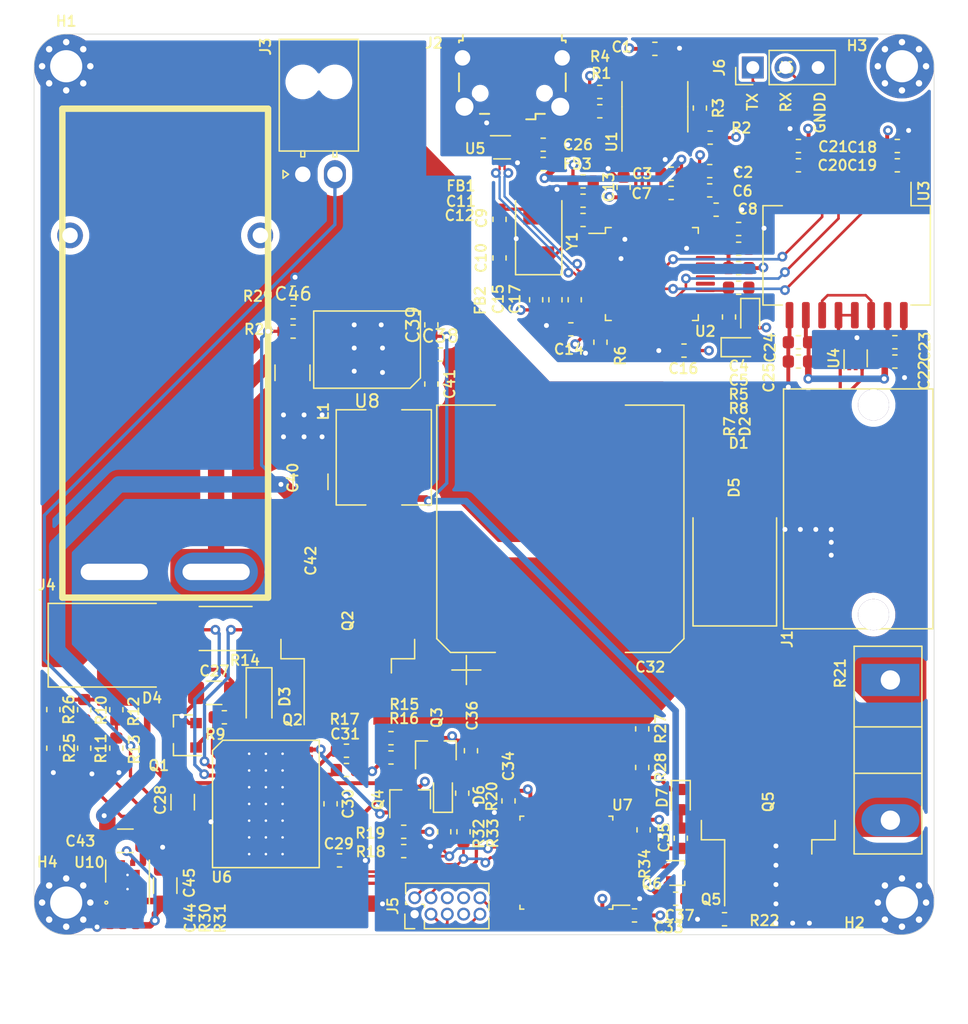
<source format=kicad_pcb>
(kicad_pcb (version 20190907) (host pcbnew "5.99.0-unknown-eadcb5d~100~ubuntu18.04.1")
  (layers (0 "F.Cu" signal) (1 "In1.Cu" power hide) (2 "In2.Cu" power) (31 "B.Cu" signal) (34 "B.Paste" user) (35 "F.Paste" user) (36 "B.SilkS" user) (37 "F.SilkS" user) (38 "B.Mask" user) (39 "F.Mask" user) (44 "Edge.Cuts" user))
  (net 0 "")
  (net 1 "GNDD")
  (net 2 "+3V3")
  (net 3 "+5V")
  (net 4 "Net-(C4-Pad1)")
  (net 5 "Net-(C5-Pad1)")
  (net 6 "Net-(C8-Pad1)")
  (net 7 "Net-(C9-Pad1)")
  (net 8 "Net-(C10-Pad1)")
  (net 9 "/Comms/VPHY")
  (net 10 "/Comms/VPLL")
  (net 11 "/Comms/VISO")
  (net 12 "Net-(C26-Pad1)")
  (net 13 "GNDPWR")
  (net 14 "Net-(C27-Pad1)")
  (net 15 "/Power/VIN")
  (net 16 "Net-(C29-Pad1)")
  (net 17 "Net-(C31-Pad1)")
  (net 18 "VOUT")
  (net 19 "Net-(D1-Pad1)")
  (net 20 "Net-(D2-Pad1)")
  (net 21 "/Power/GATE")
  (net 22 "Net-(D6-Pad2)")
  (net 23 "Net-(D6-Pad1)")
  (net 24 "/Comms/RS485_A")
  (net 25 "/Comms/RS485_B")
  (net 26 "Net-(J2-Pad4)")
  (net 27 "/Comms/DP")
  (net 28 "/Comms/DN")
  (net 29 "Net-(J3-Pad2)")
  (net 30 "Net-(Q1-Pad1)")
  (net 31 "Net-(Q2-Pad2)")
  (net 32 "/Power/PGD")
  (net 33 "Net-(Q5-Pad1)")
  (net 34 "/Comms/EECS")
  (net 35 "Net-(R2-Pad2)")
  (net 36 "/Comms/EEDATA")
  (net 37 "/Comms/EECLK")
  (net 38 "Net-(R6-Pad2)")
  (net 39 "Net-(R7-Pad2)")
  (net 40 "Net-(R8-Pad2)")
  (net 41 "Net-(R10-Pad2)")
  (net 42 "Net-(R17-Pad1)")
  (net 43 "Net-(U1-Pad7)")
  (net 44 "Net-(U1-Pad6)")
  (net 45 "Net-(U2-Pad33)")
  (net 46 "Net-(U2-Pad32)")
  (net 47 "Net-(U2-Pad31)")
  (net 48 "Net-(U2-Pad30)")
  (net 49 "Net-(U2-Pad29)")
  (net 50 "Net-(U2-Pad26)")
  (net 51 "Net-(U2-Pad25)")
  (net 52 "/Comms/RS485_DE")
  (net 53 "Net-(U2-Pad20)")
  (net 54 "Net-(U2-Pad19)")
  (net 55 "Net-(U2-Pad18)")
  (net 56 "Net-(U2-Pad17)")
  (net 57 "Net-(U2-Pad16)")
  (net 58 "Net-(U2-Pad15)")
  (net 59 "/Comms/RS485_RX")
  (net 60 "/Comms/RS485_TX")
  (net 61 "Net-(U4-Pad2)")
  (net 62 "Net-(U4-Pad1)")
  (net 63 "Net-(U5-Pad2)")
  (net 64 "Net-(U5-Pad1)")
  (net 65 "Net-(U6-Pad14)")
  (net 66 "Net-(U6-Pad17)")
  (net 67 "Net-(U6-Pad18)")
  (net 68 "Net-(U6-Pad19)")
  (net 69 "Net-(U6-Pad20)")
  (net 70 "Net-(U6-Pad6)")
  (net 71 "Net-(U6-Pad27)")
  (net 72 "Net-(R27-Pad2)")
  (net 73 "Net-(R15-Pad1)")
  (net 74 "Net-(C36-Pad1)")
  (net 75 "Net-(Q5-Pad2)")
  (net 76 "Net-(U7-Pad31)")
  (net 77 "Net-(U7-Pad30)")
  (net 78 "Net-(U7-Pad29)")
  (net 79 "Net-(U7-Pad28)")
  (net 80 "Net-(U7-Pad27)")
  (net 81 "Net-(U7-Pad26)")
  (net 82 "Net-(U7-Pad25)")
  (net 83 "Net-(U7-Pad22)")
  (net 84 "Net-(U7-Pad21)")
  (net 85 "Net-(U7-Pad18)")
  (net 86 "Net-(U7-Pad15)")
  (net 87 "Net-(U7-Pad14)")
  (net 88 "Net-(U7-Pad12)")
  (net 89 "Net-(U7-Pad11)")
  (net 90 "Net-(U7-Pad10)")
  (net 91 "+3.3VP")
  (net 92 "/Power/nRST")
  (net 93 "Net-(J5-Pad8)")
  (net 94 "Net-(J5-Pad7)")
  (net 95 "Net-(J5-Pad6)")
  (net 96 "/Power/SWDCLK")
  (net 97 "/Power/SWDIO")
  (net 98 "Net-(C30-Pad1)")
  (net 99 "Net-(J1-Pad1)")
  (net 100 "Net-(C41-Pad2)")
  (net 101 "Net-(C41-Pad1)")
  (net 102 "+12V")
  (net 103 "/Power/GATE_EN")
  (net 104 "Net-(U7-Pad13)")
  (net 105 "Net-(C44-Pad2)")
  (net 106 "Net-(R30-Pad2)")
  (net 107 "Net-(U10-Pad3)")
  (net 108 "Net-(H3-Pad1)")
  (net 109 "Net-(R25-Pad1)")
  (net 110 "/Power/SCL")
  (net 111 "/Power/SDA")
  (net 112 "Net-(D7-Pad2)")
  (net 113 "Net-(R34-Pad1)")
  (net 114 "Net-(C38-Pad1)")
  (net 115 "Net-(C46-Pad2)")
  (net 116 "Net-(U4-Pad8)")
  (net 117 "Net-(U4-Pad7)")
  (net 118 "Net-(U4-Pad11)")
  (module "BLDC:PWP0016G" (layer "F.Cu") (at 114.9 83.525 90)
    (fp_text reference "U8" (at -4 0) (layer "F.SilkS"))
    (fp_text value "LM46000")
    (pad "17" smd rect (at 0 0 90) (size 5 3.4) (layers "F.Cu" "F.Mask") (net 13 "GNDPWR"))
    (pad "8" smd rect (at 2.275 2.9 90) (size 0.45 1.5) (layers "F.Cu" "F.Paste" "F.Mask") (net 116 "Net-(U4-Pad8)"))
    (pad "9" smd rect (at 2.275 -2.9 90) (size 0.45 1.5) (layers "F.Cu" "F.Paste" "F.Mask") (net 115 "Net-(C46-Pad2)"))
    (pad "7" smd rect (at 1.625 2.9 90) (size 0.45 1.5) (layers "F.Cu" "F.Paste" "F.Mask") (net 117 "Net-(U4-Pad7)"))
    (pad "10" smd rect (at 1.625 -2.9 90) (size 0.45 1.5) (layers "F.Cu" "F.Paste" "F.Mask") (net 13 "GNDPWR"))
    (pad "6" smd rect (at 0.975 2.9 90) (size 0.45 1.5) (layers "F.Cu" "F.Paste" "F.Mask") (net 13 "GNDPWR"))
    (pad "11" smd rect (at 0.975 -2.9 90) (size 0.45 1.5) (layers "F.Cu" "F.Paste" "F.Mask") (net 118 "Net-(U4-Pad11)"))
    (pad "5" smd rect (at 0.325 2.9 90) (size 0.45 1.5) (layers "F.Cu" "F.Paste" "F.Mask") (net 102 "+12V"))
    (pad "12" smd rect (at 0.325 -2.9 90) (size 0.45 1.5) (layers "F.Cu" "F.Paste" "F.Mask") (net 15 "/Power/VIN"))
    (pad "4" smd rect (at -0.325 2.9 90) (size 0.45 1.5) (layers "F.Cu" "F.Paste" "F.Mask") (net 114 "Net-(C38-Pad1)"))
    (pad "13" smd rect (at -0.325 -2.9 90) (size 0.45 1.5) (layers "F.Cu" "F.Paste" "F.Mask") (net 15 "/Power/VIN"))
    (pad "3" smd rect (at -0.975 2.9 90) (size 0.45 1.5) (layers "F.Cu" "F.Paste" "F.Mask") (net 101 "Net-(C41-Pad1)"))
    (pad "14" smd rect (at -0.975 -2.9 90) (size 0.45 1.5) (layers "F.Cu" "F.Paste" "F.Mask") (net 15 "/Power/VIN"))
    (pad "2" smd rect (at -1.625 2.9 90) (size 0.45 1.5) (layers "F.Cu" "F.Paste" "F.Mask") (net 100 "Net-(C41-Pad2)"))
    (pad "15" smd rect (at -1.625 -2.9 90) (size 0.45 1.5) (layers "F.Cu" "F.Paste" "F.Mask") (net 13 "GNDPWR"))
    (pad "1" smd rect (at -2.275 2.9 90) (size 0.45 1.5) (layers "F.Cu" "F.Paste" "F.Mask") (net 100 "Net-(C41-Pad2)"))
    (pad "16" smd rect (at -2.275 -2.9 90) (size 0.45 1.5) (layers "F.Cu" "F.Paste" "F.Mask") (net 13 "GNDPWR"))
  )
  (module "Capacitor_SMD:C_0603_1608Metric" (layer "F.Cu") (at 109.15 80.625)
    (fp_text reference "C46" (at 0 -1.43) (layer "F.SilkS"))
    (fp_text value "82p")
    (pad "2" smd roundrect (at 0.7875 0) (size 0.875 0.95) (layers "F.Cu" "F.Paste" "F.Mask") (net 115 "Net-(C46-Pad2)"))
    (pad "1" smd roundrect (at -0.7875 0) (size 0.875 0.95) (layers "F.Cu" "F.Paste" "F.Mask") (net 102 "+12V"))
  )
  (module "Capacitor_SMD:C_0603_1608Metric" (layer "F.Cu") (at 119.9 81.6 90)
    (fp_text reference "C39" (at 0 -1.43 90) (layer "F.SilkS"))
    (fp_text value "2u2")
    (pad "2" smd roundrect (at 0.7875 0 90) (size 0.875 0.95) (layers "F.Cu" "F.Paste" "F.Mask") (net 13 "GNDPWR"))
    (pad "1" smd roundrect (at -0.7875 0 90) (size 0.875 0.95) (layers "F.Cu" "F.Paste" "F.Mask") (net 102 "+12V"))
  )
  (module "Capacitor_SMD:C_0603_1608Metric" (layer "F.Cu") (at 120.6 83.9)
    (fp_text reference "C38" (at 0 -1.43) (layer "F.SilkS"))
    (fp_text value "2u2")
    (pad "2" smd roundrect (at 0.7875 0) (size 0.875 0.95) (layers "F.Cu" "F.Paste" "F.Mask") (net 13 "GNDPWR"))
    (pad "1" smd roundrect (at -0.7875 0) (size 0.875 0.95) (layers "F.Cu" "F.Paste" "F.Mask") (net 114 "Net-(C38-Pad1)"))
  )
  (module "Resistor_SMD:R_0603_1608Metric" (layer "F.Cu") (at 139.3 121.5 90)
    (fp_text reference "R34" (at -2 -2.8 90) (layer "F.SilkS") (effects (font (size 0.8 0.8))))
    (fp_text value "470R")
    (pad "2" smd roundrect (at 0.7875 0 90) (size 0.875 0.95) (layers "F.Cu" "F.Paste" "F.Mask") (net 112 "Net-(D7-Pad2)"))
    (pad "1" smd roundrect (at -0.7875 0 90) (size 0.875 0.95) (layers "F.Cu" "F.Paste" "F.Mask") (net 113 "Net-(R34-Pad1)"))
  )
  (module "LED_SMD:LED_0603_1608Metric" (layer "F.Cu") (at 139.3 118.5 -90)
    (fp_text reference "D7" (at -0.15 1.45 90) (layer "F.SilkS") (effects (font (size 0.8 0.8))))
    (fp_text value "LED")
    (pad "2" smd roundrect (at 0.7875 0 270) (size 0.875 0.95) (layers "F.Cu" "F.Paste" "F.Mask") (net 112 "Net-(D7-Pad2)"))
    (pad "1" smd roundrect (at -0.7875 0 270) (size 0.875 0.95) (layers "F.Cu" "F.Paste" "F.Mask") (net 13 "GNDPWR"))
  )
  (module "Resistor_SMD:R_0603_1608Metric" (layer "F.Cu") (at 122.4 121 -90)
    (fp_text reference "R33" (at 0.125 -2.28 90) (layer "F.SilkS") (effects (font (size 0.8 0.8))))
    (fp_text value "2.2k")
    (pad "2" smd roundrect (at 0.7875 0 270) (size 0.875 0.95) (layers "F.Cu" "F.Paste" "F.Mask") (net 111 "/Power/SDA"))
    (pad "1" smd roundrect (at -0.7875 0 270) (size 0.875 0.95) (layers "F.Cu" "F.Paste" "F.Mask") (net 91 "+3.3VP"))
  )
  (module "Resistor_SMD:R_0603_1608Metric" (layer "F.Cu") (at 120.9 121 -90)
    (fp_text reference "R32" (at 0.15 -2.7 90) (layer "F.SilkS") (effects (font (size 0.8 0.8))))
    (fp_text value "2.2k")
    (pad "2" smd roundrect (at 0.7875 0 270) (size 0.875 0.95) (layers "F.Cu" "F.Paste" "F.Mask") (net 110 "/Power/SCL"))
    (pad "1" smd roundrect (at -0.7875 0 270) (size 0.875 0.95) (layers "F.Cu" "F.Paste" "F.Mask") (net 91 "+3.3VP"))
  )
  (module "Resistor_SMD:R_0603_1608Metric" (layer "F.Cu") (at 90.5 111.5 -90)
    (fp_text reference "R26" (at 0 -1.2 90) (layer "F.SilkS") (effects (font (size 0.8 0.8))))
    (fp_text value "140k")
    (pad "2" smd roundrect (at 0.7875 0 270) (size 0.875 0.95) (layers "F.Cu" "F.Paste" "F.Mask") (net 109 "Net-(R25-Pad1)"))
    (pad "1" smd roundrect (at -0.7875 0 270) (size 0.875 0.95) (layers "F.Cu" "F.Paste" "F.Mask") (net 15 "/Power/VIN"))
  )
  (module "Resistor_SMD:R_0603_1608Metric" (layer "F.Cu") (at 90.5 114.5 -90)
    (fp_text reference "R25" (at 0 -1.25 90) (layer "F.SilkS") (effects (font (size 0.8 0.8))))
    (fp_text value "6.65k")
    (pad "2" smd roundrect (at 0.7875 0 270) (size 0.875 0.95) (layers "F.Cu" "F.Paste" "F.Mask") (net 13 "GNDPWR"))
    (pad "1" smd roundrect (at -0.7875 0 270) (size 0.875 0.95) (layers "F.Cu" "F.Paste" "F.Mask") (net 109 "Net-(R25-Pad1)"))
  )
  (module "Capacitor_SMD:C_0402_1005Metric" (layer "F.Cu") (at 94.9 127.785 90)
    (fp_text reference "C44" (at 0.085 6.25 90) (layer "F.SilkS") (effects (font (size 0.8 0.8))))
    (fp_text value "4n7")
    (pad "2" smd roundrect (at 0.485 0 90) (size 0.59 0.64) (layers "F.Cu" "F.Paste" "F.Mask") (net 105 "Net-(C44-Pad2)"))
    (pad "1" smd roundrect (at -0.485 0 90) (size 0.59 0.64) (layers "F.Cu" "F.Paste" "F.Mask") (net 13 "GNDPWR"))
  )
  (module "Capacitor_SMD:C_1206_3216Metric" (layer "F.Cu") (at 96.1 121.7 180)
    (fp_text reference "C43" (at 3.5 -0.025) (layer "F.SilkS") (effects (font (size 0.8 0.8))))
    (fp_text value "22u")
    (pad "1" smd roundrect (at -1.4 0 180) (size 1.25 1.75) (layers "F.Cu" "F.Paste" "F.Mask") (roundrect_rratio 0.2) (net 13 "GNDPWR"))
    (pad "2" smd roundrect (at 1.4 0 180) (size 1.25 1.75) (layers "F.Cu" "F.Paste" "F.Mask") (roundrect_rratio 0.2) (net 102 "+12V"))
  )
  (module "Capacitor_SMD:C_1206_3216Metric" (layer "F.Cu") (at 99.2 125.185 90)
    (fp_text reference "C45" (at 0.21 1.875 90) (layer "F.SilkS") (effects (font (size 0.8 0.8))))
    (fp_text value "47u")
    (pad "1" smd roundrect (at -1.4 0 90) (size 1.25 1.75) (layers "F.Cu" "F.Paste" "F.Mask") (roundrect_rratio 0.2) (net 91 "+3.3VP"))
    (pad "2" smd roundrect (at 1.4 0 90) (size 1.25 1.75) (layers "F.Cu" "F.Paste" "F.Mask") (roundrect_rratio 0.2) (net 13 "GNDPWR"))
  )
  (module "Package_QFP:LQFP-32_7x7mm_P0.8mm" (layer "F.Cu") (at 130.4 123.4 180)
    (fp_text reference "U7" (at -4.35 4.475) (layer "F.SilkS") (effects (font (size 0.8 0.8))))
    (fp_text value "STM32L011K4Tx")
    (pad "32" smd roundrect (at -2.8 -4.175 180) (size 0.5 1.5) (layers "F.Cu" "F.Paste" "F.Mask") (net 13 "GNDPWR"))
    (pad "31" smd roundrect (at -2 -4.175 180) (size 0.5 1.5) (layers "F.Cu" "F.Paste" "F.Mask") (net 76 "Net-(U7-Pad31)"))
    (pad "30" smd roundrect (at -1.2 -4.175 180) (size 0.5 1.5) (layers "F.Cu" "F.Paste" "F.Mask") (net 77 "Net-(U7-Pad30)"))
    (pad "29" smd roundrect (at -0.4 -4.175 180) (size 0.5 1.5) (layers "F.Cu" "F.Paste" "F.Mask") (net 78 "Net-(U7-Pad29)"))
    (pad "28" smd roundrect (at 0.4 -4.175 180) (size 0.5 1.5) (layers "F.Cu" "F.Paste" "F.Mask") (net 79 "Net-(U7-Pad28)"))
    (pad "27" smd roundrect (at 1.2 -4.175 180) (size 0.5 1.5) (layers "F.Cu" "F.Paste" "F.Mask") (net 80 "Net-(U7-Pad27)"))
    (pad "26" smd roundrect (at 2 -4.175 180) (size 0.5 1.5) (layers "F.Cu" "F.Paste" "F.Mask") (net 81 "Net-(U7-Pad26)"))
    (pad "25" smd roundrect (at 2.8 -4.175 180) (size 0.5 1.5) (layers "F.Cu" "F.Paste" "F.Mask") (net 82 "Net-(U7-Pad25)"))
    (pad "24" smd roundrect (at 4.175 -2.8 180) (size 1.5 0.5) (layers "F.Cu" "F.Paste" "F.Mask") (net 96 "/Power/SWDCLK"))
    (pad "23" smd roundrect (at 4.175 -2 180) (size 1.5 0.5) (layers "F.Cu" "F.Paste" "F.Mask") (net 97 "/Power/SWDIO"))
    (pad "22" smd roundrect (at 4.175 -1.2 180) (size 1.5 0.5) (layers "F.Cu" "F.Paste" "F.Mask") (net 83 "Net-(U7-Pad22)"))
    (pad "21" smd roundrect (at 4.175 -0.4 180) (size 1.5 0.5) (layers "F.Cu" "F.Paste" "F.Mask") (net 84 "Net-(U7-Pad21)"))
    (pad "20" smd roundrect (at 4.175 0.4 180) (size 1.5 0.5) (layers "F.Cu" "F.Paste" "F.Mask") (net 111 "/Power/SDA"))
    (pad "19" smd roundrect (at 4.175 1.2 180) (size 1.5 0.5) (layers "F.Cu" "F.Paste" "F.Mask") (net 110 "/Power/SCL"))
    (pad "18" smd roundrect (at 4.175 2 180) (size 1.5 0.5) (layers "F.Cu" "F.Paste" "F.Mask") (net 85 "Net-(U7-Pad18)"))
    (pad "17" smd roundrect (at 4.175 2.8 180) (size 1.5 0.5) (layers "F.Cu" "F.Paste" "F.Mask") (net 91 "+3.3VP"))
    (pad "16" smd roundrect (at 2.8 4.175 180) (size 0.5 1.5) (layers "F.Cu" "F.Paste" "F.Mask") (net 13 "GNDPWR"))
    (pad "15" smd roundrect (at 2 4.175 180) (size 0.5 1.5) (layers "F.Cu" "F.Paste" "F.Mask") (net 86 "Net-(U7-Pad15)"))
    (pad "14" smd roundrect (at 1.2 4.175 180) (size 0.5 1.5) (layers "F.Cu" "F.Paste" "F.Mask") (net 87 "Net-(U7-Pad14)"))
    (pad "13" smd roundrect (at 0.4 4.175 180) (size 0.5 1.5) (layers "F.Cu" "F.Paste" "F.Mask") (net 104 "Net-(U7-Pad13)"))
    (pad "12" smd roundrect (at -0.4 4.175 180) (size 0.5 1.5) (layers "F.Cu" "F.Paste" "F.Mask") (net 88 "Net-(U7-Pad12)"))
    (pad "11" smd roundrect (at -1.2 4.175 180) (size 0.5 1.5) (layers "F.Cu" "F.Paste" "F.Mask") (net 89 "Net-(U7-Pad11)"))
    (pad "10" smd roundrect (at -2 4.175 180) (size 0.5 1.5) (layers "F.Cu" "F.Paste" "F.Mask") (net 90 "Net-(U7-Pad10)"))
    (pad "9" smd roundrect (at -2.8 4.175 180) (size 0.5 1.5) (layers "F.Cu" "F.Paste" "F.Mask") (net 109 "Net-(R25-Pad1)"))
    (pad "8" smd roundrect (at -4.175 2.8 180) (size 1.5 0.5) (layers "F.Cu" "F.Paste" "F.Mask") (net 72 "Net-(R27-Pad2)"))
    (pad "7" smd roundrect (at -4.175 2 180) (size 1.5 0.5) (layers "F.Cu" "F.Paste" "F.Mask") (net 72 "Net-(R27-Pad2)"))
    (pad "6" smd roundrect (at -4.175 1.2 180) (size 1.5 0.5) (layers "F.Cu" "F.Paste" "F.Mask") (net 109 "Net-(R25-Pad1)"))
    (pad "5" smd roundrect (at -4.175 0.4 180) (size 1.5 0.5) (layers "F.Cu" "F.Paste" "F.Mask") (net 91 "+3.3VP"))
    (pad "4" smd roundrect (at -4.175 -0.4 180) (size 1.5 0.5) (layers "F.Cu" "F.Paste" "F.Mask") (net 92 "/Power/nRST"))
    (pad "3" smd roundrect (at -4.175 -1.2 180) (size 1.5 0.5) (layers "F.Cu" "F.Paste" "F.Mask") (net 113 "Net-(R34-Pad1)"))
    (pad "2" smd roundrect (at -4.175 -2 180) (size 1.5 0.5) (layers "F.Cu" "F.Paste" "F.Mask") (net 103 "/Power/GATE_EN"))
    (pad "1" smd roundrect (at -4.175 -2.8 180) (size 1.5 0.5) (layers "F.Cu" "F.Paste" "F.Mask") (net 91 "+3.3VP"))
  )
  (module "Capacitor_SMD:C_0603_1608Metric" (layer "F.Cu") (at 119.9 86.2 -90)
    (fp_text reference "C41" (at 0 -1.43 90) (layer "F.SilkS") (effects (font (size 0.8 0.8))))
    (fp_text value "470n")
    (pad "1" smd roundrect (at -0.7875 0 270) (size 0.875 0.95) (layers "F.Cu" "F.Paste" "F.Mask") (net 101 "Net-(C41-Pad1)"))
    (pad "2" smd roundrect (at 0.7875 0 270) (size 0.875 0.95) (layers "F.Cu" "F.Paste" "F.Mask") (net 100 "Net-(C41-Pad2)"))
  )
  (module "Capacitor_SMD:C_0603_1608Metric" (layer "F.Cu") (at 138.9 126.2)
    (fp_text reference "C37" (at 0.3 1.3) (layer "F.SilkS") (effects (font (size 0.8 0.8))))
    (fp_text value "100n")
    (pad "1" smd roundrect (at -0.7875 0) (size 0.875 0.95) (layers "F.Cu" "F.Paste" "F.Mask") (net 102 "+12V"))
    (pad "2" smd roundrect (at 0.7875 0) (size 0.875 0.95) (layers "F.Cu" "F.Paste" "F.Mask") (net 13 "GNDPWR"))
  )
  (module "Resistor_SMD:R_0603_1608Metric" (layer "F.Cu") (at 136.3 116 -90)
    (fp_text reference "R28" (at 0 -1.43 90) (layer "F.SilkS") (effects (font (size 0.8 0.8))))
    (fp_text value "6.34k")
    (pad "2" smd roundrect (at 0.7875 0 270) (size 0.875 0.95) (layers "F.Cu" "F.Paste" "F.Mask") (net 13 "GNDPWR"))
    (pad "1" smd roundrect (at -0.7875 0 270) (size 0.875 0.95) (layers "F.Cu" "F.Paste" "F.Mask") (net 72 "Net-(R27-Pad2)"))
  )
  (module "Resistor_SMD:R_0603_1608Metric" (layer "F.Cu") (at 136.3 113 -90)
    (fp_text reference "R27" (at 0 -1.43 90) (layer "F.SilkS") (effects (font (size 0.8 0.8))))
    (fp_text value "140k")
    (pad "2" smd roundrect (at 0.7875 0 270) (size 0.875 0.95) (layers "F.Cu" "F.Paste" "F.Mask") (net 72 "Net-(R27-Pad2)"))
    (pad "1" smd roundrect (at -0.7875 0 270) (size 0.875 0.95) (layers "F.Cu" "F.Paste" "F.Mask") (net 18 "VOUT"))
  )
  (module "Resistor_SMD:R_0603_1608Metric" (layer "F.Cu") (at 95.4 114.5 -90)
    (fp_text reference "R13" (at 0.1 -1.4 90) (layer "F.SilkS") (effects (font (size 0.8 0.8))))
    (fp_text value "25.5k")
    (pad "1" smd roundrect (at -0.7875 0 270) (size 0.875 0.95) (layers "F.Cu" "F.Paste" "F.Mask") (net 29 "Net-(J3-Pad2)"))
    (pad "2" smd roundrect (at 0.7875 0 270) (size 0.875 0.95) (layers "F.Cu" "F.Paste" "F.Mask") (net 13 "GNDPWR"))
  )
  (module "Resistor_SMD:R_0603_1608Metric" (layer "F.Cu") (at 95.4 111.5125 -90)
    (fp_text reference "R12" (at 0.1375 -1.35 90) (layer "F.SilkS") (effects (font (size 0.8 0.8))))
    (fp_text value "140k")
    (pad "2" smd roundrect (at 0.7875 0 270) (size 0.875 0.95) (layers "F.Cu" "F.Paste" "F.Mask") (net 29 "Net-(J3-Pad2)"))
    (pad "1" smd roundrect (at -0.7875 0 270) (size 0.875 0.95) (layers "F.Cu" "F.Paste" "F.Mask") (net 15 "/Power/VIN"))
  )
  (module "Resistor_SMD:R_0603_1608Metric" (layer "F.Cu") (at 92.9 114.5 -90)
    (fp_text reference "R11" (at 0.025 -1.3 90) (layer "F.SilkS") (effects (font (size 0.8 0.8))))
    (fp_text value "6.65k")
    (pad "1" smd roundrect (at -0.7875 0 270) (size 0.875 0.95) (layers "F.Cu" "F.Paste" "F.Mask") (net 41 "Net-(R10-Pad2)"))
    (pad "2" smd roundrect (at 0.7875 0 270) (size 0.875 0.95) (layers "F.Cu" "F.Paste" "F.Mask") (net 13 "GNDPWR"))
  )
  (module "Resistor_SMD:R_0603_1608Metric" (layer "F.Cu") (at 92.9 111.5125 -90)
    (fp_text reference "R10" (at 0.0375 -1.325 90) (layer "F.SilkS") (effects (font (size 0.8 0.8))))
    (fp_text value "140k")
    (pad "1" smd roundrect (at -0.7875 0 270) (size 0.875 0.95) (layers "F.Cu" "F.Paste" "F.Mask") (net 15 "/Power/VIN"))
    (pad "2" smd roundrect (at 0.7875 0 270) (size 0.875 0.95) (layers "F.Cu" "F.Paste" "F.Mask") (net 41 "Net-(R10-Pad2)"))
  )
  (module "Connector_PinHeader_2.54mm:PinHeader_1x03_P2.54mm_Vertical" (layer "F.Cu") (at 144.9 61.6 90)
    (fp_text reference "J6" (at 0 -2.6 90) (layer "F.SilkS") (effects (font (size 0.8 0.8))))
    (fp_text value "Conn_01x03")
    (fp_text user "%R" (at 0 2.54) (layer "F.SilkS") (effects (font (size 0.8 0.8))))
    (pad "1" thru_hole rect (at 0 0 90) (size 1.7 1.7) (drill 1) (layers *.Cu *.Mask) (net 60 "/Comms/RS485_TX"))
    (pad "2" thru_hole oval (at 0 2.54 90) (size 1.7 1.7) (drill 1) (layers *.Cu *.Mask) (net 59 "/Comms/RS485_RX"))
    (pad "3" thru_hole oval (at 0 5.08 90) (size 1.7 1.7) (drill 1) (layers *.Cu *.Mask) (net 1 "GNDD"))
  )
  (module "BLDC:SIL0008E" (layer "F.Cu") (at 96.27 124.905 90)
    (fp_text reference "U10" (at 1.53 -2.97 180) (layer "F.SilkS") (effects (font (size 0.8 0.8))))
    (fp_text value "LMZ21700SIL")
    (pad "9" smd rect (at 0.55 0 90) (size 0.8 1.9) (layers "F.Cu" "F.Paste" "F.Mask") (net 13 "GNDPWR"))
    (pad "9" smd rect (at -0.55 0 90) (size 0.8 1.9) (layers "F.Cu" "F.Paste" "F.Mask") (net 13 "GNDPWR"))
    (pad "8" smd rect (at 1.475 -1.2 90) (size 0.45 0.4) (layers "F.Cu" "F.Paste" "F.Mask") (net 102 "+12V"))
    (pad "1" smd rect (at -1.475 -1.2 90) (size 0.45 0.4) (layers "F.Cu" "F.Paste" "F.Mask") (net 105 "Net-(C44-Pad2)"))
    (pad "7" smd rect (at 1.475 -0.4 90) (size 0.45 0.4) (layers "F.Cu" "F.Paste" "F.Mask") (net 102 "+12V"))
    (pad "2" smd rect (at -1.475 -0.4 90) (size 0.45 0.4) (layers "F.Cu" "F.Paste" "F.Mask") (net 106 "Net-(R30-Pad2)"))
    (pad "6" smd rect (at 1.475 0.4 90) (size 0.45 0.4) (layers "F.Cu" "F.Paste" "F.Mask") (net 91 "+3.3VP"))
    (pad "3" smd rect (at -1.475 0.4 90) (size 0.45 0.4) (layers "F.Cu" "F.Paste" "F.Mask") (net 107 "Net-(U10-Pad3)"))
    (pad "5" smd rect (at 1.475 1.2 90) (size 0.45 0.4) (layers "F.Cu" "F.Paste" "F.Mask") (net 13 "GNDPWR"))
    (pad "4" smd rect (at -1.475 1.2 90) (size 0.45 0.4) (layers "F.Cu" "F.Paste" "F.Mask") (net 91 "+3.3VP"))
    (pad "9" thru_hole circle (at -0.55 0 90) (size 0.5 0.5) (drill 0.2) (layers *.Cu *.Mask) (net 13 "GNDPWR"))
    (pad "9" thru_hole circle (at 0.55 0 90) (size 0.5 0.5) (drill 0.2) (layers *.Cu *.Mask) (net 13 "GNDPWR"))
  )
  (module "Resistor_SMD:R_0402_1005Metric" (layer "F.Cu") (at 95.9 127.785 -90)
    (fp_text reference "R31" (at -0.06 -7.575 90) (layer "F.SilkS") (effects (font (size 0.8 0.8))))
    (fp_text value "180k")
    (pad "2" smd roundrect (at 0.485 0 270) (size 0.59 0.64) (layers "F.Cu" "F.Paste" "F.Mask") (net 13 "GNDPWR"))
    (pad "1" smd roundrect (at -0.485 0 270) (size 0.59 0.64) (layers "F.Cu" "F.Paste" "F.Mask") (net 106 "Net-(R30-Pad2)"))
  )
  (module "Resistor_SMD:R_0402_1005Metric" (layer "F.Cu") (at 96.9 127.785 90)
    (fp_text reference "R30" (at 0.085 5.4 90) (layer "F.SilkS") (effects (font (size 0.8 0.8))))
    (fp_text value "562k")
    (pad "2" smd roundrect (at 0.485 0 90) (size 0.59 0.64) (layers "F.Cu" "F.Paste" "F.Mask") (net 106 "Net-(R30-Pad2)"))
    (pad "1" smd roundrect (at -0.485 0 90) (size 0.59 0.64) (layers "F.Cu" "F.Paste" "F.Mask") (net 91 "+3.3VP"))
  )
  (module "Package_TO_SOT_SMD:SOT-416" (layer "F.Cu") (at 139.1 124.2)
    (fp_text reference "Q6" (at -2.05 0.85) (layer "F.SilkS") (effects (font (size 0.8 0.8))))
    (fp_text value "Q_NMOS_GDS")
    (pad "1" smd rect (at -0.65 -0.5) (size 0.6 0.5) (layers "F.Cu" "F.Paste" "F.Mask") (net 103 "/Power/GATE_EN"))
    (pad "2" smd rect (at -0.65 0.5) (size 0.6 0.5) (layers "F.Cu" "F.Paste" "F.Mask") (net 102 "+12V"))
    (pad "3" smd rect (at 0.65 0) (size 0.6 0.5) (layers "F.Cu" "F.Paste" "F.Mask") (net 33 "Net-(Q5-Pad1)"))
  )
  (module "BLDC:molex-436500511" (layer "F.Cu") (at 153.1 95.9 90)
    (fp_text reference "J1" (at -10.125 -5.525 90) (layer "F.SilkS") (effects (font (size 0.8 0.8))))
    (fp_text value "Conn_01x05")
    (pad "1" smd rect (at 5.93 -4.28 90) (size 1.27 2.92) (layers "F.Cu" "F.Paste" "F.Mask") (net 99 "Net-(J1-Pad1)"))
    (pad "2" smd rect (at 2.93 -4.28 90) (size 1.27 2.92) (layers "F.Cu" "F.Paste" "F.Mask") (net 25 "/Comms/RS485_B"))
    (pad "3" smd rect (at -0.07 -4.28 90) (size 1.27 2.92) (layers "F.Cu" "F.Paste" "F.Mask") (net 24 "/Comms/RS485_A"))
    (pad "4" smd rect (at -3.07 -4.28 90) (size 1.27 2.92) (layers "F.Cu" "F.Paste" "F.Mask") (net 13 "GNDPWR"))
    (pad "5" smd rect (at -6.07 -4.28 90) (size 1.27 2.92) (layers "F.Cu" "F.Paste" "F.Mask") (net 18 "VOUT"))
    (pad "7" thru_hole circle (at 8.08 1.19 90) (size 2.41 2.41) (drill 2.41) (layers *.Cu *.Mask))
    (pad "6" thru_hole circle (at -8.22 1.19 90) (size 2.41 2.41) (drill 2.41) (layers *.Cu *.Mask))
  )
  (module "Resistor_SMD:R_0603_1608Metric" (layer "F.Cu") (at 109.15 79.1 180)
    (fp_text reference "R29" (at 2.75 -0.275) (layer "F.SilkS") (effects (font (size 0.8 0.8))))
    (fp_text value "91k")
    (pad "1" smd roundrect (at -0.7875 0 180) (size 0.875 0.95) (layers "F.Cu" "F.Paste" "F.Mask") (net 115 "Net-(C46-Pad2)"))
    (pad "2" smd roundrect (at 0.7875 0 180) (size 0.875 0.95) (layers "F.Cu" "F.Paste" "F.Mask") (net 13 "GNDPWR"))
  )
  (module "Resistor_SMD:R_0603_1608Metric" (layer "F.Cu") (at 109.15 82.125)
    (fp_text reference "R24" (at -2.65 -0.175) (layer "F.SilkS") (effects (font (size 0.8 0.8))))
    (fp_text value "1M")
    (pad "1" smd roundrect (at -0.7875 0) (size 0.875 0.95) (layers "F.Cu" "F.Paste" "F.Mask") (net 102 "+12V"))
    (pad "2" smd roundrect (at 0.7875 0) (size 0.875 0.95) (layers "F.Cu" "F.Paste" "F.Mask") (net 115 "Net-(C46-Pad2)"))
  )
  (module "Inductor_SMD:L_7.3x7.3_H4.5" (layer "F.Cu") (at 116.2 91.9 -90)
    (fp_text reference "L1" (at -3.585 4.7 -270) (layer "F.SilkS") (effects (font (size 0.8 0.8))))
    (fp_text value "100u")
    (pad "1" smd rect (at -3.2 0 270) (size 1.5 2.2) (layers "F.Cu" "F.Paste" "F.Mask") (net 100 "Net-(C41-Pad2)"))
    (pad "2" smd rect (at 3.2 0 270) (size 1.5 2.2) (layers "F.Cu" "F.Paste" "F.Mask") (net 102 "+12V"))
  )
  (module "Capacitor_SMD:C_1210_3225Metric" (layer "F.Cu") (at 110.5 93.8 90)
    (fp_text reference "C42" (at -6.135 0.025 90) (layer "F.SilkS") (effects (font (size 0.8 0.8))))
    (fp_text value "22u")
    (pad "1" smd roundrect (at -1.4 0 90) (size 1.25 2.65) (layers "F.Cu" "F.Paste" "F.Mask") (roundrect_rratio 0.2) (net 102 "+12V"))
    (pad "2" smd roundrect (at 1.4 0 90) (size 1.25 2.65) (layers "F.Cu" "F.Paste" "F.Mask") (roundrect_rratio 0.2) (net 13 "GNDPWR"))
  )
  (module "Capacitor_SMD:C_1210_3225Metric" (layer "F.Cu") (at 109.1 85.325 -90)
    (fp_text reference "C40" (at 8.16 -0.025 90) (layer "F.SilkS") (effects (font (size 0.8 0.8))))
    (fp_text value "4u7")
    (pad "1" smd roundrect (at -1.4 0 270) (size 1.25 2.65) (layers "F.Cu" "F.Paste" "F.Mask") (roundrect_rratio 0.2) (net 15 "/Power/VIN"))
    (pad "2" smd roundrect (at 1.4 0 270) (size 1.25 2.65) (layers "F.Cu" "F.Paste" "F.Mask") (roundrect_rratio 0.2) (net 13 "GNDPWR"))
  )
  (module "Package_QFP:LQFP-48_7x7mm_P0.5mm" (layer "F.Cu") (at 137.05 77.65)
    (fp_text reference "U2" (at 4.15 4.45) (layer "F.SilkS") (effects (font (size 0.8 0.8))))
    (fp_text value "FT232H")
    (pad "1" smd roundrect (at -4.1625 -2.75) (size 1.475 0.3) (layers "F.Cu" "F.Paste" "F.Mask") (net 7 "Net-(C9-Pad1)"))
    (pad "2" smd roundrect (at -4.1625 -2.25) (size 1.475 0.3) (layers "F.Cu" "F.Paste" "F.Mask") (net 8 "Net-(C10-Pad1)"))
    (pad "3" smd roundrect (at -4.1625 -1.75) (size 1.475 0.3) (layers "F.Cu" "F.Paste" "F.Mask") (net 9 "/Comms/VPHY"))
    (pad "4" smd roundrect (at -4.1625 -1.25) (size 1.475 0.3) (layers "F.Cu" "F.Paste" "F.Mask") (net 1 "GNDD"))
    (pad "5" smd roundrect (at -4.1625 -0.75) (size 1.475 0.3) (layers "F.Cu" "F.Paste" "F.Mask") (net 38 "Net-(R6-Pad2)"))
    (pad "6" smd roundrect (at -4.1625 -0.25) (size 1.475 0.3) (layers "F.Cu" "F.Paste" "F.Mask") (net 28 "/Comms/DN"))
    (pad "7" smd roundrect (at -4.1625 0.25) (size 1.475 0.3) (layers "F.Cu" "F.Paste" "F.Mask") (net 27 "/Comms/DP"))
    (pad "8" smd roundrect (at -4.1625 0.75) (size 1.475 0.3) (layers "F.Cu" "F.Paste" "F.Mask") (net 10 "/Comms/VPLL"))
    (pad "9" smd roundrect (at -4.1625 1.25) (size 1.475 0.3) (layers "F.Cu" "F.Paste" "F.Mask") (net 1 "GNDD"))
    (pad "10" smd roundrect (at -4.1625 1.75) (size 1.475 0.3) (layers "F.Cu" "F.Paste" "F.Mask") (net 1 "GNDD"))
    (pad "11" smd roundrect (at -4.1625 2.25) (size 1.475 0.3) (layers "F.Cu" "F.Paste" "F.Mask") (net 1 "GNDD"))
    (pad "12" smd roundrect (at -4.1625 2.75) (size 1.475 0.3) (layers "F.Cu" "F.Paste" "F.Mask") (net 2 "+3V3"))
    (pad "13" smd roundrect (at -2.75 4.1625) (size 0.3 1.475) (layers "F.Cu" "F.Paste" "F.Mask") (net 60 "/Comms/RS485_TX"))
    (pad "14" smd roundrect (at -2.25 4.1625) (size 0.3 1.475) (layers "F.Cu" "F.Paste" "F.Mask") (net 59 "/Comms/RS485_RX"))
    (pad "15" smd roundrect (at -1.75 4.1625) (size 0.3 1.475) (layers "F.Cu" "F.Paste" "F.Mask") (net 58 "Net-(U2-Pad15)"))
    (pad "16" smd roundrect (at -1.25 4.1625) (size 0.3 1.475) (layers "F.Cu" "F.Paste" "F.Mask") (net 57 "Net-(U2-Pad16)"))
    (pad "17" smd roundrect (at -0.75 4.1625) (size 0.3 1.475) (layers "F.Cu" "F.Paste" "F.Mask") (net 56 "Net-(U2-Pad17)"))
    (pad "18" smd roundrect (at -0.25 4.1625) (size 0.3 1.475) (layers "F.Cu" "F.Paste" "F.Mask") (net 55 "Net-(U2-Pad18)"))
    (pad "19" smd roundrect (at 0.25 4.1625) (size 0.3 1.475) (layers "F.Cu" "F.Paste" "F.Mask") (net 54 "Net-(U2-Pad19)"))
    (pad "20" smd roundrect (at 0.75 4.1625) (size 0.3 1.475) (layers "F.Cu" "F.Paste" "F.Mask") (net 53 "Net-(U2-Pad20)"))
    (pad "21" smd roundrect (at 1.25 4.1625) (size 0.3 1.475) (layers "F.Cu" "F.Paste" "F.Mask") (net 52 "/Comms/RS485_DE"))
    (pad "22" smd roundrect (at 1.75 4.1625) (size 0.3 1.475) (layers "F.Cu" "F.Paste" "F.Mask") (net 1 "GNDD"))
    (pad "23" smd roundrect (at 2.25 4.1625) (size 0.3 1.475) (layers "F.Cu" "F.Paste" "F.Mask") (net 1 "GNDD"))
    (pad "24" smd roundrect (at 2.75 4.1625) (size 0.3 1.475) (layers "F.Cu" "F.Paste" "F.Mask") (net 2 "+3V3"))
    (pad "25" smd roundrect (at 4.1625 2.75) (size 1.475 0.3) (layers "F.Cu" "F.Paste" "F.Mask") (net 51 "Net-(U2-Pad25)"))
    (pad "26" smd roundrect (at 4.1625 2.25) (size 1.475 0.3) (layers "F.Cu" "F.Paste" "F.Mask") (net 50 "Net-(U2-Pad26)"))
    (pad "27" smd roundrect (at 4.1625 1.75) (size 1.475 0.3) (layers "F.Cu" "F.Paste" "F.Mask") (net 39 "Net-(R7-Pad2)"))
    (pad "28" smd roundrect (at 4.1625 1.25) (size 1.475 0.3) (layers "F.Cu" "F.Paste" "F.Mask") (net 40 "Net-(R8-Pad2)"))
    (pad "29" smd roundrect (at 4.1625 0.75) (size 1.475 0.3) (layers "F.Cu" "F.Paste" "F.Mask") (net 49 "Net-(U2-Pad29)"))
    (pad "30" smd roundrect (at 4.1625 0.25) (size 1.475 0.3) (layers "F.Cu" "F.Paste" "F.Mask") (net 48 "Net-(U2-Pad30)"))
    (pad "31" smd roundrect (at 4.1625 -0.25) (size 1.475 0.3) (layers "F.Cu" "F.Paste" "F.Mask") (net 47 "Net-(U2-Pad31)"))
    (pad "32" smd roundrect (at 4.1625 -0.75) (size 1.475 0.3) (layers "F.Cu" "F.Paste" "F.Mask") (net 46 "Net-(U2-Pad32)"))
    (pad "33" smd roundrect (at 4.1625 -1.25) (size 1.475 0.3) (layers "F.Cu" "F.Paste" "F.Mask") (net 45 "Net-(U2-Pad33)"))
    (pad "34" smd roundrect (at 4.1625 -1.75) (size 1.475 0.3) (layers "F.Cu" "F.Paste" "F.Mask") (net 5 "Net-(C5-Pad1)"))
    (pad "35" smd roundrect (at 4.1625 -2.25) (size 1.475 0.3) (layers "F.Cu" "F.Paste" "F.Mask") (net 1 "GNDD"))
    (pad "36" smd roundrect (at 4.1625 -2.75) (size 1.475 0.3) (layers "F.Cu" "F.Paste" "F.Mask") (net 1 "GNDD"))
    (pad "37" smd roundrect (at 2.75 -4.1625) (size 0.3 1.475) (layers "F.Cu" "F.Paste" "F.Mask") (net 6 "Net-(C8-Pad1)"))
    (pad "38" smd roundrect (at 2.25 -4.1625) (size 0.3 1.475) (layers "F.Cu" "F.Paste" "F.Mask") (net 4 "Net-(C4-Pad1)"))
    (pad "39" smd roundrect (at 1.75 -4.1625) (size 0.3 1.475) (layers "F.Cu" "F.Paste" "F.Mask") (net 2 "+3V3"))
    (pad "40" smd roundrect (at 1.25 -4.1625) (size 0.3 1.475) (layers "F.Cu" "F.Paste" "F.Mask") (net 3 "+5V"))
    (pad "41" smd roundrect (at 0.75 -4.1625) (size 0.3 1.475) (layers "F.Cu" "F.Paste" "F.Mask") (net 1 "GNDD"))
    (pad "42" smd roundrect (at 0.25 -4.1625) (size 0.3 1.475) (layers "F.Cu" "F.Paste" "F.Mask") (net 1 "GNDD"))
    (pad "43" smd roundrect (at -0.25 -4.1625) (size 0.3 1.475) (layers "F.Cu" "F.Paste" "F.Mask") (net 36 "/Comms/EEDATA"))
    (pad "44" smd roundrect (at -0.75 -4.1625) (size 0.3 1.475) (layers "F.Cu" "F.Paste" "F.Mask") (net 37 "/Comms/EECLK"))
    (pad "45" smd roundrect (at -1.25 -4.1625) (size 0.3 1.475) (layers "F.Cu" "F.Paste" "F.Mask") (net 34 "/Comms/EECS"))
    (pad "46" smd roundrect (at -1.75 -4.1625) (size 0.3 1.475) (layers "F.Cu" "F.Paste" "F.Mask") (net 2 "+3V3"))
    (pad "47" smd roundrect (at -2.25 -4.1625) (size 0.3 1.475) (layers "F.Cu" "F.Paste" "F.Mask") (net 1 "GNDD"))
    (pad "48" smd roundrect (at -2.75 -4.1625) (size 0.3 1.475) (layers "F.Cu" "F.Paste" "F.Mask") (net 1 "GNDD"))
  )
  (module "Capacitor_SMD:C_0603_1608Metric" (layer "F.Cu") (at 122.98 114.7 90)
    (fp_text reference "C36" (at 2.725 0.095 90) (layer "F.SilkS") (effects (font (size 0.8 0.8))))
    (fp_text value "1nF")
    (pad "1" smd roundrect (at -0.7875 0 90) (size 0.875 0.95) (layers "F.Cu" "F.Paste" "F.Mask") (net 74 "Net-(C36-Pad1)"))
    (pad "2" smd roundrect (at 0.7875 0 90) (size 0.875 0.95) (layers "F.Cu" "F.Paste" "F.Mask") (net 13 "GNDPWR"))
  )
  (module "Package_TO_SOT_SMD:SOT-23" (layer "F.Cu") (at 120.25 114.7 90)
    (fp_text reference "Q3" (at 2.575 0.075 90) (layer "F.SilkS") (effects (font (size 0.8 0.8))))
    (fp_text value "MMBT3904")
    (pad "1" smd rect (at -1 -0.95 90) (size 0.9 0.8) (layers "F.Cu" "F.Paste" "F.Mask") (net 74 "Net-(C36-Pad1)"))
    (pad "2" smd rect (at -1 0.95 90) (size 0.9 0.8) (layers "F.Cu" "F.Paste" "F.Mask") (net 74 "Net-(C36-Pad1)"))
    (pad "3" smd rect (at 1 0 90) (size 0.9 0.8) (layers "F.Cu" "F.Paste" "F.Mask") (net 13 "GNDPWR"))
  )
  (module "MountingHole:MountingHole_2.5mm_Pad_Via" (layer "F.Cu") (at 91.5 126.5)
    (fp_text reference "H4" (at -1.475 -3.15) (layer "F.SilkS") (effects (font (size 0.8 0.8))))
    (fp_text value "MountingHole")
    (pad "1" thru_hole circle (at 0 0) (size 5 5) (drill 2.5) (layers *.Cu *.Mask) (net 13 "GNDPWR"))
    (pad "1" thru_hole circle (at 1.875 0) (size 0.8 0.8) (drill 0.5) (layers *.Cu *.Mask) (net 13 "GNDPWR"))
    (pad "1" thru_hole circle (at 1.325825 1.325825) (size 0.8 0.8) (drill 0.5) (layers *.Cu *.Mask) (net 13 "GNDPWR"))
    (pad "1" thru_hole circle (at 0 1.875) (size 0.8 0.8) (drill 0.5) (layers *.Cu *.Mask) (net 13 "GNDPWR"))
    (pad "1" thru_hole circle (at -1.325825 1.325825) (size 0.8 0.8) (drill 0.5) (layers *.Cu *.Mask) (net 13 "GNDPWR"))
    (pad "1" thru_hole circle (at -1.875 0) (size 0.8 0.8) (drill 0.5) (layers *.Cu *.Mask) (net 13 "GNDPWR"))
    (pad "1" thru_hole circle (at -1.325825 -1.325825) (size 0.8 0.8) (drill 0.5) (layers *.Cu *.Mask) (net 13 "GNDPWR"))
    (pad "1" thru_hole circle (at 0 -1.875) (size 0.8 0.8) (drill 0.5) (layers *.Cu *.Mask) (net 13 "GNDPWR"))
    (pad "1" thru_hole circle (at 1.325825 -1.325825) (size 0.8 0.8) (drill 0.5) (layers *.Cu *.Mask) (net 13 "GNDPWR"))
  )
  (module "MountingHole:MountingHole_2.5mm_Pad_Via" (layer "F.Cu") (at 156.5 61.5)
    (fp_text reference "H3" (at -3.5 -1.6) (layer "F.SilkS") (effects (font (size 0.8 0.8))))
    (fp_text value "MountingHole")
    (pad "1" thru_hole circle (at 0 0) (size 5 5) (drill 2.5) (layers *.Cu *.Mask) (net 108 "Net-(H3-Pad1)"))
    (pad "1" thru_hole circle (at 1.875 0) (size 0.8 0.8) (drill 0.5) (layers *.Cu *.Mask) (net 108 "Net-(H3-Pad1)"))
    (pad "1" thru_hole circle (at 1.325825 1.325825) (size 0.8 0.8) (drill 0.5) (layers *.Cu *.Mask) (net 108 "Net-(H3-Pad1)"))
    (pad "1" thru_hole circle (at 0 1.875) (size 0.8 0.8) (drill 0.5) (layers *.Cu *.Mask) (net 108 "Net-(H3-Pad1)"))
    (pad "1" thru_hole circle (at -1.325825 1.325825) (size 0.8 0.8) (drill 0.5) (layers *.Cu *.Mask) (net 108 "Net-(H3-Pad1)"))
    (pad "1" thru_hole circle (at -1.875 0) (size 0.8 0.8) (drill 0.5) (layers *.Cu *.Mask) (net 108 "Net-(H3-Pad1)"))
    (pad "1" thru_hole circle (at -1.325825 -1.325825) (size 0.8 0.8) (drill 0.5) (layers *.Cu *.Mask) (net 108 "Net-(H3-Pad1)"))
    (pad "1" thru_hole circle (at 0 -1.875) (size 0.8 0.8) (drill 0.5) (layers *.Cu *.Mask) (net 108 "Net-(H3-Pad1)"))
    (pad "1" thru_hole circle (at 1.325825 -1.325825) (size 0.8 0.8) (drill 0.5) (layers *.Cu *.Mask) (net 108 "Net-(H3-Pad1)"))
  )
  (module "MountingHole:MountingHole_2.5mm_Pad_Via" (layer "F.Cu") (at 156.5 126.5)
    (fp_text reference "H2" (at -3.7 1.575) (layer "F.SilkS") (effects (font (size 0.8 0.8))))
    (fp_text value "MountingHole")
    (pad "1" thru_hole circle (at 0 0) (size 5 5) (drill 2.5) (layers *.Cu *.Mask) (net 13 "GNDPWR"))
    (pad "1" thru_hole circle (at 1.875 0) (size 0.8 0.8) (drill 0.5) (layers *.Cu *.Mask) (net 13 "GNDPWR"))
    (pad "1" thru_hole circle (at 1.325825 1.325825) (size 0.8 0.8) (drill 0.5) (layers *.Cu *.Mask) (net 13 "GNDPWR"))
    (pad "1" thru_hole circle (at 0 1.875) (size 0.8 0.8) (drill 0.5) (layers *.Cu *.Mask) (net 13 "GNDPWR"))
    (pad "1" thru_hole circle (at -1.325825 1.325825) (size 0.8 0.8) (drill 0.5) (layers *.Cu *.Mask) (net 13 "GNDPWR"))
    (pad "1" thru_hole circle (at -1.875 0) (size 0.8 0.8) (drill 0.5) (layers *.Cu *.Mask) (net 13 "GNDPWR"))
    (pad "1" thru_hole circle (at -1.325825 -1.325825) (size 0.8 0.8) (drill 0.5) (layers *.Cu *.Mask) (net 13 "GNDPWR"))
    (pad "1" thru_hole circle (at 0 -1.875) (size 0.8 0.8) (drill 0.5) (layers *.Cu *.Mask) (net 13 "GNDPWR"))
    (pad "1" thru_hole circle (at 1.325825 -1.325825) (size 0.8 0.8) (drill 0.5) (layers *.Cu *.Mask) (net 13 "GNDPWR"))
  )
  (module "MountingHole:MountingHole_2.5mm_Pad_Via" (layer "F.Cu") (at 91.5 61.5)
    (fp_text reference "H1" (at 0 -3.5) (layer "F.SilkS") (effects (font (size 0.8 0.8))))
    (fp_text value "MountingHole")
    (pad "1" thru_hole circle (at 1.325825 -1.325825) (size 0.8 0.8) (drill 0.5) (layers *.Cu *.Mask) (net 13 "GNDPWR"))
    (pad "1" thru_hole circle (at 0 -1.875) (size 0.8 0.8) (drill 0.5) (layers *.Cu *.Mask) (net 13 "GNDPWR"))
    (pad "1" thru_hole circle (at -1.325825 -1.325825) (size 0.8 0.8) (drill 0.5) (layers *.Cu *.Mask) (net 13 "GNDPWR"))
    (pad "1" thru_hole circle (at -1.875 0) (size 0.8 0.8) (drill 0.5) (layers *.Cu *.Mask) (net 13 "GNDPWR"))
    (pad "1" thru_hole circle (at -1.325825 1.325825) (size 0.8 0.8) (drill 0.5) (layers *.Cu *.Mask) (net 13 "GNDPWR"))
    (pad "1" thru_hole circle (at 0 1.875) (size 0.8 0.8) (drill 0.5) (layers *.Cu *.Mask) (net 13 "GNDPWR"))
    (pad "1" thru_hole circle (at 1.325825 1.325825) (size 0.8 0.8) (drill 0.5) (layers *.Cu *.Mask) (net 13 "GNDPWR"))
    (pad "1" thru_hole circle (at 1.875 0) (size 0.8 0.8) (drill 0.5) (layers *.Cu *.Mask) (net 13 "GNDPWR"))
    (pad "1" thru_hole circle (at 0 0) (size 5 5) (drill 2.5) (layers *.Cu *.Mask) (net 13 "GNDPWR"))
  )
  (module "Resistor_SMD:R_0603_1608Metric" (layer "F.Cu") (at 117.75 122.5 180)
    (fp_text reference "R18" (at 2.575 -0.05) (layer "F.SilkS") (effects (font (size 0.8 0.8))))
    (fp_text value "100k")
    (pad "1" smd roundrect (at -0.7875 0 180) (size 0.875 0.95) (layers "F.Cu" "F.Paste" "F.Mask") (net 91 "+3.3VP"))
    (pad "2" smd roundrect (at 0.7875 0 180) (size 0.875 0.95) (layers "F.Cu" "F.Paste" "F.Mask") (net 32 "/Power/PGD"))
  )
  (module "Connector_PinHeader_1.27mm:PinHeader_2x05_P1.27mm_Vertical" (layer "F.Cu") (at 118.6 127.4 90)
    (fp_text reference "J5" (at 0.635 -1.695 90) (layer "F.SilkS") (effects (font (size 0.8 0.8))))
    (fp_text value "Conn_ARM_JTAG_SWD_10")
    (pad "1" thru_hole rect (at 0 0 90) (size 1 1) (drill 0.65) (layers *.Cu *.Mask) (net 91 "+3.3VP"))
    (pad "2" thru_hole oval (at 1.27 0 90) (size 1 1) (drill 0.65) (layers *.Cu *.Mask) (net 97 "/Power/SWDIO"))
    (pad "3" thru_hole oval (at 0 1.27 90) (size 1 1) (drill 0.65) (layers *.Cu *.Mask) (net 13 "GNDPWR"))
    (pad "4" thru_hole oval (at 1.27 1.27 90) (size 1 1) (drill 0.65) (layers *.Cu *.Mask) (net 96 "/Power/SWDCLK"))
    (pad "5" thru_hole oval (at 0 2.54 90) (size 1 1) (drill 0.65) (layers *.Cu *.Mask) (net 13 "GNDPWR"))
    (pad "6" thru_hole oval (at 1.27 2.54 90) (size 1 1) (drill 0.65) (layers *.Cu *.Mask) (net 95 "Net-(J5-Pad6)"))
    (pad "7" thru_hole oval (at 0 3.81 90) (size 1 1) (drill 0.65) (layers *.Cu *.Mask) (net 94 "Net-(J5-Pad7)"))
    (pad "8" thru_hole oval (at 1.27 3.81 90) (size 1 1) (drill 0.65) (layers *.Cu *.Mask) (net 93 "Net-(J5-Pad8)"))
    (pad "9" thru_hole oval (at 0 5.08 90) (size 1 1) (drill 0.65) (layers *.Cu *.Mask) (net 13 "GNDPWR"))
    (pad "10" thru_hole oval (at 1.27 5.08 90) (size 1 1) (drill 0.65) (layers *.Cu *.Mask) (net 92 "/Power/nRST"))
  )
  (module "Capacitor_SMD:C_0603_1608Metric" (layer "F.Cu") (at 136.40625 120.85 90)
    (fp_text reference "C35" (at -0.6 1.59375 90) (layer "F.SilkS") (effects (font (size 0.8 0.8))))
    (fp_text value "100n")
    (pad "1" smd roundrect (at -0.7875 0 90) (size 0.875 0.95) (layers "F.Cu" "F.Paste" "F.Mask") (net 91 "+3.3VP"))
    (pad "2" smd roundrect (at 0.7875 0 90) (size 0.875 0.95) (layers "F.Cu" "F.Paste" "F.Mask") (net 13 "GNDPWR"))
  )
  (module "Capacitor_SMD:C_0603_1608Metric" (layer "F.Cu") (at 125.9 118.6 90)
    (fp_text reference "C34" (at 2.7 0 90) (layer "F.SilkS") (effects (font (size 0.8 0.8))))
    (fp_text value "100n")
    (pad "1" smd roundrect (at -0.7875 0 90) (size 0.875 0.95) (layers "F.Cu" "F.Paste" "F.Mask") (net 91 "+3.3VP"))
    (pad "2" smd roundrect (at 0.7875 0 90) (size 0.875 0.95) (layers "F.Cu" "F.Paste" "F.Mask") (net 13 "GNDPWR"))
  )
  (module "Capacitor_SMD:C_0603_1608Metric" (layer "F.Cu") (at 135.7 127.5)
    (fp_text reference "C33" (at 2.65 0.95) (layer "F.SilkS") (effects (font (size 0.8 0.8))))
    (fp_text value "100n")
    (pad "1" smd roundrect (at -0.7875 0) (size 0.875 0.95) (layers "F.Cu" "F.Paste" "F.Mask") (net 91 "+3.3VP"))
    (pad "2" smd roundrect (at 0.7875 0) (size 0.875 0.95) (layers "F.Cu" "F.Paste" "F.Mask") (net 13 "GNDPWR"))
  )
  (module "Connectors_OSRF:PP45_1X2" (layer "F.Cu") (at 99.2 100.8 180)
    (fp_text reference "J4" (at 9.2 -1.025) (layer "F.SilkS") (effects (font (size 0.8 0.8))))
    (fp_text value "Conn_01x02")
    (pad "MNT" thru_hole circle (at 7.4 26.15 180) (size 2 2) (drill 1.2) (layers *.Cu *.Mask))
    (pad "MNT" thru_hole circle (at -7.4 26.15 180) (size 2 2) (drill 1.2) (layers *.Cu *.Mask))
    (pad "2" thru_hole oval (at 3.96 0 180) (size 6.5 3) (drill oval 5.23 1.27) (layers *.Cu *.Mask) (net 13 "GNDPWR"))
    (pad "1" thru_hole oval (at -3.96 0 180) (size 6.5 3) (drill oval 5.23 1.27) (layers *.Cu *.Mask) (net 15 "/Power/VIN"))
  )
  (module "Crystal:Crystal_SMD_5032-2Pin_5.0x3.2mm" (layer "F.Cu") (at 128.25 74.65 90)
    (fp_text reference "Y1" (at -0.45 2.6 90) (layer "F.SilkS") (effects (font (size 0.8 0.8))))
    (fp_text value "12MHz")
    (pad "1" smd rect (at -1.85 0 90) (size 2 2.4) (layers "F.Cu" "F.Paste" "F.Mask") (net 8 "Net-(C10-Pad1)"))
    (pad "2" smd rect (at 1.85 0 90) (size 2 2.4) (layers "F.Cu" "F.Paste" "F.Mask") (net 7 "Net-(C9-Pad1)"))
  )
  (module "TI:Texas_PWP0028A" (layer "F.Cu") (at 107.03 118.835 -90)
    (fp_text reference "U6" (at 5.69 3.43) (layer "F.SilkS") (effects (font (size 0.8 0.8))))
    (fp_text value "LM5066")
    (pad "29" thru_hole circle (at -3.9 -1.3 270) (size 0.3 0.3) (drill 0.2) (layers *.Cu *.Mask) (net 13 "GNDPWR"))
    (pad "29" thru_hole circle (at -3.9 0 270) (size 0.3 0.3) (drill 0.2) (layers *.Cu *.Mask) (net 13 "GNDPWR"))
    (pad "29" thru_hole circle (at -3.9 1.3 270) (size 0.3 0.3) (drill 0.2) (layers *.Cu *.Mask) (net 13 "GNDPWR"))
    (pad "29" thru_hole circle (at 3.9 -1.3 270) (size 0.3 0.3) (drill 0.2) (layers *.Cu *.Mask) (net 13 "GNDPWR"))
    (pad "29" thru_hole circle (at 3.9 0 270) (size 0.3 0.3) (drill 0.2) (layers *.Cu *.Mask) (net 13 "GNDPWR"))
    (pad "29" thru_hole circle (at 3.9 1.3 270) (size 0.3 0.3) (drill 0.2) (layers *.Cu *.Mask) (net 13 "GNDPWR"))
    (pad "29" thru_hole circle (at 1.3 -1.3 270) (size 0.3 0.3) (drill 0.2) (layers *.Cu *.Mask) (net 13 "GNDPWR"))
    (pad "29" thru_hole circle (at 1.3 0 270) (size 0.3 0.3) (drill 0.2) (layers *.Cu *.Mask) (net 13 "GNDPWR"))
    (pad "29" thru_hole circle (at 1.3 1.3 270) (size 0.3 0.3) (drill 0.2) (layers *.Cu *.Mask) (net 13 "GNDPWR"))
    (pad "29" thru_hole circle (at -1.3 -1.3 270) (size 0.3 0.3) (drill 0.2) (layers *.Cu *.Mask) (net 13 "GNDPWR"))
    (pad "29" thru_hole circle (at -1.3 0 270) (size 0.3 0.3) (drill 0.2) (layers *.Cu *.Mask) (net 13 "GNDPWR"))
    (pad "29" thru_hole circle (at -1.3 1.3 270) (size 0.3 0.3) (drill 0.2) (layers *.Cu *.Mask) (net 13 "GNDPWR"))
    (pad "29" thru_hole circle (at 2.6 -1.3 270) (size 0.3 0.3) (drill 0.2) (layers *.Cu *.Mask) (net 13 "GNDPWR"))
    (pad "29" thru_hole circle (at 2.6 0 270) (size 0.3 0.3) (drill 0.2) (layers *.Cu *.Mask) (net 13 "GNDPWR"))
    (pad "29" thru_hole circle (at 2.6 1.3 270) (size 0.3 0.3) (drill 0.2) (layers *.Cu *.Mask) (net 13 "GNDPWR"))
    (pad "29" thru_hole circle (at -2.6 -1.3 270) (size 0.3 0.3) (drill 0.2) (layers *.Cu *.Mask) (net 13 "GNDPWR"))
    (pad "29" thru_hole circle (at -2.6 0 270) (size 0.3 0.3) (drill 0.2) (layers *.Cu *.Mask) (net 13 "GNDPWR"))
    (pad "29" thru_hole circle (at -2.6 1.3 270) (size 0.3 0.3) (drill 0.2) (layers *.Cu *.Mask) (net 13 "GNDPWR"))
    (pad "29" thru_hole circle (at 0 1.3 270) (size 0.3 0.3) (drill 0.2) (layers *.Cu *.Mask) (net 13 "GNDPWR"))
    (pad "29" thru_hole circle (at 0 -1.3 270) (size 0.3 0.3) (drill 0.2) (layers *.Cu *.Mask) (net 13 "GNDPWR"))
    (pad "29" thru_hole circle (at 0 0 270) (size 0.3 0.3) (drill 0.2) (layers *.Cu *.Mask) (net 13 "GNDPWR"))
    (pad "29" smd rect (at 0 0 270) (size 9.7 3.4) (layers "F.Cu") (net 13 "GNDPWR"))
    (pad "14" smd rect (at 4.225 2.9 270) (size 0.45 1.5) (layers "F.Cu" "F.Paste" "F.Mask") (net 65 "Net-(U6-Pad14)"))
    (pad "15" smd rect (at 4.225 -2.9 270) (size 0.45 1.5) (layers "F.Cu" "F.Paste" "F.Mask") (net 16 "Net-(C29-Pad1)"))
    (pad "13" smd rect (at 3.575 2.9 270) (size 0.45 1.5) (layers "F.Cu" "F.Paste" "F.Mask") (net 110 "/Power/SCL"))
    (pad "16" smd rect (at 3.575 -2.9 270) (size 0.45 1.5) (layers "F.Cu" "F.Paste" "F.Mask") (net 74 "Net-(C36-Pad1)"))
    (pad "12" smd rect (at 2.925 2.9 270) (size 0.45 1.5) (layers "F.Cu" "F.Paste" "F.Mask") (net 111 "/Power/SDA"))
    (pad "17" smd rect (at 2.925 -2.9 270) (size 0.45 1.5) (layers "F.Cu" "F.Paste" "F.Mask") (net 66 "Net-(U6-Pad17)"))
    (pad "11" smd rect (at 2.275 2.9 270) (size 0.45 1.5) (layers "F.Cu" "F.Paste" "F.Mask") (net 111 "/Power/SDA"))
    (pad "18" smd rect (at 2.275 -2.9 270) (size 0.45 1.5) (layers "F.Cu" "F.Paste" "F.Mask") (net 67 "Net-(U6-Pad18)"))
    (pad "10" smd rect (at 1.625 2.9 270) (size 0.45 1.5) (layers "F.Cu" "F.Paste" "F.Mask") (net 13 "GNDPWR"))
    (pad "19" smd rect (at 1.625 -2.9 270) (size 0.45 1.5) (layers "F.Cu" "F.Paste" "F.Mask") (net 68 "Net-(U6-Pad19)"))
    (pad "9" smd rect (at 0.975 2.9 270) (size 0.45 1.5) (layers "F.Cu" "F.Paste" "F.Mask") (net 13 "GNDPWR"))
    (pad "20" smd rect (at 0.975 -2.9 270) (size 0.45 1.5) (layers "F.Cu" "F.Paste" "F.Mask") (net 69 "Net-(U6-Pad20)"))
    (pad "8" smd rect (at 0.325 2.9 270) (size 0.45 1.5) (layers "F.Cu" "F.Paste" "F.Mask") (net 41 "Net-(R10-Pad2)"))
    (pad "21" smd rect (at 0.325 -2.9 270) (size 0.45 1.5) (layers "F.Cu" "F.Paste" "F.Mask") (net 98 "Net-(C30-Pad1)"))
    (pad "7" smd rect (at -0.325 2.9 270) (size 0.45 1.5) (layers "F.Cu" "F.Paste" "F.Mask") (net 29 "Net-(J3-Pad2)"))
    (pad "22" smd rect (at -0.325 -2.9 270) (size 0.45 1.5) (layers "F.Cu" "F.Paste" "F.Mask") (net 13 "GNDPWR"))
    (pad "6" smd rect (at -0.975 2.9 270) (size 0.45 1.5) (layers "F.Cu" "F.Paste" "F.Mask") (net 70 "Net-(U6-Pad6)"))
    (pad "23" smd rect (at -0.975 -2.9 270) (size 0.45 1.5) (layers "F.Cu" "F.Paste" "F.Mask") (net 73 "Net-(R15-Pad1)"))
    (pad "5" smd rect (at -1.625 2.9 270) (size 0.45 1.5) (layers "F.Cu" "F.Paste" "F.Mask") (net 15 "/Power/VIN"))
    (pad "24" smd rect (at -1.625 -2.9 270) (size 0.45 1.5) (layers "F.Cu" "F.Paste" "F.Mask") (net 13 "GNDPWR"))
    (pad "4" smd rect (at -2.275 2.9 270) (size 0.45 1.5) (layers "F.Cu" "F.Paste" "F.Mask") (net 15 "/Power/VIN"))
    (pad "25" smd rect (at -2.275 -2.9 270) (size 0.45 1.5) (layers "F.Cu" "F.Paste" "F.Mask") (net 17 "Net-(C31-Pad1)"))
    (pad "3" smd rect (at -2.925 2.9 270) (size 0.45 1.5) (layers "F.Cu" "F.Paste" "F.Mask") (net 31 "Net-(Q2-Pad2)"))
    (pad "26" smd rect (at -2.925 -2.9 270) (size 0.45 1.5) (layers "F.Cu" "F.Paste" "F.Mask") (net 42 "Net-(R17-Pad1)"))
    (pad "2" smd rect (at -3.575 2.9 270) (size 0.45 1.5) (layers "F.Cu" "F.Paste" "F.Mask") (net 21 "/Power/GATE"))
    (pad "27" smd rect (at -3.575 -2.9 270) (size 0.45 1.5) (layers "F.Cu" "F.Paste" "F.Mask") (net 71 "Net-(U6-Pad27)"))
    (pad "1" smd rect (at -4.225 2.9 270) (size 0.45 1.5) (layers "F.Cu" "F.Paste" "F.Mask") (net 18 "VOUT"))
    (pad "28" smd rect (at -4.225 -2.9 270) (size 0.45 1.5) (layers "F.Cu" "F.Paste" "F.Mask") (net 32 "/Power/PGD"))
  )
  (module "Package_TO_SOT_SMD:SOT-553" (layer "F.Cu") (at 125.4 67.8)
    (fp_text reference "U5" (at -2.1 0.1) (layer "F.SilkS") (effects (font (size 0.8 0.8))))
    (fp_text value "TPD2E2U06")
    (pad "1" smd rect (at -0.7 -0.5) (size 0.45 0.3) (layers "F.Cu" "F.Paste" "F.Mask") (net 64 "Net-(U5-Pad1)"))
    (pad "3" smd rect (at -0.7 0.5) (size 0.45 0.3) (layers "F.Cu" "F.Paste" "F.Mask") (net 27 "/Comms/DP"))
    (pad "5" smd rect (at 0.7 -0.5) (size 0.45 0.3) (layers "F.Cu" "F.Paste" "F.Mask") (net 28 "/Comms/DN"))
    (pad "2" smd rect (at -0.7 0) (size 0.45 0.3) (layers "F.Cu" "F.Paste" "F.Mask") (net 63 "Net-(U5-Pad2)"))
    (pad "4" smd rect (at 0.7 0.5) (size 0.45 0.3) (layers "F.Cu" "F.Paste" "F.Mask") (net 1 "GNDD"))
  )
  (module "Package_TO_SOT_SMD:SOT-553" (layer "F.Cu") (at 152.9 84.2 90)
    (fp_text reference "U4" (at 0 -1.7 90) (layer "F.SilkS") (effects (font (size 0.8 0.8))))
    (fp_text value "TPD2E2U06")
    (pad "1" smd rect (at -0.7 -0.5 90) (size 0.45 0.3) (layers "F.Cu" "F.Paste" "F.Mask") (net 62 "Net-(U4-Pad1)"))
    (pad "3" smd rect (at -0.7 0.5 90) (size 0.45 0.3) (layers "F.Cu" "F.Paste" "F.Mask") (net 24 "/Comms/RS485_A"))
    (pad "5" smd rect (at 0.7 -0.5 90) (size 0.45 0.3) (layers "F.Cu" "F.Paste" "F.Mask") (net 25 "/Comms/RS485_B"))
    (pad "2" smd rect (at -0.7 0 90) (size 0.45 0.3) (layers "F.Cu" "F.Paste" "F.Mask") (net 61 "Net-(U4-Pad2)"))
    (pad "4" smd rect (at 0.7 0.5 90) (size 0.45 0.3) (layers "F.Cu" "F.Paste" "F.Mask") (net 13 "GNDPWR"))
  )
  (module "Package_SO:SOIC-16W_7.5x12.8mm_P1.27mm" (layer "F.Cu") (at 152.2 76.2 -90)
    (fp_text reference "U3" (at -5 -6 90) (layer "F.SilkS") (effects (font (size 0.8 0.8))))
    (fp_text value "ADM2682E")
    (pad "1" smd roundrect (at -4.65 -4.445 270) (size 2.05 0.6) (layers "F.Cu" "F.Paste" "F.Mask") (net 1 "GNDD"))
    (pad "2" smd roundrect (at -4.65 -3.175 270) (size 2.05 0.6) (layers "F.Cu" "F.Paste" "F.Mask") (net 2 "+3V3"))
    (pad "3" smd roundrect (at -4.65 -1.905 270) (size 2.05 0.6) (layers "F.Cu" "F.Paste" "F.Mask") (net 59 "/Comms/RS485_RX"))
    (pad "4" smd roundrect (at -4.65 -0.635 270) (size 2.05 0.6) (layers "F.Cu" "F.Paste" "F.Mask") (net 52 "/Comms/RS485_DE"))
    (pad "5" smd roundrect (at -4.65 0.635 270) (size 2.05 0.6) (layers "F.Cu" "F.Paste" "F.Mask") (net 52 "/Comms/RS485_DE"))
    (pad "6" smd roundrect (at -4.65 1.905 270) (size 2.05 0.6) (layers "F.Cu" "F.Paste" "F.Mask") (net 60 "/Comms/RS485_TX"))
    (pad "7" smd roundrect (at -4.65 3.175 270) (size 2.05 0.6) (layers "F.Cu" "F.Paste" "F.Mask") (net 2 "+3V3"))
    (pad "8" smd roundrect (at -4.65 4.445 270) (size 2.05 0.6) (layers "F.Cu" "F.Paste" "F.Mask") (net 1 "GNDD"))
    (pad "9" smd roundrect (at 4.65 4.445 270) (size 2.05 0.6) (layers "F.Cu" "F.Paste" "F.Mask") (net 13 "GNDPWR"))
    (pad "10" smd roundrect (at 4.65 3.175 270) (size 2.05 0.6) (layers "F.Cu" "F.Paste" "F.Mask") (net 11 "/Comms/VISO"))
    (pad "11" smd roundrect (at 4.65 1.905 270) (size 2.05 0.6) (layers "F.Cu" "F.Paste" "F.Mask") (net 24 "/Comms/RS485_A"))
    (pad "12" smd roundrect (at 4.65 0.635 270) (size 2.05 0.6) (layers "F.Cu" "F.Paste" "F.Mask") (net 25 "/Comms/RS485_B"))
    (pad "13" smd roundrect (at 4.65 -0.635 270) (size 2.05 0.6) (layers "F.Cu" "F.Paste" "F.Mask") (net 25 "/Comms/RS485_B"))
    (pad "14" smd roundrect (at 4.65 -1.905 270) (size 2.05 0.6) (layers "F.Cu" "F.Paste" "F.Mask") (net 24 "/Comms/RS485_A"))
    (pad "15" smd roundrect (at 4.65 -3.175 270) (size 2.05 0.6) (layers "F.Cu" "F.Paste" "F.Mask") (net 11 "/Comms/VISO"))
    (pad "16" smd roundrect (at 4.65 -4.445 270) (size 2.05 0.6) (layers "F.Cu" "F.Paste" "F.Mask") (net 13 "GNDPWR"))
  )
  (module "Package_SO:SOIC-8_3.9x4.9mm_P1.27mm" (layer "F.Cu") (at 137.285 64.65 90)
    (fp_text reference "U1" (at -2.725 -3.36 90) (layer "F.SilkS") (effects (font (size 0.8 0.8))))
    (fp_text value "93LCxxB")
    (pad "1" smd roundrect (at -2.475 -1.905 90) (size 1.95 0.6) (layers "F.Cu" "F.Paste" "F.Mask") (net 34 "/Comms/EECS"))
    (pad "2" smd roundrect (at -2.475 -0.635 90) (size 1.95 0.6) (layers "F.Cu" "F.Paste" "F.Mask") (net 37 "/Comms/EECLK"))
    (pad "3" smd roundrect (at -2.475 0.635 90) (size 1.95 0.6) (layers "F.Cu" "F.Paste" "F.Mask") (net 36 "/Comms/EEDATA"))
    (pad "4" smd roundrect (at -2.475 1.905 90) (size 1.95 0.6) (layers "F.Cu" "F.Paste" "F.Mask") (net 35 "Net-(R2-Pad2)"))
    (pad "5" smd roundrect (at 2.475 1.905 90) (size 1.95 0.6) (layers "F.Cu" "F.Paste" "F.Mask") (net 1 "GNDD"))
    (pad "6" smd roundrect (at 2.475 0.635 90) (size 1.95 0.6) (layers "F.Cu" "F.Paste" "F.Mask") (net 44 "Net-(U1-Pad6)"))
    (pad "7" smd roundrect (at 2.475 -0.635 90) (size 1.95 0.6) (layers "F.Cu" "F.Paste" "F.Mask") (net 43 "Net-(U1-Pad7)"))
    (pad "8" smd roundrect (at 2.475 -1.905 90) (size 1.95 0.6) (layers "F.Cu" "F.Paste" "F.Mask") (net 2 "+3V3"))
  )
  (module "Resistor_SMD:R_0603_1608Metric" (layer "F.Cu") (at 142.7 127.795841 180)
    (fp_text reference "R22" (at -3.1 -0.104159) (layer "F.SilkS") (effects (font (size 0.8 0.8))))
    (fp_text value "1k")
    (pad "1" smd roundrect (at -0.7875 0 180) (size 0.875 0.95) (layers "F.Cu" "F.Paste" "F.Mask") (net 33 "Net-(Q5-Pad1)"))
    (pad "2" smd roundrect (at 0.7875 0 180) (size 0.875 0.95) (layers "F.Cu" "F.Paste" "F.Mask") (net 13 "GNDPWR"))
  )
  (module "Package_TO_SOT_THT:TO-247-2_Vertical" (layer "F.Cu") (at 155.6 109.2 -90)
    (fp_text reference "R21" (at -0.525 3.9 90) (layer "F.SilkS") (effects (font (size 0.8 0.8))))
    (fp_text value "10R")
    (pad "2" thru_hole oval (at 10.9 0 270) (size 2.5 4.5) (drill 1.5) (layers *.Cu *.Mask) (net 75 "Net-(Q5-Pad2)"))
    (pad "1" thru_hole rect (at 0 0 270) (size 2.5 4.5) (drill 1.5) (layers *.Cu *.Mask) (net 18 "VOUT"))
  )
  (module "Resistor_SMD:R_0603_1608Metric" (layer "F.Cu") (at 122.3 118 90)
    (fp_text reference "R20" (at -0.25 2.3 90) (layer "F.SilkS") (effects (font (size 0.8 0.8))))
    (fp_text value "470R")
    (pad "2" smd roundrect (at 0.7875 0 90) (size 0.875 0.95) (layers "F.Cu" "F.Paste" "F.Mask") (net 22 "Net-(D6-Pad2)"))
    (pad "1" smd roundrect (at -0.7875 0 90) (size 0.875 0.95) (layers "F.Cu" "F.Paste" "F.Mask") (net 91 "+3.3VP"))
  )
  (module "Resistor_SMD:R_0603_1608Metric" (layer "F.Cu") (at 117.75 121)
    (fp_text reference "R19" (at -2.6 0.1) (layer "F.SilkS") (effects (font (size 0.8 0.8))))
    (fp_text value "1M")
    (pad "1" smd roundrect (at -0.7875 0) (size 0.875 0.95) (layers "F.Cu" "F.Paste" "F.Mask") (net 32 "/Power/PGD"))
    (pad "2" smd roundrect (at 0.7875 0) (size 0.875 0.95) (layers "F.Cu" "F.Paste" "F.Mask") (net 13 "GNDPWR"))
  )
  (module "Resistor_SMD:R_0603_1608Metric" (layer "F.Cu") (at 113.3 114.7)
    (fp_text reference "R17" (at -0.15 -2.45) (layer "F.SilkS") (effects (font (size 0.8 0.8))))
    (fp_text value "47k")
    (pad "1" smd roundrect (at -0.7875 0) (size 0.875 0.95) (layers "F.Cu" "F.Paste" "F.Mask") (net 42 "Net-(R17-Pad1)"))
    (pad "2" smd roundrect (at 0.7875 0) (size 0.875 0.95) (layers "F.Cu" "F.Paste" "F.Mask") (net 13 "GNDPWR"))
  )
  (module "Resistor_SMD:R_0603_1608Metric" (layer "F.Cu") (at 116.76 115.225 180)
    (fp_text reference "R16" (at -1.015 3.025) (layer "F.SilkS") (effects (font (size 0.8 0.8))))
    (fp_text value "13.3k")
    (pad "1" smd roundrect (at -0.7875 0 180) (size 0.875 0.95) (layers "F.Cu" "F.Paste" "F.Mask") (net 73 "Net-(R15-Pad1)"))
    (pad "2" smd roundrect (at 0.7875 0 180) (size 0.875 0.95) (layers "F.Cu" "F.Paste" "F.Mask") (net 13 "GNDPWR"))
  )
  (module "Resistor_SMD:R_0603_1608Metric" (layer "F.Cu") (at 116.76 113.725 180)
    (fp_text reference "R15" (at -1.04 2.625) (layer "F.SilkS") (effects (font (size 0.8 0.8))))
    (fp_text value "240k")
    (pad "1" smd roundrect (at -0.7875 0 180) (size 0.875 0.95) (layers "F.Cu" "F.Paste" "F.Mask") (net 73 "Net-(R15-Pad1)"))
    (pad "2" smd roundrect (at 0.7875 0 180) (size 0.875 0.95) (layers "F.Cu" "F.Paste" "F.Mask") (net 18 "VOUT"))
  )
  (module "Resistor_SMD:R_2512_6332Metric" (layer "F.Cu") (at 103.9 105.2 180)
    (fp_text reference "R14" (at -1.5 -2.475) (layer "F.SilkS") (effects (font (size 0.8 0.8))))
    (fp_text value "2m")
    (pad "1" smd roundrect (at -2.9 0 180) (size 1.35 3.35) (layers "F.Cu" "F.Paste" "F.Mask") (roundrect_rratio 0.185185) (net 31 "Net-(Q2-Pad2)"))
    (pad "2" smd roundrect (at 2.9 0 180) (size 1.35 3.35) (layers "F.Cu" "F.Paste" "F.Mask") (roundrect_rratio 0.185185) (net 15 "/Power/VIN"))
  )
  (module "Resistor_SMD:R_0603_1608Metric" (layer "F.Cu") (at 103.8 112.1 180)
    (fp_text reference "R9" (at 0.7 -1.325) (layer "F.SilkS") (effects (font (size 0.8 0.8))))
    (fp_text value "1k")
    (pad "1" smd roundrect (at -0.7875 0 180) (size 0.875 0.95) (layers "F.Cu" "F.Paste" "F.Mask") (net 21 "/Power/GATE"))
    (pad "2" smd roundrect (at 0.7875 0 180) (size 0.875 0.95) (layers "F.Cu" "F.Paste" "F.Mask") (net 30 "Net-(Q1-Pad1)"))
  )
  (module "Resistor_SMD:R_0603_1608Metric" (layer "F.Cu") (at 143.8 78.7125 180)
    (fp_text reference "R8" (at 0 -9.3875) (layer "F.SilkS") (effects (font (size 0.8 0.8))))
    (fp_text value "220R")
    (pad "1" smd roundrect (at -0.7875 0 180) (size 0.875 0.95) (layers "F.Cu" "F.Paste" "F.Mask") (net 20 "Net-(D2-Pad1)"))
    (pad "2" smd roundrect (at 0.7875 0 180) (size 0.875 0.95) (layers "F.Cu" "F.Paste" "F.Mask") (net 40 "Net-(R8-Pad2)"))
  )
  (module "Resistor_SMD:R_0603_1608Metric" (layer "F.Cu") (at 143.05 80.9875 90)
    (fp_text reference "R7" (at -8.5125 0.05 90) (layer "F.SilkS") (effects (font (size 0.8 0.8))))
    (fp_text value "220R")
    (pad "1" smd roundrect (at -0.7875 0 90) (size 0.875 0.95) (layers "F.Cu" "F.Paste" "F.Mask") (net 19 "Net-(D1-Pad1)"))
    (pad "2" smd roundrect (at 0.7875 0 90) (size 0.875 0.95) (layers "F.Cu" "F.Paste" "F.Mask") (net 39 "Net-(R7-Pad2)"))
  )
  (module "Resistor_SMD:R_0603_1608Metric" (layer "F.Cu") (at 133.05 82.95 90)
    (fp_text reference "R6" (at -1.05 1.55 90) (layer "F.SilkS") (effects (font (size 0.8 0.8))))
    (fp_text value "12K")
    (pad "1" smd roundrect (at -0.7875 0 90) (size 0.875 0.95) (layers "F.Cu" "F.Paste" "F.Mask") (net 1 "GNDD"))
    (pad "2" smd roundrect (at 0.7875 0 90) (size 0.875 0.95) (layers "F.Cu" "F.Paste" "F.Mask") (net 38 "Net-(R6-Pad2)"))
  )
  (module "Resistor_SMD:R_0603_1608Metric" (layer "F.Cu") (at 143.8 77.1875)
    (fp_text reference "R5" (at 0 9.8125) (layer "F.SilkS") (effects (font (size 0.8 0.8))))
    (fp_text value "10K")
    (pad "1" smd roundrect (at -0.7875 0) (size 0.875 0.95) (layers "F.Cu" "F.Paste" "F.Mask") (net 5 "Net-(C5-Pad1)"))
    (pad "2" smd roundrect (at 0.7875 0) (size 0.875 0.95) (layers "F.Cu" "F.Paste" "F.Mask") (net 2 "+3V3"))
  )
  (module "Resistor_SMD:R_0603_1608Metric" (layer "F.Cu") (at 133 63.5)
    (fp_text reference "R4" (at 0.015 -2.75) (layer "F.SilkS") (effects (font (size 0.8 0.8))))
    (fp_text value "10K")
    (pad "1" smd roundrect (at -0.7875 0) (size 0.875 0.95) (layers "F.Cu" "F.Paste" "F.Mask") (net 2 "+3V3"))
    (pad "2" smd roundrect (at 0.7875 0) (size 0.875 0.95) (layers "F.Cu" "F.Paste" "F.Mask") (net 37 "/Comms/EECLK"))
  )
  (module "Resistor_SMD:R_0603_1608Metric" (layer "F.Cu") (at 140.785 64.75 -90)
    (fp_text reference "R3" (at 0 -1.43 90) (layer "F.SilkS") (effects (font (size 0.8 0.8))))
    (fp_text value "2k")
    (pad "1" smd roundrect (at -0.7875 0 270) (size 0.875 0.95) (layers "F.Cu" "F.Paste" "F.Mask") (net 36 "/Comms/EEDATA"))
    (pad "2" smd roundrect (at 0.7875 0 270) (size 0.875 0.95) (layers "F.Cu" "F.Paste" "F.Mask") (net 35 "Net-(R2-Pad2)"))
  )
  (module "Resistor_SMD:R_0603_1608Metric" (layer "F.Cu") (at 141.585 67.05 180)
    (fp_text reference "R2" (at -2.415 0.75) (layer "F.SilkS") (effects (font (size 0.8 0.8))))
    (fp_text value "10K")
    (pad "1" smd roundrect (at -0.7875 0 180) (size 0.875 0.95) (layers "F.Cu" "F.Paste" "F.Mask") (net 2 "+3V3"))
    (pad "2" smd roundrect (at 0.7875 0 180) (size 0.875 0.95) (layers "F.Cu" "F.Paste" "F.Mask") (net 35 "Net-(R2-Pad2)"))
  )
  (module "Resistor_SMD:R_0603_1608Metric" (layer "F.Cu") (at 133 65)
    (fp_text reference "R1" (at 0.115 -2.95) (layer "F.SilkS") (effects (font (size 0.8 0.8))))
    (fp_text value "10K")
    (pad "1" smd roundrect (at -0.7875 0) (size 0.875 0.95) (layers "F.Cu" "F.Paste" "F.Mask") (net 2 "+3V3"))
    (pad "2" smd roundrect (at 0.7875 0) (size 0.875 0.95) (layers "F.Cu" "F.Paste" "F.Mask") (net 34 "/Comms/EECS"))
  )
  (module "Package_TO_SOT_SMD:TO-263-2" (layer "F.Cu") (at 146.1 118.670841 90)
    (fp_text reference "Q5" (at -7.579159 -4.45 180) (layer "F.SilkS") (effects (font (size 0.8 0.8))))
    (fp_text value "Q_NMOS_GDS")
    (fp_text user "%R" (at 0 0 90) (layer "F.SilkS") (effects (font (size 0.8 0.8))))
    (pad "2" smd rect (at 3.375 0 90) (size 9.4 10.8) (layers "F.Cu" "F.Mask") (net 75 "Net-(Q5-Pad2)"))
    (pad "3" smd rect (at -5.775 2.54 90) (size 4.6 1.1) (layers "F.Cu" "F.Paste" "F.Mask") (net 13 "GNDPWR"))
    (pad "1" smd rect (at -5.775 -2.54 90) (size 4.6 1.1) (layers "F.Cu" "F.Paste" "F.Mask") (net 33 "Net-(Q5-Pad1)"))
  )
  (module "Package_TO_SOT_SMD:SOT-23" (layer "F.Cu") (at 118.25 118.5 90)
    (fp_text reference "Q4" (at 0 -2.5 90) (layer "F.SilkS") (effects (font (size 0.8 0.8))))
    (fp_text value "Q_NMOS_GDS")
    (pad "1" smd rect (at -1 -0.95 90) (size 0.9 0.8) (layers "F.Cu" "F.Paste" "F.Mask") (net 32 "/Power/PGD"))
    (pad "2" smd rect (at -1 0.95 90) (size 0.9 0.8) (layers "F.Cu" "F.Paste" "F.Mask") (net 23 "Net-(D6-Pad1)"))
    (pad "3" smd rect (at 1 0 90) (size 0.9 0.8) (layers "F.Cu" "F.Paste" "F.Mask") (net 13 "GNDPWR"))
  )
  (module "Package_TO_SOT_SMD:TO-263-2" (layer "F.Cu") (at 113.4 104.6 90)
    (fp_text reference "Q2" (at -7.7 -4.3 180) (layer "F.SilkS") (effects (font (size 0.8 0.8))))
    (fp_text value "Q_NMOS_GDS")
    (fp_text user "%R" (at 0 0 90) (layer "F.SilkS") (effects (font (size 0.8 0.8))))
    (pad "2" smd rect (at 3.375 0 90) (size 9.4 10.8) (layers "F.Cu" "F.Mask") (net 31 "Net-(Q2-Pad2)"))
    (pad "3" smd rect (at -5.775 2.54 90) (size 4.6 1.1) (layers "F.Cu" "F.Paste" "F.Mask") (net 18 "VOUT"))
    (pad "1" smd rect (at -5.775 -2.54 90) (size 4.6 1.1) (layers "F.Cu" "F.Paste" "F.Mask") (net 21 "/Power/GATE"))
  )
  (module "Package_TO_SOT_SMD:SOT-23" (layer "F.Cu") (at 100.6 113.5 180)
    (fp_text reference "Q1" (at 1.9 -2.35) (layer "F.SilkS") (effects (font (size 0.8 0.8))))
    (fp_text value "MMBT5401LT1G")
    (pad "1" smd rect (at -1 -0.95 180) (size 0.9 0.8) (layers "F.Cu" "F.Paste" "F.Mask") (net 30 "Net-(Q1-Pad1)"))
    (pad "2" smd rect (at -1 0.95 180) (size 0.9 0.8) (layers "F.Cu" "F.Paste" "F.Mask") (net 13 "GNDPWR"))
    (pad "3" smd rect (at 1 0 180) (size 0.9 0.8) (layers "F.Cu" "F.Paste" "F.Mask") (net 14 "Net-(C27-Pad1)"))
  )
  (module "Connector_Molex:Molex_Nano-Fit_105313-xx02_1x02_P2.50mm_Horizontal" (layer "F.Cu") (at 109.9 69.9 90)
    (fp_text reference "J3" (at 9.925 -2.9 90) (layer "F.SilkS") (effects (font (size 0.8 0.8))))
    (fp_text value "Conn_01x02")
    (pad "" np_thru_hole circle (at 7.18 2.5 90) (size 1.7 1.7) (drill 1.7) (layers *.Cu *.Mask))
    (pad "" np_thru_hole circle (at 7.18 0 90) (size 1.7 1.7) (drill 1.7) (layers *.Cu *.Mask))
    (pad "2" thru_hole oval (at 0 2.5 90) (size 2.2 1.7) (drill 1.2) (layers *.Cu *.Mask) (net 29 "Net-(J3-Pad2)"))
    (pad "1" thru_hole roundrect (at 0 0 90) (size 2.2 1.7) (drill 1.2) (layers *.Cu *.Mask) (roundrect_rratio 0.147059) (net 13 "GNDPWR"))
  )
  (module "Connector_USB:USB_Micro-B_Wuerth_629105150521_CircularHoles" (layer "F.Cu") (at 126.2 62.8 180)
    (fp_text reference "J2" (at 6.1 3.1) (layer "F.SilkS") (effects (font (size 0.8 0.8))))
    (fp_text value "USB_B_Micro")
    (pad "" np_thru_hole circle (at 2.5 -0.8 180) (size 0.8 0.8) (drill 0.8) (layers *.Cu *.Mask))
    (pad "" np_thru_hole circle (at -2.5 -0.8 180) (size 0.8 0.8) (drill 0.8) (layers *.Cu *.Mask))
    (pad "6" thru_hole circle (at 3.875 1.95 180) (size 1.8 1.8) (drill 1.2) (layers *.Cu *.Mask) (net 1 "GNDD"))
    (pad "6" thru_hole circle (at -3.875 1.95 180) (size 1.8 1.8) (drill 1.2) (layers *.Cu *.Mask) (net 1 "GNDD"))
    (pad "6" thru_hole circle (at 3.725 -1.85 180) (size 2 2) (drill 1.4) (layers *.Cu *.Mask) (net 1 "GNDD"))
    (pad "6" thru_hole circle (at -3.725 -1.85 180) (size 2 2) (drill 1.4) (layers *.Cu *.Mask) (net 1 "GNDD"))
    (pad "5" smd rect (at 1.3 -1.9 180) (size 0.45 1.3) (layers "F.Cu" "F.Paste" "F.Mask") (net 1 "GNDD"))
    (pad "4" smd rect (at 0.65 -1.9 180) (size 0.45 1.3) (layers "F.Cu" "F.Paste" "F.Mask") (net 26 "Net-(J2-Pad4)"))
    (pad "3" smd rect (at 0 -1.9 180) (size 0.45 1.3) (layers "F.Cu" "F.Paste" "F.Mask") (net 27 "/Comms/DP"))
    (pad "2" smd rect (at -0.65 -1.9 180) (size 0.45 1.3) (layers "F.Cu" "F.Paste" "F.Mask") (net 28 "/Comms/DN"))
    (pad "1" smd rect (at -1.3 -1.9 180) (size 0.45 1.3) (layers "F.Cu" "F.Paste" "F.Mask") (net 12 "Net-(C26-Pad1)"))
  )
  (module "Resistor_SMD:R_0603_1608Metric" (layer "F.Cu") (at 128.6 69.1)
    (fp_text reference "FB3" (at 2.65 0) (layer "F.SilkS") (effects (font (size 0.8 0.8))))
    (fp_text value "600R")
    (pad "1" smd roundrect (at -0.7875 0) (size 0.875 0.95) (layers "F.Cu" "F.Paste" "F.Mask") (net 12 "Net-(C26-Pad1)"))
    (pad "2" smd roundrect (at 0.7875 0) (size 0.875 0.95) (layers "F.Cu" "F.Paste" "F.Mask") (net 3 "+5V"))
  )
  (module "Resistor_SMD:R_0603_1608Metric" (layer "F.Cu") (at 128.05 79.65 90)
    (fp_text reference "FB2" (at -0.05 -4.35 270) (layer "F.SilkS") (effects (font (size 0.8 0.8))))
    (fp_text value "600R")
    (pad "1" smd roundrect (at -0.7875 0 90) (size 0.875 0.95) (layers "F.Cu" "F.Paste" "F.Mask") (net 2 "+3V3"))
    (pad "2" smd roundrect (at 0.7875 0 90) (size 0.875 0.95) (layers "F.Cu" "F.Paste" "F.Mask") (net 10 "/Comms/VPLL"))
  )
  (module "Resistor_SMD:R_0603_1608Metric" (layer "F.Cu") (at 131.7 70.45 180)
    (fp_text reference "FB1" (at 9.5 -0.35) (layer "F.SilkS") (effects (font (size 0.8 0.8))))
    (fp_text value "600R")
    (pad "1" smd roundrect (at -0.7875 0 180) (size 0.875 0.95) (layers "F.Cu" "F.Paste" "F.Mask") (net 9 "/Comms/VPHY"))
    (pad "2" smd roundrect (at 0.7875 0 180) (size 0.875 0.95) (layers "F.Cu" "F.Paste" "F.Mask") (net 2 "+3V3"))
  )
  (module "LED_SMD:LED_0603_1608Metric" (layer "F.Cu") (at 120.8 118 90)
    (fp_text reference "D6" (at -0.15 2.8 90) (layer "F.SilkS") (effects (font (size 0.8 0.8))))
    (fp_text value "LED")
    (pad "1" smd roundrect (at -0.7875 0 90) (size 0.875 0.95) (layers "F.Cu" "F.Paste" "F.Mask") (net 23 "Net-(D6-Pad1)"))
    (pad "2" smd roundrect (at 0.7875 0 90) (size 0.875 0.95) (layers "F.Cu" "F.Paste" "F.Mask") (net 22 "Net-(D6-Pad2)"))
  )
  (module "Diode_SMD:D_SMC" (layer "F.Cu") (at 143.5 100.2 90)
    (fp_text reference "D5" (at 5.95 -0.05 90) (layer "F.SilkS") (effects (font (size 0.8 0.8))))
    (fp_text value "B380-13-F")
    (pad "1" smd rect (at -3.4 0 180) (size 3.3 2.5) (layers "F.Cu" "F.Paste" "F.Mask") (net 18 "VOUT"))
    (pad "2" smd rect (at 3.4 0 180) (size 3.3 2.5) (layers "F.Cu" "F.Paste" "F.Mask") (net 13 "GNDPWR"))
  )
  (module "Diode_SMD:D_SMC" (layer "F.Cu") (at 94.9 106.5)
    (fp_text reference "D4" (at 3.275 4.1 180) (layer "F.SilkS") (effects (font (size 0.8 0.8))))
    (fp_text value "5.0SMDJ51A")
    (pad "2" smd rect (at 3.4 0 90) (size 3.3 2.5) (layers "F.Cu" "F.Paste" "F.Mask") (net 15 "/Power/VIN"))
    (pad "1" smd rect (at -3.4 0 90) (size 3.3 2.5) (layers "F.Cu" "F.Paste" "F.Mask") (net 13 "GNDPWR"))
  )
  (module "Diode_SMD:D_SOD-123" (layer "F.Cu") (at 106.5 110.5 -90)
    (fp_text reference "D3" (at 0 -2 90) (layer "F.SilkS") (effects (font (size 0.8 0.8))))
    (fp_text value "1N4148W-7-F")
    (fp_text user "%R" (at 0 -2 90) (layer "F.SilkS") (effects (font (size 0.8 0.8))))
    (pad "1" smd rect (at -1.65 0 270) (size 0.9 1.2) (layers "F.Cu" "F.Paste" "F.Mask") (net 14 "Net-(C27-Pad1)"))
    (pad "2" smd rect (at 1.65 0 270) (size 0.9 1.2) (layers "F.Cu" "F.Paste" "F.Mask") (net 21 "/Power/GATE"))
  )
  (module "LED_SMD:LED_0603_1608Metric" (layer "F.Cu") (at 144.7 81.0375 -90)
    (fp_text reference "D2" (at 8.4625 0.4 90) (layer "F.SilkS") (effects (font (size 0.8 0.8))))
    (fp_text value "LED")
    (pad "1" smd roundrect (at -0.7875 0 270) (size 0.875 0.95) (layers "F.Cu" "F.Paste" "F.Mask") (net 20 "Net-(D2-Pad1)"))
    (pad "2" smd roundrect (at 0.7875 0 270) (size 0.875 0.95) (layers "F.Cu" "F.Paste" "F.Mask") (net 2 "+3V3"))
  )
  (module "LED_SMD:LED_0603_1608Metric" (layer "F.Cu") (at 143.925 83.3375)
    (fp_text reference "D1" (at -0.125 7.4625) (layer "F.SilkS") (effects (font (size 0.8 0.8))))
    (fp_text value "LED")
    (pad "1" smd roundrect (at -0.7875 0) (size 0.875 0.95) (layers "F.Cu" "F.Paste" "F.Mask") (net 19 "Net-(D1-Pad1)"))
    (pad "2" smd roundrect (at 0.7875 0) (size 0.875 0.95) (layers "F.Cu" "F.Paste" "F.Mask") (net 2 "+3V3"))
  )
  (module "Capacitor_SMD:CP_Elec_18x17.5" (layer "F.Cu") (at 129.932718 97.45 90)
    (fp_text reference "C32" (at -10.75 6.992282 180) (layer "F.SilkS") (effects (font (size 0.8 0.8))))
    (fp_text value "470u")
    (pad "1" smd roundrect (at -6.75 0 90) (size 8.8 9.6) (layers "F.Cu" "F.Paste" "F.Mask") (roundrect_rratio 0.028409) (net 18 "VOUT"))
    (pad "2" smd roundrect (at 6.75 0 90) (size 8.8 9.6) (layers "F.Cu" "F.Paste" "F.Mask") (roundrect_rratio 0.028409) (net 13 "GNDPWR"))
  )
  (module "Capacitor_SMD:C_0603_1608Metric" (layer "F.Cu") (at 113.3 116.2)
    (fp_text reference "C31" (at -0.1 -2.8) (layer "F.SilkS") (effects (font (size 0.8 0.8))))
    (fp_text value "100n")
    (pad "1" smd roundrect (at -0.7875 0) (size 0.875 0.95) (layers "F.Cu" "F.Paste" "F.Mask") (net 17 "Net-(C31-Pad1)"))
    (pad "2" smd roundrect (at 0.7875 0) (size 0.875 0.95) (layers "F.Cu" "F.Paste" "F.Mask") (net 13 "GNDPWR"))
  )
  (module "Capacitor_SMD:C_0603_1608Metric" (layer "F.Cu") (at 112.06 118.825 90)
    (fp_text reference "C30" (at 0 1.365 90) (layer "F.SilkS") (effects (font (size 0.8 0.8))))
    (fp_text value "1uF")
    (pad "1" smd roundrect (at -0.7875 0 90) (size 0.875 0.95) (layers "F.Cu" "F.Paste" "F.Mask") (net 98 "Net-(C30-Pad1)"))
    (pad "2" smd roundrect (at 0.7875 0 90) (size 0.875 0.95) (layers "F.Cu" "F.Paste" "F.Mask") (net 13 "GNDPWR"))
  )
  (module "Capacitor_SMD:C_0603_1608Metric" (layer "F.Cu") (at 112.76 123.225)
    (fp_text reference "C29" (at -0.06 -1.3) (layer "F.SilkS") (effects (font (size 0.8 0.8))))
    (fp_text value "1uF")
    (pad "1" smd roundrect (at -0.7875 0) (size 0.875 0.95) (layers "F.Cu" "F.Paste" "F.Mask") (net 16 "Net-(C29-Pad1)"))
    (pad "2" smd roundrect (at 0.7875 0) (size 0.875 0.95) (layers "F.Cu" "F.Paste" "F.Mask") (net 13 "GNDPWR"))
  )
  (module "Capacitor_SMD:C_1206_3216Metric" (layer "F.Cu") (at 100.56 118.7 -90)
    (fp_text reference "C28" (at -0.175 1.735 90) (layer "F.SilkS") (effects (font (size 0.8 0.8))))
    (fp_text value "100nF")
    (pad "1" smd roundrect (at -1.4 0 270) (size 1.25 1.75) (layers "F.Cu" "F.Paste" "F.Mask") (roundrect_rratio 0.2) (net 15 "/Power/VIN"))
    (pad "2" smd roundrect (at 1.4 0 270) (size 1.25 1.75) (layers "F.Cu" "F.Paste" "F.Mask") (roundrect_rratio 0.2) (net 13 "GNDPWR"))
  )
  (module "Capacitor_SMD:C_1206_3216Metric" (layer "F.Cu") (at 103 110.2 180)
    (fp_text reference "C27" (at -0.025 1.7) (layer "F.SilkS") (effects (font (size 0.8 0.8))))
    (fp_text value "150nF")
    (pad "1" smd roundrect (at -1.4 0 180) (size 1.25 1.75) (layers "F.Cu" "F.Paste" "F.Mask") (roundrect_rratio 0.2) (net 14 "Net-(C27-Pad1)"))
    (pad "2" smd roundrect (at 1.4 0 180) (size 1.25 1.75) (layers "F.Cu" "F.Paste" "F.Mask") (roundrect_rratio 0.2) (net 13 "GNDPWR"))
  )
  (module "Capacitor_SMD:C_0603_1608Metric" (layer "F.Cu") (at 128.6 67.6)
    (fp_text reference "C26" (at 2.7 0) (layer "F.SilkS") (effects (font (size 0.8 0.8))))
    (fp_text value "10n")
    (pad "1" smd roundrect (at -0.7875 0) (size 0.875 0.95) (layers "F.Cu" "F.Paste" "F.Mask") (net 12 "Net-(C26-Pad1)"))
    (pad "2" smd roundrect (at 0.7875 0) (size 0.875 0.95) (layers "F.Cu" "F.Paste" "F.Mask") (net 1 "GNDD"))
  )
  (module "Capacitor_SMD:C_0603_1608Metric" (layer "F.Cu") (at 148.45 84.45 180)
    (fp_text reference "C25" (at 2.3 -1.25 90) (layer "F.SilkS") (effects (font (size 0.8 0.8))))
    (fp_text value "10u")
    (pad "1" smd roundrect (at -0.7875 0 180) (size 0.875 0.95) (layers "F.Cu" "F.Paste" "F.Mask") (net 11 "/Comms/VISO"))
    (pad "2" smd roundrect (at 0.7875 0 180) (size 0.875 0.95) (layers "F.Cu" "F.Paste" "F.Mask") (net 13 "GNDPWR"))
  )
  (module "Capacitor_SMD:C_0603_1608Metric" (layer "F.Cu") (at 148.45 82.95 180)
    (fp_text reference "C24" (at 2.2 -0.425 270) (layer "F.SilkS") (effects (font (size 0.8 0.8))))
    (fp_text value "100n")
    (pad "1" smd roundrect (at -0.7875 0 180) (size 0.875 0.95) (layers "F.Cu" "F.Paste" "F.Mask") (net 11 "/Comms/VISO"))
    (pad "2" smd roundrect (at 0.7875 0 180) (size 0.875 0.95) (layers "F.Cu" "F.Paste" "F.Mask") (net 13 "GNDPWR"))
  )
  (module "Capacitor_SMD:C_0603_1608Metric" (layer "F.Cu") (at 155.95 82.95)
    (fp_text reference "C23" (at 2.325 0.35 90) (layer "F.SilkS") (effects (font (size 0.8 0.8))))
    (fp_text value "10n")
    (pad "1" smd roundrect (at -0.7875 0) (size 0.875 0.95) (layers "F.Cu" "F.Paste" "F.Mask") (net 11 "/Comms/VISO"))
    (pad "2" smd roundrect (at 0.7875 0) (size 0.875 0.95) (layers "F.Cu" "F.Paste" "F.Mask") (net 13 "GNDPWR"))
  )
  (module "Capacitor_SMD:C_0603_1608Metric" (layer "F.Cu") (at 155.95 84.45)
    (fp_text reference "C22" (at 2.275 1.075 90) (layer "F.SilkS") (effects (font (size 0.8 0.8))))
    (fp_text value "100n")
    (pad "1" smd roundrect (at -0.7875 0) (size 0.875 0.95) (layers "F.Cu" "F.Paste" "F.Mask") (net 11 "/Comms/VISO"))
    (pad "2" smd roundrect (at 0.7875 0) (size 0.875 0.95) (layers "F.Cu" "F.Paste" "F.Mask") (net 13 "GNDPWR"))
  )
  (module "Capacitor_SMD:C_0603_1608Metric" (layer "F.Cu") (at 148.45 67.7 180)
    (fp_text reference "C21" (at -2.7 -0.05) (layer "F.SilkS") (effects (font (size 0.8 0.8))))
    (fp_text value "10u")
    (pad "1" smd roundrect (at -0.7875 0 180) (size 0.875 0.95) (layers "F.Cu" "F.Paste" "F.Mask") (net 2 "+3V3"))
    (pad "2" smd roundrect (at 0.7875 0 180) (size 0.875 0.95) (layers "F.Cu" "F.Paste" "F.Mask") (net 1 "GNDD"))
  )
  (module "Capacitor_SMD:C_0603_1608Metric" (layer "F.Cu") (at 148.45 69.2 180)
    (fp_text reference "C20" (at -2.65 0) (layer "F.SilkS") (effects (font (size 0.8 0.8))))
    (fp_text value "100n")
    (pad "1" smd roundrect (at -0.7875 0 180) (size 0.875 0.95) (layers "F.Cu" "F.Paste" "F.Mask") (net 2 "+3V3"))
    (pad "2" smd roundrect (at 0.7875 0 180) (size 0.875 0.95) (layers "F.Cu" "F.Paste" "F.Mask") (net 1 "GNDD"))
  )
  (module "Capacitor_SMD:C_0603_1608Metric" (layer "F.Cu") (at 156.14 69.2)
    (fp_text reference "C19" (at -2.74 0) (layer "F.SilkS") (effects (font (size 0.8 0.8))))
    (fp_text value "10n")
    (pad "1" smd roundrect (at -0.7875 0) (size 0.875 0.95) (layers "F.Cu" "F.Paste" "F.Mask") (net 2 "+3V3"))
    (pad "2" smd roundrect (at 0.7875 0) (size 0.875 0.95) (layers "F.Cu" "F.Paste" "F.Mask") (net 1 "GNDD"))
  )
  (module "Capacitor_SMD:C_0603_1608Metric" (layer "F.Cu") (at 156.14 67.7)
    (fp_text reference "C18" (at -2.74 0.1) (layer "F.SilkS") (effects (font (size 0.8 0.8))))
    (fp_text value "100n")
    (pad "1" smd roundrect (at -0.7875 0) (size 0.875 0.95) (layers "F.Cu" "F.Paste" "F.Mask") (net 2 "+3V3"))
    (pad "2" smd roundrect (at 0.7875 0) (size 0.875 0.95) (layers "F.Cu" "F.Paste" "F.Mask") (net 1 "GNDD"))
  )
  (module "Capacitor_SMD:C_0603_1608Metric" (layer "F.Cu") (at 131.05 79.65 -90)
    (fp_text reference "C17" (at -0.05 4.65 90) (layer "F.SilkS") (effects (font (size 0.8 0.8))))
    (fp_text value "100n")
    (pad "1" smd roundrect (at -0.7875 0 270) (size 0.875 0.95) (layers "F.Cu" "F.Paste" "F.Mask") (net 10 "/Comms/VPLL"))
    (pad "2" smd roundrect (at 0.7875 0 270) (size 0.875 0.95) (layers "F.Cu" "F.Paste" "F.Mask") (net 1 "GNDD"))
  )
  (module "Capacitor_SMD:C_0603_1608Metric" (layer "F.Cu") (at 139.55 83.6 180)
    (fp_text reference "C16" (at 0.05 -1.4) (layer "F.SilkS") (effects (font (size 0.8 0.8))))
    (fp_text value "100n")
    (pad "1" smd roundrect (at -0.7875 0 180) (size 0.875 0.95) (layers "F.Cu" "F.Paste" "F.Mask") (net 2 "+3V3"))
    (pad "2" smd roundrect (at 0.7875 0 180) (size 0.875 0.95) (layers "F.Cu" "F.Paste" "F.Mask") (net 1 "GNDD"))
  )
  (module "Capacitor_SMD:C_0603_1608Metric" (layer "F.Cu") (at 129.55 79.65 -90)
    (fp_text reference "C15" (at -0.05 4.45 90) (layer "F.SilkS") (effects (font (size 0.8 0.8))))
    (fp_text value "4.7u")
    (pad "1" smd roundrect (at -0.7875 0 270) (size 0.875 0.95) (layers "F.Cu" "F.Paste" "F.Mask") (net 10 "/Comms/VPLL"))
    (pad "2" smd roundrect (at 0.7875 0 270) (size 0.875 0.95) (layers "F.Cu" "F.Paste" "F.Mask") (net 1 "GNDD"))
  )
  (module "Capacitor_SMD:C_0603_1608Metric" (layer "F.Cu") (at 130.75 81.95 180)
    (fp_text reference "C14" (at 0.15 -1.55) (layer "F.SilkS") (effects (font (size 0.8 0.8))))
    (fp_text value "100n")
    (pad "1" smd roundrect (at -0.7875 0 180) (size 0.875 0.95) (layers "F.Cu" "F.Paste" "F.Mask") (net 2 "+3V3"))
    (pad "2" smd roundrect (at 0.7875 0 180) (size 0.875 0.95) (layers "F.Cu" "F.Paste" "F.Mask") (net 1 "GNDD"))
  )
  (module "Capacitor_SMD:C_0603_1608Metric" (layer "F.Cu") (at 134.85 70.9 90)
    (fp_text reference "C13" (at 0 -1.15 90) (layer "F.SilkS") (effects (font (size 0.8 0.8))))
    (fp_text value "100n")
    (pad "1" smd roundrect (at -0.7875 0 90) (size 0.875 0.95) (layers "F.Cu" "F.Paste" "F.Mask") (net 2 "+3V3"))
    (pad "2" smd roundrect (at 0.7875 0 90) (size 0.875 0.95) (layers "F.Cu" "F.Paste" "F.Mask") (net 1 "GNDD"))
  )
  (module "Capacitor_SMD:C_0603_1608Metric" (layer "F.Cu") (at 131.7 73.45 180)
    (fp_text reference "C12" (at 9.6 0.35 180) (layer "F.SilkS") (effects (font (size 0.8 0.8))))
    (fp_text value "100n")
    (pad "1" smd roundrect (at -0.7875 0 180) (size 0.875 0.95) (layers "F.Cu" "F.Paste" "F.Mask") (net 9 "/Comms/VPHY"))
    (pad "2" smd roundrect (at 0.7875 0 180) (size 0.875 0.95) (layers "F.Cu" "F.Paste" "F.Mask") (net 1 "GNDD"))
  )
  (module "Capacitor_SMD:C_0603_1608Metric" (layer "F.Cu") (at 131.7 71.95 180)
    (fp_text reference "C11" (at 9.5 -0.05 180) (layer "F.SilkS") (effects (font (size 0.8 0.8))))
    (fp_text value "4.7u")
    (pad "1" smd roundrect (at -0.7875 0 180) (size 0.875 0.95) (layers "F.Cu" "F.Paste" "F.Mask") (net 9 "/Comms/VPHY"))
    (pad "2" smd roundrect (at 0.7875 0 180) (size 0.875 0.95) (layers "F.Cu" "F.Paste" "F.Mask") (net 1 "GNDD"))
  )
  (module "Capacitor_SMD:C_0603_1608Metric" (layer "F.Cu") (at 125.2 76.4 90)
    (fp_text reference "C10" (at 0 -1.43 90) (layer "F.SilkS") (effects (font (size 0.8 0.8))))
    (fp_text value "27p")
    (pad "1" smd roundrect (at -0.7875 0 90) (size 0.875 0.95) (layers "F.Cu" "F.Paste" "F.Mask") (net 8 "Net-(C10-Pad1)"))
    (pad "2" smd roundrect (at 0.7875 0 90) (size 0.875 0.95) (layers "F.Cu" "F.Paste" "F.Mask") (net 1 "GNDD"))
  )
  (module "Capacitor_SMD:C_0603_1608Metric" (layer "F.Cu") (at 125.2 73.4 -90)
    (fp_text reference "C9" (at -0.1 1.4 90) (layer "F.SilkS") (effects (font (size 0.8 0.8))))
    (fp_text value "27p")
    (pad "1" smd roundrect (at -0.7875 0 270) (size 0.875 0.95) (layers "F.Cu" "F.Paste" "F.Mask") (net 7 "Net-(C9-Pad1)"))
    (pad "2" smd roundrect (at 0.7875 0 270) (size 0.875 0.95) (layers "F.Cu" "F.Paste" "F.Mask") (net 1 "GNDD"))
  )
  (module "Capacitor_SMD:C_0603_1608Metric" (layer "F.Cu") (at 142.05 72.65)
    (fp_text reference "C8" (at 2.45 -0.05) (layer "F.SilkS") (effects (font (size 0.8 0.8))))
    (fp_text value "100n")
    (pad "1" smd roundrect (at -0.7875 0) (size 0.875 0.95) (layers "F.Cu" "F.Paste" "F.Mask") (net 6 "Net-(C8-Pad1)"))
    (pad "2" smd roundrect (at 0.7875 0) (size 0.875 0.95) (layers "F.Cu" "F.Paste" "F.Mask") (net 1 "GNDD"))
  )
  (module "Capacitor_SMD:C_0603_1608Metric" (layer "F.Cu") (at 138.55 71.35 180)
    (fp_text reference "C7" (at 2.3 -0.05 180) (layer "F.SilkS") (effects (font (size 0.8 0.8))))
    (fp_text value "100n")
    (pad "1" smd roundrect (at -0.7875 0 180) (size 0.875 0.95) (layers "F.Cu" "F.Paste" "F.Mask") (net 3 "+5V"))
    (pad "2" smd roundrect (at 0.7875 0 180) (size 0.875 0.95) (layers "F.Cu" "F.Paste" "F.Mask") (net 1 "GNDD"))
  )
  (module "Capacitor_SMD:C_0603_1608Metric" (layer "F.Cu") (at 141.55 71.15)
    (fp_text reference "C6" (at 2.55 0.05) (layer "F.SilkS") (effects (font (size 0.8 0.8))))
    (fp_text value "100n")
    (pad "1" smd roundrect (at -0.7875 0) (size 0.875 0.95) (layers "F.Cu" "F.Paste" "F.Mask") (net 2 "+3V3"))
    (pad "2" smd roundrect (at 0.7875 0) (size 0.875 0.95) (layers "F.Cu" "F.Paste" "F.Mask") (net 1 "GNDD"))
  )
  (module "Capacitor_SMD:C_0603_1608Metric" (layer "F.Cu") (at 143.8 75.6875)
    (fp_text reference "C5" (at 0 10.2125) (layer "F.SilkS") (effects (font (size 0.8 0.8))))
    (fp_text value "10n")
    (pad "1" smd roundrect (at -0.7875 0) (size 0.875 0.95) (layers "F.Cu" "F.Paste" "F.Mask") (net 5 "Net-(C5-Pad1)"))
    (pad "2" smd roundrect (at 0.7875 0) (size 0.875 0.95) (layers "F.Cu" "F.Paste" "F.Mask") (net 1 "GNDD"))
  )
  (module "Capacitor_SMD:C_0603_1608Metric" (layer "F.Cu") (at 143.8 74.15)
    (fp_text reference "C4" (at 0 10.65 180) (layer "F.SilkS") (effects (font (size 0.8 0.8))))
    (fp_text value "100n")
    (pad "1" smd roundrect (at -0.7875 0) (size 0.875 0.95) (layers "F.Cu" "F.Paste" "F.Mask") (net 4 "Net-(C4-Pad1)"))
    (pad "2" smd roundrect (at 0.7875 0) (size 0.875 0.95) (layers "F.Cu" "F.Paste" "F.Mask") (net 1 "GNDD"))
  )
  (module "Capacitor_SMD:C_0603_1608Metric" (layer "F.Cu") (at 138.55 69.85 180)
    (fp_text reference "C3" (at 2.25 0 180) (layer "F.SilkS") (effects (font (size 0.8 0.8))))
    (fp_text value "4.7u")
    (pad "1" smd roundrect (at -0.7875 0 180) (size 0.875 0.95) (layers "F.Cu" "F.Paste" "F.Mask") (net 3 "+5V"))
    (pad "2" smd roundrect (at 0.7875 0 180) (size 0.875 0.95) (layers "F.Cu" "F.Paste" "F.Mask") (net 1 "GNDD"))
  )
  (module "Capacitor_SMD:C_0603_1608Metric" (layer "F.Cu") (at 141.55 69.65)
    (fp_text reference "C2" (at 2.6 0.1) (layer "F.SilkS") (effects (font (size 0.8 0.8))))
    (fp_text value "4.7u")
    (pad "1" smd roundrect (at -0.7875 0) (size 0.875 0.95) (layers "F.Cu" "F.Paste" "F.Mask") (net 2 "+3V3"))
    (pad "2" smd roundrect (at 0.7875 0) (size 0.875 0.95) (layers "F.Cu" "F.Paste" "F.Mask") (net 1 "GNDD"))
  )
  (module "Capacitor_SMD:C_0603_1608Metric" (layer "F.Cu") (at 137.285 60.15)
    (fp_text reference "C1" (at -2.585 -0.15) (layer "F.SilkS") (effects (font (size 0.8 0.8))))
    (fp_text value "100n")
    (pad "1" smd roundrect (at -0.7875 0) (size 0.875 0.95) (layers "F.Cu" "F.Paste" "F.Mask") (net 2 "+3V3"))
    (pad "2" smd roundrect (at 0.7875 0) (size 0.875 0.95) (layers "F.Cu" "F.Paste" "F.Mask") (net 1 "GNDD"))
  )
  (gr_text "GNDD" (at 150.125 65.1 90) (layer "F.SilkS") (effects (font (size 0.8 0.8))))
  (gr_text "RX" (at 147.475 64.3 90) (layer "F.SilkS") (effects (font (size 0.8 0.8))))
  (gr_text "TX" (at 144.875 64.275 90) (layer "F.SilkS") (effects (font (size 0.8 0.8))))
  (gr_arc (start 156.5 126.5) (end 156.5 129) (angle -90) (layer "Edge.Cuts") (width 0.05))
  (gr_arc (start 156.5 61.5) (end 159 61.5) (angle -90) (layer "Edge.Cuts") (width 0.05))
  (gr_arc (start 91.5 61.5) (end 91.5 59) (angle -90) (layer "Edge.Cuts") (width 0.05))
  (gr_arc (start 91.5 126.5) (end 89 126.5) (angle -90) (layer "Edge.Cuts") (width 0.05))
  (gr_line (start 156.5 59) (end 91.5 59) (layer "Edge.Cuts") (width 0.05))
  (gr_line (start 159 126.5) (end 159 61.5) (layer "Edge.Cuts") (width 0.05))
  (gr_line (start 91.5 129) (end 156.5 129) (layer "Edge.Cuts") (width 0.05))
  (gr_line (start 89 61.5) (end 89 126.5) (layer "Edge.Cuts") (width 0.05))
  (segment (start 121.1 82.5) (end 121.1 93.9) (width 0.254) (layer "B.Cu") (net 102))
  (segment (start 121.1 93.9) (end 119.7 95.3) (width 0.254) (layer "B.Cu") (net 102))
  (segment (start 121.0875 82.4875) (end 121.1 82.5) (width 0.254) (layer "F.Cu") (net 102))
  (segment (start 119.9 82.4875) (end 121.0875 82.4875) (width 0.254) (layer "F.Cu") (net 102))
  (via (at 121.1 82.5) (size 0.762) (drill 0.381) (layers "F.Cu" "B.Cu") (net 102))
  (segment (start 119.7 95.3) (end 122.6 95.3) (width 0.508) (layer "B.Cu") (net 102))
  (segment (start 122.6 95.3) (end 138.9 111.6) (width 0.508) (layer "B.Cu") (net 102))
  (segment (start 119.5 95.1) (end 119.7 95.3) (width 0.508) (layer "F.Cu") (net 102))
  (segment (start 116.2 95.1) (end 119.5 95.1) (width 0.508) (layer "F.Cu") (net 102))
  (via (at 119.7 95.3) (size 0.762) (drill 0.381) (layers "F.Cu" "B.Cu") (net 102))
  (segment (start 117.8 82.55) (end 115.875 82.55) (width 0.3048) (layer "F.Cu") (net 13))
  (segment (start 115.875 82.55) (end 114.9 83.525) (width 0.3048) (layer "F.Cu") (net 13))
  (segment (start 112 81.9) (end 113.6 81.9) (width 0.3048) (layer "F.Cu") (net 13))
  (segment (start 113.6 81.9) (end 113.9 81.6) (width 0.3048) (layer "F.Cu") (net 13))
  (segment (start 108.3625 78.8375) (end 109.3 77.9) (width 0.3048) (layer "F.Cu") (net 13))
  (segment (start 108.3625 79.175) (end 108.3625 78.8375) (width 0.3048) (layer "F.Cu") (net 13))
  (via (at 109.3 77.9) (size 0.762) (drill 0.381) (layers "F.Cu" "B.Cu") (net 13))
  (segment (start 109.9375 79.175) (end 109.9375 80.625) (width 0.3048) (layer "F.Cu") (net 115))
  (segment (start 109.9375 82.125) (end 109.9375 80.625) (width 0.3048) (layer "F.Cu") (net 115))
  (segment (start 112 81.25) (end 110.5625 81.25) (width 0.3048) (layer "F.Cu") (net 115))
  (segment (start 110.5625 81.25) (end 109.9375 80.625) (width 0.3048) (layer "F.Cu") (net 115))
  (segment (start 108.3625 82.125) (end 108.3625 80.625) (width 0.254) (layer "F.Cu") (net 102))
  (segment (start 107.2 82.1) (end 108.3375 82.1) (width 0.254) (layer "F.Cu") (net 102))
  (segment (start 108.3375 82.1) (end 108.3625 82.125) (width 0.254) (layer "F.Cu") (net 102))
  (segment (start 106.7 82.6) (end 107.2 82.1) (width 0.254) (layer "B.Cu") (net 102))
  (segment (start 106.7 92.5) (end 106.7 82.6) (width 0.254) (layer "B.Cu") (net 102))
  (via (at 107.2 82.1) (size 0.762) (drill 0.381) (layers "F.Cu" "B.Cu") (net 102))
  (segment (start 108.2 94) (end 106.7 92.5) (width 0.254) (layer "B.Cu") (net 102))
  (segment (start 109.4 95.2) (end 108.2 94) (width 1.27) (layer "F.Cu") (net 102))
  (segment (start 110.5 95.2) (end 109.4 95.2) (width 1.27) (layer "F.Cu") (net 102))
  (via (at 108.2 94) (size 0.762) (drill 0.381) (layers "F.Cu" "B.Cu") (net 102))
  (segment (start 116.2 95.1) (end 110.6 95.1) (width 1.27) (layer "F.Cu") (net 102))
  (segment (start 110.6 95.1) (end 110.5 95.2) (width 1.27) (layer "F.Cu") (net 102))
  (via (at 116.1 85.3) (size 0.762) (drill 0.381) (layers "F.Cu" "B.Cu") (net 13))
  (via (at 113.9 85.2) (size 0.762) (drill 0.381) (layers "F.Cu" "B.Cu") (net 13))
  (via (at 113.9 83.4) (size 0.762) (drill 0.381) (layers "F.Cu" "B.Cu") (net 13))
  (via (at 116.1 83.4) (size 0.762) (drill 0.381) (layers "F.Cu" "B.Cu") (net 13))
  (via (at 116 81.6) (size 0.762) (drill 0.381) (layers "F.Cu" "B.Cu") (net 13))
  (via (at 113.9 81.6) (size 0.762) (drill 0.381) (layers "F.Cu" "B.Cu") (net 13))
  (segment (start 112 84.5) (end 109.675 84.5) (width 0.508) (layer "F.Cu") (net 15))
  (segment (start 109.675 84.5) (end 109.1 83.925) (width 0.508) (layer "F.Cu") (net 15))
  (segment (start 112 83.2) (end 109.825 83.2) (width 0.508) (layer "F.Cu") (net 15))
  (segment (start 109.825 83.2) (end 109.1 83.925) (width 0.508) (layer "F.Cu") (net 15))
  (segment (start 109.1 83.925) (end 111.925 83.925) (width 1.27) (layer "F.Cu") (net 15))
  (segment (start 111.925 83.925) (end 112 83.85) (width 1.27) (layer "F.Cu") (net 15))
  (via (at 111.4 90.3) (size 0.762) (drill 0.381) (layers "F.Cu" "B.Cu") (net 13))
  (via (at 110 90.3) (size 0.762) (drill 0.381) (layers "F.Cu" "B.Cu") (net 13))
  (via (at 108.4 90.3) (size 0.762) (drill 0.381) (layers "F.Cu" "B.Cu") (net 13))
  (via (at 111.4 88.6) (size 0.762) (drill 0.381) (layers "F.Cu" "B.Cu") (net 13))
  (via (at 110 88.6) (size 0.762) (drill 0.381) (layers "F.Cu" "B.Cu") (net 13))
  (via (at 108.4 88.6) (size 0.762) (drill 0.381) (layers "F.Cu" "B.Cu") (net 13))
  (segment (start 109.1 83.925) (end 107.775 83.925) (width 1.27) (layer "F.Cu") (net 15))
  (segment (start 107.775 83.925) (end 103.16 88.54) (width 1.27) (layer "F.Cu") (net 15))
  (segment (start 103.16 88.54) (end 103.16 98.03) (width 1.27) (layer "F.Cu") (net 15))
  (segment (start 103.16 98.03) (end 103.16 100.8) (width 1.27) (layer "F.Cu") (net 15))
  (segment (start 103.16 96.7) (end 103.16 98.03) (width 1.27) (layer "F.Cu") (net 15))
  (segment (start 117.9125 86.9875) (end 117.55 87.35) (width 0.508) (layer "F.Cu") (net 100))
  (segment (start 119.9 86.9875) (end 117.9125 86.9875) (width 0.508) (layer "F.Cu") (net 100))
  (segment (start 117.55 87.35) (end 116.2 88.7) (width 0.508) (layer "F.Cu") (net 100))
  (segment (start 117.8 85.15) (end 117.8 87.1) (width 0.508) (layer "F.Cu") (net 100))
  (segment (start 117.8 87.1) (end 116.2 88.7) (width 0.508) (layer "F.Cu") (net 100))
  (segment (start 97.8 116.4) (end 94.834413 119.365587) (width 1.27) (layer "B.Cu") (net 102))
  (segment (start 97.8 113.908267) (end 97.8 116.4) (width 1.27) (layer "B.Cu") (net 102))
  (segment (start 90.8 106.908267) (end 97.8 113.908267) (width 1.27) (layer "B.Cu") (net 102))
  (segment (start 90.8 98.8) (end 90.8 106.908267) (width 1.27) (layer "B.Cu") (net 102))
  (segment (start 108.2 94) (end 95.6 94) (width 1.27) (layer "B.Cu") (net 102))
  (segment (start 95.6 94) (end 90.8 98.8) (width 1.27) (layer "B.Cu") (net 102))
  (segment (start 94.834413 119.365587) (end 94.453414 119.746586) (width 1.27) (layer "B.Cu") (net 102))
  (segment (start 118.9 83.2) (end 119.6125 82.4875) (width 0.3048) (layer "F.Cu") (net 102))
  (segment (start 117.8 83.2) (end 118.9 83.2) (width 0.3048) (layer "F.Cu") (net 102))
  (segment (start 119.6125 82.4875) (end 119.9 82.4875) (width 0.3048) (layer "F.Cu") (net 102))
  (segment (start 117.8 83.85) (end 119.7625 83.85) (width 0.3048) (layer "F.Cu") (net 114))
  (segment (start 119.7625 83.85) (end 119.8125 83.9) (width 0.3048) (layer "F.Cu") (net 114))
  (segment (start 118.8 84.5) (end 119.7125 85.4125) (width 0.3048) (layer "F.Cu") (net 101))
  (segment (start 117.8 84.5) (end 118.8 84.5) (width 0.3048) (layer "F.Cu") (net 101))
  (segment (start 119.7125 85.4125) (end 119.9 85.4125) (width 0.3048) (layer "F.Cu") (net 101))
  (segment (start 139.6875 126.2) (end 139.6875 126.8875) (width 0.3048) (layer "F.Cu") (net 13))
  (segment (start 139.6875 126.8875) (end 140.6 127.8) (width 0.3048) (layer "F.Cu") (net 13))
  (segment (start 139.3 117.7125) (end 138.5125 117.7125) (width 0.3048) (layer "F.Cu") (net 13))
  (segment (start 138.5125 117.7125) (end 137.6 116.8) (width 0.3048) (layer "F.Cu") (net 13))
  (segment (start 139.3 120.7125) (end 139.3 119.2875) (width 0.3048) (layer "F.Cu") (net 112))
  (segment (start 135.6 124.6) (end 137.9125 122.2875) (width 0.3048) (layer "F.Cu") (net 113))
  (segment (start 134.575 124.6) (end 135.6 124.6) (width 0.3048) (layer "F.Cu") (net 113))
  (segment (start 138.825 122.2875) (end 139.3 122.2875) (width 0.3048) (layer "F.Cu") (net 113))
  (segment (start 137.9125 122.2875) (end 138.825 122.2875) (width 0.3048) (layer "F.Cu") (net 113))
  (segment (start 136.40625 121.6375) (end 137.356249 121.6375) (width 0.3048) (layer "F.Cu") (net 91))
  (segment (start 137.356249 121.6375) (end 137.693749 121.3) (width 0.3048) (layer "F.Cu") (net 91))
  (via (at 137.693749 121.3) (size 0.762) (drill 0.381) (layers "F.Cu" "B.Cu") (net 91))
  (segment (start 138.1125 126.2) (end 138.1125 125.0375) (width 0.3048) (layer "F.Cu") (net 102))
  (segment (start 138.1125 125.0375) (end 138.45 124.7) (width 0.3048) (layer "F.Cu") (net 102))
  (segment (start 137.4 123.7) (end 135.7 125.4) (width 0.3048) (layer "F.Cu") (net 103))
  (segment (start 135.7 125.4) (end 134.575 125.4) (width 0.3048) (layer "F.Cu") (net 103))
  (segment (start 138.45 123.7) (end 137.4 123.7) (width 0.3048) (layer "F.Cu") (net 103))
  (segment (start 143.56 124.445841) (end 143.56 127.723341) (width 0.3048) (layer "F.Cu") (net 33))
  (segment (start 143.56 127.723341) (end 143.4875 127.795841) (width 0.3048) (layer "F.Cu") (net 33))
  (segment (start 139.75 124.2) (end 143.314159 124.2) (width 0.3048) (layer "F.Cu") (net 33))
  (segment (start 143.314159 124.2) (end 143.56 124.445841) (width 0.3048) (layer "F.Cu") (net 33))
  (segment (start 138.1125 126.2) (end 137.9 126.2) (width 0.508) (layer "F.Cu") (net 102))
  (segment (start 137.9 126.2) (end 137 125.3) (width 0.508) (layer "F.Cu") (net 102))
  (segment (start 121.14 127.4) (end 121.14 128.107106) (width 0.2032) (layer "F.Cu") (net 13))
  (segment (start 121.14 128.107106) (end 120.947106 128.3) (width 0.2032) (layer "F.Cu") (net 13))
  (segment (start 120.947106 128.3) (end 120.77 128.3) (width 0.2032) (layer "F.Cu") (net 13))
  (segment (start 120.77 128.3) (end 122.78 128.3) (width 0.2032) (layer "F.Cu") (net 13))
  (segment (start 119.87 127.4) (end 120.77 128.3) (width 0.2032) (layer "F.Cu") (net 13))
  (segment (start 122.78 128.3) (end 123.180001 127.899999) (width 0.2032) (layer "F.Cu") (net 13))
  (segment (start 123.180001 127.899999) (end 123.68 127.4) (width 0.2032) (layer "F.Cu") (net 13))
  (segment (start 92.9 115.2875) (end 92.9 115.9) (width 0.254) (layer "F.Cu") (net 13))
  (segment (start 92.9 115.9) (end 93.5 116.5) (width 0.254) (layer "F.Cu") (net 13))
  (via (at 93.5 116.5) (size 0.762) (drill 0.381) (layers "F.Cu" "B.Cu") (net 13))
  (segment (start 91.7 114.4) (end 90.975 113.675) (width 0.254) (layer "F.Cu") (net 109))
  (segment (start 91.7 115.7) (end 91.7 114.4) (width 0.254) (layer "F.Cu") (net 109))
  (segment (start 118.9 125) (end 103 125) (width 0.254) (layer "F.Cu") (net 109))
  (segment (start 119.8 124.1) (end 118.9 125) (width 0.254) (layer "F.Cu") (net 109))
  (segment (start 131.7625 116.8) (end 125.3 116.8) (width 0.254) (layer "F.Cu") (net 109))
  (segment (start 122.6 124.1) (end 119.8 124.1) (width 0.254) (layer "F.Cu") (net 109))
  (segment (start 123.4 123.3) (end 122.6 124.1) (width 0.254) (layer "F.Cu") (net 109))
  (segment (start 103 125) (end 97.8 119.8) (width 0.254) (layer "F.Cu") (net 109))
  (segment (start 133.2 118.2375) (end 131.7625 116.8) (width 0.254) (layer "F.Cu") (net 109))
  (segment (start 123.4 121.8) (end 123.4 123.3) (width 0.254) (layer "F.Cu") (net 109))
  (segment (start 124.039599 121.160401) (end 123.4 121.8) (width 0.254) (layer "F.Cu") (net 109))
  (segment (start 124.039599 118.060401) (end 124.039599 121.160401) (width 0.254) (layer "F.Cu") (net 109))
  (segment (start 125.3 116.8) (end 124.039599 118.060401) (width 0.254) (layer "F.Cu") (net 109))
  (segment (start 95.8 119.8) (end 91.7 115.7) (width 0.254) (layer "F.Cu") (net 109))
  (segment (start 97.8 119.8) (end 95.8 119.8) (width 0.254) (layer "F.Cu") (net 109))
  (segment (start 133.2 119.225) (end 133.2 118.2375) (width 0.254) (layer "F.Cu") (net 109))
  (segment (start 90.975 113.675) (end 90.5 113.675) (width 0.254) (layer "F.Cu") (net 109))
  (segment (start 90.5 113.675) (end 90.5 112.3) (width 0.254) (layer "F.Cu") (net 109))
  (segment (start 118.6 126.1) (end 120 124.7) (width 0.2032) (layer "F.Cu") (net 97))
  (segment (start 118.6 126.13) (end 118.6 126.1) (width 0.2032) (layer "F.Cu") (net 97))
  (segment (start 120 124.7) (end 124.7 124.7) (width 0.2032) (layer "F.Cu") (net 97))
  (segment (start 124.7 124.7) (end 125.4 125.4) (width 0.2032) (layer "F.Cu") (net 97))
  (segment (start 125.4 125.4) (end 126.225 125.4) (width 0.2032) (layer "F.Cu") (net 97))
  (segment (start 123.73 126.13) (end 124.5 126.9) (width 0.2032) (layer "F.Cu") (net 92))
  (segment (start 124.5 126.9) (end 126.9 126.9) (width 0.2032) (layer "F.Cu") (net 92))
  (segment (start 123.68 126.13) (end 123.73 126.13) (width 0.2032) (layer "F.Cu") (net 92))
  (segment (start 126.9 126.9) (end 130 123.8) (width 0.2032) (layer "F.Cu") (net 92))
  (segment (start 130 123.8) (end 133.825 123.8) (width 0.2032) (layer "F.Cu") (net 92))
  (segment (start 133.825 123.8) (end 134.575 123.8) (width 0.2032) (layer "F.Cu") (net 92))
  (segment (start 125.4 126.2) (end 124.3 125.1) (width 0.2032) (layer "F.Cu") (net 96))
  (segment (start 120.55 125.1) (end 119.87 125.78) (width 0.2032) (layer "F.Cu") (net 96))
  (segment (start 126.225 126.2) (end 125.4 126.2) (width 0.2032) (layer "F.Cu") (net 96))
  (segment (start 124.3 125.1) (end 120.55 125.1) (width 0.2032) (layer "F.Cu") (net 96))
  (segment (start 119.87 125.78) (end 119.87 126.13) (width 0.2032) (layer "F.Cu") (net 96))
  (segment (start 122.4 123.1) (end 123.8 123.1) (width 0.2032) (layer "B.Cu") (net 111))
  (segment (start 123.8 123.1) (end 124.1 123.4) (width 0.2032) (layer "B.Cu") (net 111))
  (segment (start 124.5 123) (end 124.1 123.4) (width 0.2032) (layer "F.Cu") (net 111))
  (segment (start 126.225 123) (end 124.5 123) (width 0.2032) (layer "F.Cu") (net 111))
  (via (at 124.1 123.4) (size 0.762) (drill 0.381) (layers "F.Cu" "B.Cu") (net 111))
  (segment (start 121.9 122.3) (end 124.3 122.3) (width 0.2032) (layer "B.Cu") (net 110))
  (segment (start 126.225 122.2) (end 124.4 122.2) (width 0.2032) (layer "F.Cu") (net 110))
  (segment (start 124.4 122.2) (end 124.3 122.3) (width 0.2032) (layer "F.Cu") (net 110))
  (segment (start 121.3 122.9) (end 121.9 122.3) (width 0.2032) (layer "B.Cu") (net 110))
  (via (at 124.3 122.3) (size 0.762) (drill 0.381) (layers "F.Cu" "B.Cu") (net 110))
  (segment (start 103.352701 124.455609) (end 118.544391 124.455609) (width 0.2032) (layer "F.Cu") (net 111))
  (segment (start 102.3368 123.439708) (end 103.352701 124.455609) (width 0.2032) (layer "F.Cu") (net 111))
  (segment (start 118.544391 124.455609) (end 119.464999 123.535001) (width 0.2032) (layer "F.Cu") (net 111))
  (segment (start 102.3368 122.6) (end 102.3368 123.439708) (width 0.2032) (layer "F.Cu") (net 111))
  (segment (start 119.464999 123.535001) (end 121.964999 123.535001) (width 0.2032) (layer "F.Cu") (net 111))
  (segment (start 104.13 121.76) (end 103.1768 121.76) (width 0.2032) (layer "F.Cu") (net 111))
  (segment (start 103.1768 121.76) (end 102.3368 122.6) (width 0.2032) (layer "F.Cu") (net 111))
  (segment (start 122.019001 123.480999) (end 122.4 123.1) (width 0.2032) (layer "F.Cu") (net 111))
  (segment (start 121.964999 123.535001) (end 122.019001 123.480999) (width 0.2032) (layer "F.Cu") (net 111))
  (segment (start 118.35 124.1) (end 119.55 122.9) (width 0.2032) (layer "F.Cu") (net 110))
  (segment (start 119.55 122.9) (end 120.761185 122.9) (width 0.2032) (layer "F.Cu") (net 110))
  (segment (start 102.9 122.6868) (end 102.9 123.5) (width 0.2032) (layer "F.Cu") (net 110))
  (segment (start 102.9 123.5) (end 103.5 124.1) (width 0.2032) (layer "F.Cu") (net 110))
  (segment (start 104.13 122.41) (end 103.1768 122.41) (width 0.2032) (layer "F.Cu") (net 110))
  (segment (start 103.1768 122.41) (end 102.9 122.6868) (width 0.2032) (layer "F.Cu") (net 110))
  (segment (start 103.5 124.1) (end 118.35 124.1) (width 0.2032) (layer "F.Cu") (net 110))
  (segment (start 120.761185 122.9) (end 121.3 122.9) (width 0.2032) (layer "F.Cu") (net 110))
  (segment (start 118.9 122.5) (end 119.3 122.1) (width 0.3048) (layer "F.Cu") (net 91))
  (segment (start 119.3 122.1) (end 119.8 122.1) (width 0.3048) (layer "F.Cu") (net 91))
  (segment (start 118.5375 122.5) (end 118.9 122.5) (width 0.3048) (layer "F.Cu") (net 91))
  (segment (start 119.8 122.1) (end 119.83125 122.13125) (width 0.3048) (layer "F.Cu") (net 91))
  (segment (start 120.8 117.2125) (end 122.3 117.2125) (width 0.2032) (layer "F.Cu") (net 22))
  (segment (start 120.8 118.7875) (end 119.9125 118.7875) (width 0.2032) (layer "F.Cu") (net 23))
  (segment (start 119.9125 118.7875) (end 119.2 119.5) (width 0.2032) (layer "F.Cu") (net 23))
  (segment (start 123.266699 118.7875) (end 123.379199 118.9) (width 0.2032) (layer "F.Cu") (net 91))
  (segment (start 122.3 118.7875) (end 123.266699 118.7875) (width 0.2032) (layer "F.Cu") (net 91))
  (via (at 123.379199 118.9) (size 0.762) (drill 0.381) (layers "F.Cu" "B.Cu") (net 91))
  (segment (start 122.4 120.2125) (end 122.4 118.8875) (width 0.2032) (layer "F.Cu") (net 91))
  (segment (start 122.4 118.8875) (end 122.3 118.7875) (width 0.2032) (layer "F.Cu") (net 91))
  (segment (start 120.9 120.2125) (end 122.4 120.2125) (width 0.2032) (layer "F.Cu") (net 91))
  (segment (start 122.4 121.7875) (end 122.4 123.1) (width 0.2032) (layer "F.Cu") (net 111))
  (segment (start 120.9 121.7875) (end 120.9 122.5) (width 0.2032) (layer "F.Cu") (net 110))
  (segment (start 120.9 122.5) (end 121.3 122.9) (width 0.2032) (layer "F.Cu") (net 110))
  (via (at 122.4 123.1) (size 0.762) (drill 0.381) (layers "F.Cu" "B.Cu") (net 111))
  (via (at 121.3 122.9) (size 0.762) (drill 0.381) (layers "F.Cu" "B.Cu") (net 110))
  (segment (start 104.13 121.76) (end 104.13 121.11) (width 0.2032) (layer "F.Cu") (net 111))
  (via (at 119.83125 122.13125) (size 0.762) (drill 0.381) (layers "F.Cu" "B.Cu") (net 91))
  (via (at 90.5 116.4) (size 0.762) (drill 0.381) (layers "F.Cu" "B.Cu") (net 13))
  (segment (start 90.5 115.25) (end 90.5 116.4) (width 0.254) (layer "F.Cu") (net 13))
  (segment (start 97.2 119) (end 95.3 117.1) (width 0.254) (layer "F.Cu") (net 41))
  (segment (start 90.5 110.725) (end 92.9 110.725) (width 0.3048) (layer "F.Cu") (net 15))
  (segment (start 102.5 119) (end 97.2 119) (width 0.254) (layer "F.Cu") (net 41))
  (segment (start 138.9 111.6) (end 138.9 123.4) (width 0.508) (layer "B.Cu") (net 102))
  (segment (start 92.9 110.725) (end 95.4 110.725) (width 0.3048) (layer "F.Cu") (net 15))
  (via (at 147.4 97.5) (size 0.762) (drill 0.381) (layers "F.Cu" "B.Cu") (net 13))
  (via (at 148.6 97.5) (size 0.762) (drill 0.381) (layers "F.Cu" "B.Cu") (net 13))
  (via (at 149.8 97.5) (size 0.762) (drill 0.381) (layers "F.Cu" "B.Cu") (net 13))
  (via (at 151 97.5) (size 0.762) (drill 0.381) (layers "F.Cu" "B.Cu") (net 13))
  (via (at 151 98.5) (size 0.762) (drill 0.381) (layers "F.Cu" "B.Cu") (net 13))
  (via (at 151 99.5) (size 0.762) (drill 0.381) (layers "F.Cu" "B.Cu") (net 13))
  (segment (start 136.3 115.2125) (end 136.3 113.7875) (width 0.3048) (layer "F.Cu") (net 72))
  (segment (start 134.575 120.6) (end 134.575 121.4) (width 0.3048) (layer "F.Cu") (net 72))
  (segment (start 133.2 119.225) (end 133.2 121.575) (width 0.3048) (layer "F.Cu") (net 109))
  (segment (start 133.2 121.575) (end 133.825 122.2) (width 0.3048) (layer "F.Cu") (net 109))
  (segment (start 133.825 122.2) (end 134.575 122.2) (width 0.3048) (layer "F.Cu") (net 109))
  (segment (start 140.604159 127.795841) (end 140.6 127.8) (width 0.3048) (layer "F.Cu") (net 13))
  (segment (start 141.9125 127.795841) (end 140.604159 127.795841) (width 0.3048) (layer "F.Cu") (net 13))
  (via (at 140.6 127.8) (size 0.762) (drill 0.381) (layers "F.Cu" "B.Cu") (net 13))
  (segment (start 116.085 126.585) (end 116.1 126.6) (width 1.27) (layer "F.Cu") (net 91))
  (segment (start 99.2 126.585) (end 116.085 126.585) (width 1.27) (layer "F.Cu") (net 91))
  (via (at 116.1 126.6) (size 0.762) (drill 0.381) (layers "F.Cu" "B.Cu") (net 91))
  (segment (start 97.47 126.38) (end 98.995 126.38) (width 0.508) (layer "F.Cu") (net 91))
  (segment (start 98.995 126.38) (end 99.2 126.585) (width 0.508) (layer "F.Cu") (net 91))
  (segment (start 98.4 127.9) (end 98.4 127.385) (width 0.508) (layer "F.Cu") (net 91))
  (segment (start 98.4 127.385) (end 99.2 126.585) (width 0.508) (layer "F.Cu") (net 91))
  (segment (start 96.9 128.27) (end 98.03 128.27) (width 0.508) (layer "F.Cu") (net 91))
  (segment (start 98.03 128.27) (end 98.4 127.9) (width 0.508) (layer "F.Cu") (net 91))
  (segment (start 98.4 124.7) (end 98.4 127.9) (width 0.254) (layer "B.Cu") (net 91))
  (segment (start 96.2 122.5) (end 98.4 124.7) (width 0.254) (layer "B.Cu") (net 91))
  (via (at 98.4 127.9) (size 0.762) (drill 0.381) (layers "F.Cu" "B.Cu") (net 91))
  (segment (start 96.67 122.97) (end 96.2 122.5) (width 0.254) (layer "F.Cu") (net 91))
  (via (at 96.2 122.5) (size 0.762) (drill 0.381) (layers "F.Cu" "B.Cu") (net 91))
  (segment (start 96.67 123.43) (end 96.67 122.97) (width 0.254) (layer "F.Cu") (net 91))
  (segment (start 97.5 121.7) (end 98.5 121.7) (width 0.508) (layer "F.Cu") (net 13))
  (segment (start 98.5 121.7) (end 99 122.2) (width 0.508) (layer "F.Cu") (net 13))
  (segment (start 99.2 122.4) (end 99 122.2) (width 0.508) (layer "F.Cu") (net 13))
  (segment (start 99.2 123.785) (end 99.2 122.4) (width 0.508) (layer "F.Cu") (net 13))
  (via (at 99 122.2) (size 0.762) (drill 0.381) (layers "F.Cu" "B.Cu") (net 13))
  (segment (start 97.47 123.43) (end 97.47 121.73) (width 0.508) (layer "F.Cu") (net 13))
  (segment (start 97.47 121.73) (end 97.5 121.7) (width 0.508) (layer "F.Cu") (net 13))
  (segment (start 95.07 123.43) (end 95.07 122.07) (width 0.508) (layer "F.Cu") (net 102))
  (segment (start 95.07 122.07) (end 94.7 121.7) (width 0.508) (layer "F.Cu") (net 102))
  (segment (start 94.9 127.3) (end 95.07 127.13) (width 0.254) (layer "F.Cu") (net 105))
  (segment (start 95.07 127.13) (end 95.07 126.38) (width 0.254) (layer "F.Cu") (net 105))
  (segment (start 94.03 128.27) (end 93.9 128.4) (width 0.508) (layer "F.Cu") (net 13))
  (segment (start 94.9 128.27) (end 94.03 128.27) (width 0.508) (layer "F.Cu") (net 13))
  (via (at 93.9 128.4) (size 0.762) (drill 0.381) (layers "F.Cu" "B.Cu") (net 13))
  (segment (start 94.9 128.27) (end 95.9 128.27) (width 0.508) (layer "F.Cu") (net 13))
  (segment (start 89.8 107.637501) (end 89.8 96.4) (width 0.254) (layer "B.Cu") (net 29))
  (segment (start 96.5 114.337501) (end 89.8 107.637501) (width 0.254) (layer "B.Cu") (net 29))
  (segment (start 89.8 96.4) (end 112.4 73.8) (width 0.254) (layer "B.Cu") (net 29))
  (segment (start 112.4 73.8) (end 112.4 69.9) (width 0.254) (layer "B.Cu") (net 29))
  (via (at 94.453414 119.746586) (size 0.762) (drill 0.381) (layers "F.Cu" "B.Cu") (net 102))
  (segment (start 94.7 121.7) (end 94.7 119.99317) (width 1.27) (layer "F.Cu") (net 102))
  (segment (start 94.7 119.99317) (end 94.453415 119.746585) (width 1.27) (layer "F.Cu") (net 102))
  (segment (start 137 125.3) (end 138.9 123.4) (width 0.508) (layer "B.Cu") (net 102))
  (segment (start 135.6 123) (end 136.40625 122.19375) (width 0.3048) (layer "F.Cu") (net 91))
  (segment (start 134.575 123) (end 135.6 123) (width 0.3048) (layer "F.Cu") (net 91))
  (segment (start 136.40625 122.19375) (end 136.40625 121.6375) (width 0.3048) (layer "F.Cu") (net 91))
  (via (at 137 125.3) (size 0.762) (drill 0.381) (layers "F.Cu" "B.Cu") (net 102))
  (segment (start 136.4875 127.5) (end 137.7 127.5) (width 0.3048) (layer "F.Cu") (net 13))
  (via (at 137.7 127.5) (size 0.762) (drill 0.381) (layers "F.Cu" "B.Cu") (net 13))
  (segment (start 133.2 127.575) (end 133.2 126.2) (width 0.3048) (layer "F.Cu") (net 13))
  (via (at 133.2 126.2) (size 0.762) (drill 0.381) (layers "F.Cu" "B.Cu") (net 13))
  (segment (start 134.575 126.2) (end 136.1 126.2) (width 0.3048) (layer "F.Cu") (net 91))
  (via (at 136.1 126.2) (size 0.762) (drill 0.381) (layers "F.Cu" "B.Cu") (net 91))
  (segment (start 134.575 126.2) (end 134.575 127.1625) (width 0.3048) (layer "F.Cu") (net 91))
  (segment (start 134.575 127.1625) (end 134.9125 127.5) (width 0.3048) (layer "F.Cu") (net 91))
  (segment (start 127.6 119.225) (end 127.6 117.9) (width 0.3048) (layer "F.Cu") (net 13))
  (segment (start 127.6 117.9) (end 127.4 117.7) (width 0.3048) (layer "F.Cu") (net 13))
  (segment (start 127.2875 117.8125) (end 127.4 117.7) (width 0.3048) (layer "F.Cu") (net 13))
  (segment (start 125.9 117.8125) (end 127.2875 117.8125) (width 0.3048) (layer "F.Cu") (net 13))
  (via (at 127.4 117.7) (size 0.762) (drill 0.381) (layers "F.Cu" "B.Cu") (net 13))
  (segment (start 124.9125 119.3875) (end 124.8 119.5) (width 0.3048) (layer "F.Cu") (net 91))
  (segment (start 125.9 119.3875) (end 124.9125 119.3875) (width 0.3048) (layer "F.Cu") (net 91))
  (via (at 124.8 119.5) (size 0.762) (drill 0.381) (layers "F.Cu" "B.Cu") (net 91))
  (segment (start 126.225 120.6) (end 126.225 119.7125) (width 0.3048) (layer "F.Cu") (net 91))
  (segment (start 126.225 119.7125) (end 125.9 119.3875) (width 0.3048) (layer "F.Cu") (net 91))
  (segment (start 133.1 119.125) (end 133.2 119.225) (width 0.254) (layer "F.Cu") (net 109))
  (segment (start 95.9 127.3) (end 96.9 127.3) (width 0.254) (layer "F.Cu") (net 106))
  (segment (start 95.87 126.38) (end 95.87 127.27) (width 0.254) (layer "F.Cu") (net 106))
  (segment (start 95.87 127.27) (end 95.9 127.3) (width 0.254) (layer "F.Cu") (net 106))
  (segment (start 95.4 112.3) (end 95.4 113.7125) (width 0.254) (layer "F.Cu") (net 29))
  (segment (start 95.4 116.2) (end 95.6 116.4) (width 0.254) (layer "F.Cu") (net 13))
  (segment (start 95.4 115.2875) (end 95.4 116.2) (width 0.254) (layer "F.Cu") (net 13))
  (via (at 95.6 116.4) (size 0.762) (drill 0.381) (layers "F.Cu" "B.Cu") (net 13))
  (segment (start 99.6 110.1) (end 101.3 108.4) (width 0.3048) (layer "F.Cu") (net 14))
  (segment (start 99.6 113.5) (end 99.6 110.1) (width 0.3048) (layer "F.Cu") (net 14))
  (segment (start 101.3 108.4) (end 103.475 108.4) (width 0.3048) (layer "F.Cu") (net 14))
  (segment (start 103.475 108.4) (end 104.4 109.325) (width 0.3048) (layer "F.Cu") (net 14))
  (segment (start 104.4 109.325) (end 104.4 110.2) (width 0.3048) (layer "F.Cu") (net 14))
  (segment (start 104.4 110.2) (end 105.9048 110.2) (width 0.3048) (layer "F.Cu") (net 14))
  (segment (start 105.9048 110.2) (end 106.5 109.6048) (width 0.3048) (layer "F.Cu") (net 14))
  (segment (start 106.5 109.6048) (end 106.5 108.85) (width 0.3048) (layer "F.Cu") (net 14))
  (segment (start 101.6 110.2) (end 101.6 110.9) (width 0.3048) (layer "F.Cu") (net 13))
  (segment (start 101.6 110.9) (end 100.5 112) (width 0.3048) (layer "F.Cu") (net 13))
  (segment (start 101.05 112.55) (end 100.5 112) (width 0.3048) (layer "F.Cu") (net 13))
  (segment (start 101.6 112.55) (end 101.05 112.55) (width 0.3048) (layer "F.Cu") (net 13))
  (via (at 100.5 112) (size 0.762) (drill 0.381) (layers "F.Cu" "B.Cu") (net 13))
  (segment (start 94.1 114.4375) (end 94.1 115.9) (width 0.254) (layer "F.Cu") (net 41))
  (segment (start 95.3 117.1) (end 94.1 115.9) (width 0.254) (layer "F.Cu") (net 41))
  (segment (start 102.66 119.16) (end 102.5 119) (width 0.254) (layer "F.Cu") (net 41))
  (segment (start 104.13 119.16) (end 102.66 119.16) (width 0.254) (layer "F.Cu") (net 41))
  (segment (start 93.375 113.7125) (end 94.1 114.4375) (width 0.254) (layer "F.Cu") (net 41))
  (segment (start 92.9 113.7125) (end 93.375 113.7125) (width 0.254) (layer "F.Cu") (net 41))
  (segment (start 92.9 112.3) (end 92.9 113.7125) (width 0.254) (layer "F.Cu") (net 41))
  (via (at 96.5 114.337501) (size 0.762) (drill 0.381) (layers "F.Cu" "B.Cu") (net 29))
  (segment (start 95.875 113.7125) (end 96.5 114.3375) (width 0.254) (layer "F.Cu") (net 29))
  (segment (start 95.4 113.7125) (end 95.875 113.7125) (width 0.254) (layer "F.Cu") (net 29))
  (segment (start 96.5 114.3375) (end 96.5 116.6625) (width 0.254) (layer "F.Cu") (net 29))
  (segment (start 96.5 116.6625) (end 98.2375 118.4) (width 0.254) (layer "F.Cu") (net 29))
  (segment (start 104.02 118.4) (end 104.13 118.51) (width 0.254) (layer "F.Cu") (net 29))
  (segment (start 98.2375 118.4) (end 104.02 118.4) (width 0.254) (layer "F.Cu") (net 29))
  (segment (start 97.8 107) (end 98.3 106.5) (width 0.508) (layer "F.Cu") (net 15))
  (segment (start 97.8 115.415) (end 97.8 107) (width 0.508) (layer "F.Cu") (net 15))
  (segment (start 100.56 117.3) (end 99.685 117.3) (width 0.508) (layer "F.Cu") (net 15))
  (segment (start 99.685 117.3) (end 97.8 115.415) (width 0.508) (layer "F.Cu") (net 15))
  (segment (start 147.6625 86.4375) (end 147.6 86.5) (width 0.3048) (layer "F.Cu") (net 13))
  (segment (start 147.6625 84.45) (end 147.6625 86.4375) (width 0.3048) (layer "F.Cu") (net 13))
  (segment (start 138.7 78.8) (end 147.3 78.8) (width 0.2032) (layer "B.Cu") (net 59))
  (segment (start 147.3 78.8) (end 147.4 78.9) (width 0.2032) (layer "B.Cu") (net 59))
  (via (at 147.4 78.9) (size 0.762) (drill 0.381) (layers "F.Cu" "B.Cu") (net 59))
  (segment (start 151.565 71.55) (end 151.565 73.335) (width 0.2032) (layer "F.Cu") (net 52))
  (segment (start 151.565 73.335) (end 147.4 77.5) (width 0.2032) (layer "F.Cu") (net 52))
  (segment (start 146.9 78) (end 147.4 77.5) (width 0.2032) (layer "B.Cu") (net 52))
  (via (at 147.4 77.5) (size 0.762) (drill 0.381) (layers "F.Cu" "B.Cu") (net 52))
  (segment (start 139.7 78) (end 146.9 78) (width 0.2032) (layer "B.Cu") (net 52))
  (segment (start 150.295 71.55) (end 150.295 73.205) (width 0.2032) (layer "F.Cu") (net 60))
  (segment (start 138.7 76.5) (end 147 76.5) (width 0.2032) (layer "B.Cu") (net 60))
  (segment (start 150.295 73.205) (end 147.2 76.3) (width 0.2032) (layer "F.Cu") (net 60))
  (segment (start 147 76.5) (end 147.2 76.3) (width 0.2032) (layer "B.Cu") (net 60))
  (via (at 147.2 76.3) (size 0.762) (drill 0.381) (layers "F.Cu" "B.Cu") (net 60))
  (segment (start 138.3 80.139802) (end 139.7 78.739802) (width 0.2032) (layer "F.Cu") (net 52))
  (segment (start 138.3 81.8125) (end 138.3 80.139802) (width 0.2032) (layer "F.Cu") (net 52))
  (segment (start 139.7 78.538815) (end 139.7 78) (width 0.2032) (layer "F.Cu") (net 52))
  (segment (start 139.7 78.739802) (end 139.7 78.538815) (width 0.2032) (layer "F.Cu") (net 52))
  (via (at 139.7 78) (size 0.762) (drill 0.381) (layers "F.Cu" "B.Cu") (net 52))
  (segment (start 138.319001 76.880999) (end 138.7 76.5) (width 0.2032) (layer "F.Cu") (net 60))
  (segment (start 134.3 81.8125) (end 134.3 80.9) (width 0.2032) (layer "F.Cu") (net 60))
  (segment (start 134.3 80.9) (end 138.319001 76.880999) (width 0.2032) (layer "F.Cu") (net 60))
  (via (at 138.7 76.5) (size 0.762) (drill 0.381) (layers "F.Cu" "B.Cu") (net 60))
  (segment (start 151.565 71.55) (end 152.835 71.55) (width 0.2032) (layer "F.Cu") (net 52))
  (segment (start 134.8 81.075) (end 137.075 78.8) (width 0.2032) (layer "F.Cu") (net 59))
  (segment (start 134.8 81.8125) (end 134.8 81.075) (width 0.2032) (layer "F.Cu") (net 59))
  (segment (start 137.075 78.8) (end 138.7 78.8) (width 0.2032) (layer "F.Cu") (net 59))
  (via (at 138.7 78.8) (size 0.762) (drill 0.381) (layers "F.Cu" "B.Cu") (net 59))
  (segment (start 143.55 67.05) (end 143.6 67) (width 0.254) (layer "F.Cu") (net 2))
  (segment (start 142.3725 67.05) (end 143.55 67.05) (width 0.254) (layer "F.Cu") (net 2))
  (via (at 143.6 67) (size 0.762) (drill 0.381) (layers "F.Cu" "B.Cu") (net 2))
  (segment (start 143.55 69.65) (end 143.6 69.6) (width 0.254) (layer "F.Cu") (net 1))
  (segment (start 142.3375 69.65) (end 143.55 69.65) (width 0.254) (layer "F.Cu") (net 1))
  (via (at 143.6 69.6) (size 0.762) (drill 0.381) (layers "F.Cu" "B.Cu") (net 1))
  (segment (start 142.3375 69.65) (end 142.3375 71.15) (width 0.254) (layer "F.Cu") (net 1))
  (segment (start 140.7625 68.4375) (end 140.8 68.4) (width 0.254) (layer "F.Cu") (net 2))
  (segment (start 140.7625 69.65) (end 140.7625 68.4375) (width 0.254) (layer "F.Cu") (net 2))
  (via (at 140.8 68.4) (size 0.762) (drill 0.381) (layers "F.Cu" "B.Cu") (net 2))
  (segment (start 140.7625 71.15) (end 140.7625 69.65) (width 0.254) (layer "F.Cu") (net 2))
  (segment (start 138.8 72.574823) (end 139.074823 72.3) (width 0.254) (layer "F.Cu") (net 2))
  (segment (start 138.8 73.4875) (end 138.8 72.574823) (width 0.254) (layer "F.Cu") (net 2))
  (segment (start 140.7625 71.625) (end 140.7625 71.15) (width 0.254) (layer "F.Cu") (net 2))
  (segment (start 139.074823 72.3) (end 140.0875 72.3) (width 0.254) (layer "F.Cu") (net 2))
  (segment (start 140.0875 72.3) (end 140.7625 71.625) (width 0.254) (layer "F.Cu") (net 2))
  (segment (start 127.8125 67.6) (end 127.8125 69.1) (width 0.508) (layer "F.Cu") (net 12))
  (segment (start 127.5 64.7) (end 127.5 67.2875) (width 0.508) (layer "F.Cu") (net 12))
  (segment (start 127.5 67.2875) (end 127.8125 67.6) (width 0.508) (layer "F.Cu") (net 12))
  (segment (start 128.7 70.2) (end 129.238815 70.2) (width 0.508) (layer "B.Cu") (net 3))
  (segment (start 129.238815 70.2) (end 129.276216 70.237401) (width 0.508) (layer "B.Cu") (net 3))
  (segment (start 129.276216 70.237401) (end 137.862599 70.237401) (width 0.508) (layer "B.Cu") (net 3))
  (segment (start 137.862599 70.237401) (end 138.969001 69.130999) (width 0.508) (layer "B.Cu") (net 3))
  (segment (start 138.969001 69.130999) (end 139.35 68.75) (width 0.508) (layer "B.Cu") (net 3))
  (segment (start 129.3875 69.5125) (end 128.7 70.2) (width 0.508) (layer "F.Cu") (net 3))
  (segment (start 129.3875 69.1) (end 129.3875 69.5125) (width 0.508) (layer "F.Cu") (net 3))
  (via (at 128.7 70.2) (size 0.762) (drill 0.381) (layers "F.Cu" "B.Cu") (net 3))
  (segment (start 129.3875 67.6) (end 130.5 67.6) (width 0.254) (layer "F.Cu") (net 1))
  (via (at 130.5 67.6) (size 0.762) (drill 0.381) (layers "F.Cu" "B.Cu") (net 1))
  (segment (start 126.1 68.5) (end 126.6 69) (width 0.254) (layer "F.Cu") (net 1))
  (segment (start 126.1 68.3) (end 126.1 68.5) (width 0.254) (layer "F.Cu") (net 1))
  (via (at 126.6 69) (size 0.762) (drill 0.381) (layers "F.Cu" "B.Cu") (net 1))
  (segment (start 124.9 65.2) (end 124.2 65.9) (width 0.254) (layer "F.Cu") (net 1))
  (segment (start 124.9 64.7) (end 124.9 65.2) (width 0.254) (layer "F.Cu") (net 1))
  (via (at 124.2 65.9) (size 0.762) (drill 0.381) (layers "F.Cu" "B.Cu") (net 1))
  (via (at 145.95 81.8) (size 0.762) (drill 0.381) (layers "F.Cu" "B.Cu") (net 2))
  (segment (start 144.7 81.825) (end 145.925 81.825) (width 0.254) (layer "F.Cu") (net 2))
  (segment (start 145.925 81.825) (end 145.95 81.8) (width 0.254) (layer "F.Cu") (net 2))
  (via (at 149.3 128.1) (size 0.762) (drill 0.381) (layers "F.Cu" "B.Cu") (net 13))
  (segment (start 137.5875 116.7875) (end 137.6 116.8) (width 0.254) (layer "F.Cu") (net 13))
  (via (at 137.6 116.8) (size 0.762) (drill 0.381) (layers "F.Cu" "B.Cu") (net 13))
  (segment (start 136.3 116.7875) (end 137.5875 116.7875) (width 0.254) (layer "F.Cu") (net 13))
  (segment (start 125.2095 66.721092) (end 125.2095 68.0095) (width 0.1778) (layer "F.Cu") (net 27))
  (segment (start 125.2095 68.0095) (end 125.2095 69.5079) (width 0.1778) (layer "F.Cu") (net 27))
  (segment (start 125.2095 68.0095) (end 125.2095 68.1933) (width 0.1778) (layer "F.Cu") (net 27))
  (segment (start 125.2095 68.1933) (end 125.1028 68.3) (width 0.1778) (layer "F.Cu") (net 27))
  (segment (start 125.1028 68.3) (end 124.7 68.3) (width 0.1778) (layer "F.Cu") (net 27))
  (segment (start 126.1 67.3) (end 125.6972 67.3) (width 0.1778) (layer "F.Cu") (net 28))
  (segment (start 125.5905 67.1933) (end 125.5905 66.878908) (width 0.1778) (layer "F.Cu") (net 28))
  (segment (start 125.6972 67.3) (end 125.5905 67.1933) (width 0.1778) (layer "F.Cu") (net 28))
  (segment (start 131.24125 76.85875) (end 131.24125 77.271842) (width 0.1778) (layer "F.Cu") (net 28))
  (segment (start 132.828 77.8405) (end 132.8875 77.9) (width 0.1778) (layer "F.Cu") (net 27))
  (segment (start 131.271092 77.8405) (end 132.828 77.8405) (width 0.1778) (layer "F.Cu") (net 27))
  (segment (start 131.24125 77.271842) (end 131.428908 77.4595) (width 0.1778) (layer "F.Cu") (net 28))
  (segment (start 130.971842 77.54125) (end 131.271092 77.8405) (width 0.1778) (layer "F.Cu") (net 27))
  (segment (start 130.55875 77.54125) (end 130.971842 77.54125) (width 0.1778) (layer "F.Cu") (net 27))
  (segment (start 131.428908 77.4595) (end 132.828 77.4595) (width 0.1778) (layer "F.Cu") (net 28))
  (segment (start 132.828 77.4595) (end 132.8875 77.4) (width 0.1778) (layer "F.Cu") (net 28))
  (segment (start 130.55875 77.128158) (end 130.55875 77.54125) (width 0.1778) (layer "B.Cu") (net 27))
  (segment (start 125.5905 70.0921) (end 125.5905 71.621092) (width 0.1778) (layer "B.Cu") (net 28))
  (segment (start 125.2095 70.0921) (end 125.2095 71.778908) (width 0.1778) (layer "B.Cu") (net 27))
  (segment (start 124.9174 69.8) (end 125.2095 70.0921) (width 0.1778) (layer "B.Cu") (net 27))
  (segment (start 125.5905 71.621092) (end 130.828158 76.85875) (width 0.1778) (layer "B.Cu") (net 28))
  (via (at 130.55875 77.54125) (size 0.762) (drill 0.381) (layers "F.Cu" "B.Cu") (net 27))
  (via (at 131.24125 76.85875) (size 0.762) (drill 0.381) (layers "F.Cu" "B.Cu") (net 28))
  (segment (start 125.2095 71.778908) (end 130.55875 77.128158) (width 0.1778) (layer "B.Cu") (net 27))
  (segment (start 125.8826 69.8) (end 125.5905 70.0921) (width 0.1778) (layer "B.Cu") (net 28))
  (segment (start 130.828158 76.85875) (end 131.24125 76.85875) (width 0.1778) (layer "B.Cu") (net 28))
  (via (at 124.9174 69.8) (size 0.762) (drill 0.381) (layers "F.Cu" "B.Cu") (net 27))
  (segment (start 126.7155 65.2595) (end 126.7155 65.753908) (width 0.1778) (layer "F.Cu") (net 28))
  (via (at 125.8826 69.8) (size 0.762) (drill 0.381) (layers "F.Cu" "B.Cu") (net 28))
  (segment (start 126.3345 65.2595) (end 126.3345 65.596092) (width 0.1778) (layer "F.Cu") (net 27))
  (segment (start 126.85 64.7) (end 126.85 65.125) (width 0.1778) (layer "F.Cu") (net 28))
  (segment (start 126.2 64.7) (end 126.2 65.125) (width 0.1778) (layer "F.Cu") (net 27))
  (segment (start 126.2 65.125) (end 126.3345 65.2595) (width 0.1778) (layer "F.Cu") (net 27))
  (segment (start 126.3345 65.596092) (end 125.2095 66.721092) (width 0.1778) (layer "F.Cu") (net 27))
  (segment (start 125.2095 69.5079) (end 124.9174 69.8) (width 0.1778) (layer "F.Cu") (net 27))
  (segment (start 126.85 65.125) (end 126.7155 65.2595) (width 0.1778) (layer "F.Cu") (net 28))
  (segment (start 126.7155 65.753908) (end 125.5905 66.878908) (width 0.1778) (layer "F.Cu") (net 28))
  (segment (start 125.5905 66.878908) (end 125.5905 69.5079) (width 0.1778) (layer "F.Cu") (net 28))
  (segment (start 125.5905 69.5079) (end 125.8826 69.8) (width 0.1778) (layer "F.Cu") (net 28))
  (segment (start 113.4 101.225) (end 109.425 105.2) (width 0.3048) (layer "F.Cu") (net 31))
  (segment (start 109.425 105.2) (end 106.8 105.2) (width 0.3048) (layer "F.Cu") (net 31))
  (segment (start 101.5 110.7) (end 103.4 108.8) (width 0.254) (layer "B.Cu") (net 15))
  (segment (start 102.234482 116.526261) (end 101.5 115.791779) (width 0.254) (layer "B.Cu") (net 15))
  (segment (start 103.4 108.8) (end 103.4 105.7) (width 0.254) (layer "B.Cu") (net 15))
  (segment (start 103.96 116.625) (end 102.333221 116.625) (width 0.3048) (layer "F.Cu") (net 15))
  (segment (start 101.5 115.791779) (end 101.5 110.7) (width 0.254) (layer "B.Cu") (net 15))
  (via (at 102.234482 116.526261) (size 0.762) (drill 0.381) (layers "F.Cu" "B.Cu") (net 15))
  (segment (start 102.234482 116.526261) (end 101.853483 116.145262) (width 0.254) (layer "B.Cu") (net 15))
  (segment (start 103.4 105.6) (end 103.1 105.3) (width 0.254) (layer "B.Cu") (net 15))
  (segment (start 102.333221 116.625) (end 102.234482 116.526261) (width 0.3048) (layer "F.Cu") (net 15))
  (segment (start 103.4 105.7) (end 103.4 105.6) (width 0.254) (layer "B.Cu") (net 15))
  (segment (start 104.13 117.21) (end 100.65 117.21) (width 0.3048) (layer "F.Cu") (net 15))
  (segment (start 100.65 117.21) (end 100.56 117.3) (width 0.3048) (layer "F.Cu") (net 15))
  (segment (start 103.0125 112.1) (end 103.0125 112.9375) (width 0.3048) (layer "F.Cu") (net 30))
  (segment (start 103.0125 112.9375) (end 101.5 114.45) (width 0.3048) (layer "F.Cu") (net 30))
  (segment (start 125.2 77.1875) (end 127.5625 77.1875) (width 0.254) (layer "F.Cu") (net 8))
  (segment (start 127.5625 77.1875) (end 128.25 76.5) (width 0.254) (layer "F.Cu") (net 8))
  (segment (start 125.2 72.6125) (end 128.0625 72.6125) (width 0.254) (layer "F.Cu") (net 7))
  (segment (start 128.0625 72.6125) (end 128.25 72.8) (width 0.254) (layer "F.Cu") (net 7))
  (segment (start 125.2 74.1875) (end 125.7875 74.1875) (width 0.254) (layer "F.Cu") (net 1))
  (via (at 126.5 74.9) (size 0.762) (drill 0.381) (layers "F.Cu" "B.Cu") (net 1))
  (segment (start 125.7875 74.1875) (end 126.5 74.9) (width 0.254) (layer "F.Cu") (net 1))
  (segment (start 125.7875 75.6125) (end 126.5 74.9) (width 0.254) (layer "F.Cu") (net 1))
  (segment (start 125.2 75.6125) (end 125.7875 75.6125) (width 0.254) (layer "F.Cu") (net 1))
  (segment (start 106.5 112.15) (end 109.085 112.15) (width 0.3048) (layer "F.Cu") (net 21))
  (segment (start 109.085 112.15) (end 110.86 110.375) (width 0.3048) (layer "F.Cu") (net 21))
  (segment (start 115.95 109.05) (end 115.9725 109.0725) (width 0.3048) (layer "F.Cu") (net 18))
  (segment (start 115.95 111.135) (end 115.95 109.05) (width 0.3048) (layer "F.Cu") (net 18))
  (segment (start 113.785 113.3) (end 115.95 111.135) (width 0.3048) (layer "F.Cu") (net 18))
  (segment (start 104.9102 113.3) (end 113.785 113.3) (width 0.3048) (layer "F.Cu") (net 18))
  (segment (start 104.13 114.61) (end 104.13 114.0802) (width 0.3048) (layer "F.Cu") (net 18))
  (segment (start 104.13 114.0802) (end 104.9102 113.3) (width 0.3048) (layer "F.Cu") (net 18))
  (segment (start 115.9725 109.0725) (end 115.9725 113.725) (width 0.3048) (layer "F.Cu") (net 18))
  (segment (start 147.6625 82.95) (end 147.6625 84.45) (width 0.3048) (layer "F.Cu") (net 13))
  (segment (start 147.755 80.85) (end 147.755 82.8575) (width 0.3048) (layer "F.Cu") (net 13))
  (segment (start 147.755 82.8575) (end 147.6625 82.95) (width 0.3048) (layer "F.Cu") (net 13))
  (segment (start 149.025 80.85) (end 149.025 82.7375) (width 0.3048) (layer "F.Cu") (net 11))
  (segment (start 149.025 82.7375) (end 149.2375 82.95) (width 0.3048) (layer "F.Cu") (net 11))
  (segment (start 149.2375 84.45) (end 149.2375 82.95) (width 0.3048) (layer "F.Cu") (net 11))
  (segment (start 155.1625 82.95) (end 155.1625 84.45) (width 0.3048) (layer "F.Cu") (net 11))
  (segment (start 155.375 80.85) (end 155.375 82.7375) (width 0.3048) (layer "F.Cu") (net 11))
  (segment (start 155.375 82.7375) (end 155.1625 82.95) (width 0.3048) (layer "F.Cu") (net 11))
  (segment (start 156.7375 82.95) (end 156.7375 84.45) (width 0.3048) (layer "F.Cu") (net 13))
  (segment (start 156.645 80.85) (end 156.645 82.8575) (width 0.3048) (layer "F.Cu") (net 13))
  (segment (start 156.645 82.8575) (end 156.7375 82.95) (width 0.3048) (layer "F.Cu") (net 13))
  (segment (start 129.9625 81.95) (end 129.15 81.95) (width 0.254) (layer "F.Cu") (net 1))
  (segment (start 129.15 81.95) (end 128.85 81.65) (width 0.254) (layer "F.Cu") (net 1))
  (segment (start 129.55 80.95) (end 128.85 81.65) (width 0.254) (layer "F.Cu") (net 1))
  (segment (start 129.55 80.4375) (end 129.55 80.95) (width 0.254) (layer "F.Cu") (net 1))
  (via (at 128.85 81.65) (size 0.762) (drill 0.381) (layers "F.Cu" "B.Cu") (net 1))
  (segment (start 126.8625 80.4375) (end 126.85 80.45) (width 0.254) (layer "F.Cu") (net 2))
  (segment (start 128.05 80.4375) (end 126.8625 80.4375) (width 0.254) (layer "F.Cu") (net 2))
  (via (at 126.85 80.45) (size 0.762) (drill 0.381) (layers "F.Cu" "B.Cu") (net 2))
  (segment (start 133.05 81.547196) (end 134.05 80.547196) (width 0.254) (layer "F.Cu") (net 38))
  (segment (start 133.05 82.1625) (end 133.05 81.547196) (width 0.254) (layer "F.Cu") (net 38))
  (segment (start 134.05 77.05) (end 133.9 76.9) (width 0.254) (layer "F.Cu") (net 38))
  (segment (start 134.05 80.547196) (end 134.05 77.05) (width 0.254) (layer "F.Cu") (net 38))
  (segment (start 133.9 76.9) (end 132.8875 76.9) (width 0.254) (layer "F.Cu") (net 38))
  (segment (start 132.8875 76.4) (end 134.6 76.4) (width 0.254) (layer "F.Cu") (net 1))
  (segment (start 134.6 76.4) (end 134.65 76.45) (width 0.254) (layer "F.Cu") (net 1))
  (via (at 134.65 76.45) (size 0.762) (drill 0.381) (layers "F.Cu" "B.Cu") (net 1))
  (segment (start 132.8875 80.4) (end 132.8875 80.6) (width 0.254) (layer "F.Cu") (net 2))
  (segment (start 132.8875 80.6) (end 131.5375 81.95) (width 0.254) (layer "F.Cu") (net 2))
  (segment (start 131.05 80.4375) (end 131.5875 79.9) (width 0.254) (layer "F.Cu") (net 1))
  (segment (start 131.5875 79.9) (end 132.8875 79.9) (width 0.254) (layer "F.Cu") (net 1))
  (segment (start 132.8875 79.9) (end 132.8875 79.4) (width 0.254) (layer "F.Cu") (net 1))
  (segment (start 132.8875 78.9) (end 132.8875 79.4) (width 0.254) (layer "F.Cu") (net 1))
  (via (at 146.7 122.1) (size 0.762) (drill 0.381) (layers "F.Cu" "B.Cu") (net 13))
  (via (at 146.7 123.6) (size 0.762) (drill 0.381) (layers "F.Cu" "B.Cu") (net 13))
  (via (at 146.7 125.1) (size 0.762) (drill 0.381) (layers "F.Cu" "B.Cu") (net 13))
  (via (at 146.7 126.6) (size 0.762) (drill 0.381) (layers "F.Cu" "B.Cu") (net 13))
  (via (at 148 128.1) (size 0.762) (drill 0.381) (layers "F.Cu" "B.Cu") (net 13))
  (via (at 146.7 128.1) (size 0.762) (drill 0.381) (layers "F.Cu" "B.Cu") (net 13))
  (segment (start 109.93 117.21) (end 108.655 117.21) (width 0.3048) (layer "F.Cu") (net 13))
  (segment (start 108.655 117.21) (end 107.03 118.835) (width 0.3048) (layer "F.Cu") (net 13))
  (segment (start 113.0725 118.0375) (end 113.26 118.225) (width 0.3048) (layer "F.Cu") (net 13))
  (segment (start 112.06 118.0375) (end 113.0725 118.0375) (width 0.3048) (layer "F.Cu") (net 13))
  (via (at 113.26 118.225) (size 0.762) (drill 0.381) (layers "F.Cu" "B.Cu") (net 13))
  (segment (start 117.25 119.5) (end 116.9625 119.7875) (width 0.3048) (layer "F.Cu") (net 32))
  (segment (start 116.9625 119.7875) (end 116.9625 121) (width 0.3048) (layer "F.Cu") (net 32))
  (segment (start 113.5475 123.225) (end 114.76 123.225) (width 0.3048) (layer "F.Cu") (net 13))
  (via (at 114.76 123.225) (size 0.762) (drill 0.381) (layers "F.Cu" "B.Cu") (net 13))
  (segment (start 109.93 123.06) (end 111.8075 123.06) (width 0.3048) (layer "F.Cu") (net 16))
  (segment (start 111.8075 123.06) (end 111.9725 123.225) (width 0.3048) (layer "F.Cu") (net 16))
  (segment (start 116.9625 122.5) (end 116.9625 121) (width 0.3048) (layer "F.Cu") (net 32))
  (segment (start 104.13 120.46) (end 102.995 120.46) (width 0.3048) (layer "F.Cu") (net 13))
  (segment (start 102.995 120.46) (end 102.76 120.225) (width 0.3048) (layer "F.Cu") (net 13))
  (segment (start 103.175 119.81) (end 102.76 120.225) (width 0.3048) (layer "F.Cu") (net 13))
  (segment (start 104.13 119.81) (end 103.175 119.81) (width 0.3048) (layer "F.Cu") (net 13))
  (via (at 102.76 120.225) (size 0.762) (drill 0.381) (layers "F.Cu" "B.Cu") (net 13))
  (segment (start 118.4625 122.5) (end 118.75 122.2125) (width 0.3048) (layer "F.Cu") (net 91))
  (segment (start 127.8 72.9) (end 127.55 72.65) (width 0.254) (layer "F.Cu") (net 7))
  (segment (start 130.3 74.9) (end 128.25 72.85) (width 0.254) (layer "F.Cu") (net 7))
  (segment (start 128.25 72.85) (end 128.25 72.8) (width 0.254) (layer "F.Cu") (net 7))
  (segment (start 132.8875 74.9) (end 130.3 74.9) (width 0.254) (layer "F.Cu") (net 7))
  (segment (start 130.3 75.4) (end 129.2 76.5) (width 0.254) (layer "F.Cu") (net 8))
  (segment (start 132.8 75.4) (end 130.3 75.4) (width 0.254) (layer "F.Cu") (net 8))
  (segment (start 129.2 76.5) (end 128.25 76.5) (width 0.254) (layer "F.Cu") (net 8))
  (segment (start 129.55 80.4375) (end 131.05 80.4375) (width 0.254) (layer "F.Cu") (net 1))
  (segment (start 129.55 78.8625) (end 128.05 78.8625) (width 0.254) (layer "F.Cu") (net 10))
  (segment (start 131.05 78.8625) (end 129.55 78.8625) (width 0.254) (layer "F.Cu") (net 10))
  (segment (start 132.8 78.4) (end 131.5125 78.4) (width 0.254) (layer "F.Cu") (net 10))
  (segment (start 131.5125 78.4) (end 131.05 78.8625) (width 0.254) (layer "F.Cu") (net 10))
  (segment (start 139.3 73.4875) (end 139.3 74.325) (width 0.254) (layer "F.Cu") (net 4))
  (segment (start 140.247594 74.55521) (end 140.652804 74.15) (width 0.254) (layer "F.Cu") (net 4))
  (segment (start 139.3 74.325) (end 139.53021 74.55521) (width 0.254) (layer "F.Cu") (net 4))
  (segment (start 139.53021 74.55521) (end 140.247594 74.55521) (width 0.254) (layer "F.Cu") (net 4))
  (segment (start 140.652804 74.15) (end 142.475 74.15) (width 0.254) (layer "F.Cu") (net 4))
  (segment (start 142.475 74.15) (end 143.0125 74.15) (width 0.254) (layer "F.Cu") (net 4))
  (segment (start 139.8 73.4) (end 140.5125 73.4) (width 0.254) (layer "F.Cu") (net 6))
  (segment (start 140.5125 73.4) (end 141.2625 72.65) (width 0.254) (layer "F.Cu") (net 6))
  (segment (start 139.3375 71.15) (end 138.3 72.1875) (width 0.254) (layer "F.Cu") (net 3))
  (segment (start 138.3 72.1875) (end 138.3 73.4875) (width 0.254) (layer "F.Cu") (net 3))
  (segment (start 155.3525 71.3975) (end 155.3525 69.2) (width 0.3048) (layer "F.Cu") (net 2))
  (segment (start 155.2 71.55) (end 155.3525 71.3975) (width 0.3048) (layer "F.Cu") (net 2))
  (segment (start 155.3525 69.2) (end 155.3525 67.7) (width 0.3048) (layer "F.Cu") (net 2))
  (segment (start 156.645 69.4825) (end 156.9275 69.2) (width 0.3048) (layer "F.Cu") (net 1))
  (segment (start 156.645 71.55) (end 156.645 69.4825) (width 0.3048) (layer "F.Cu") (net 1))
  (segment (start 156.9275 69.2) (end 156.9275 67.7) (width 0.3048) (layer "F.Cu") (net 1))
  (segment (start 149.025 69.4125) (end 149.2375 69.2) (width 0.3048) (layer "F.Cu") (net 2))
  (segment (start 149.025 71.55) (end 149.025 69.4125) (width 0.3048) (layer "F.Cu") (net 2))
  (segment (start 149.2375 69.2) (end 149.2375 67.7) (width 0.3048) (layer "F.Cu") (net 2))
  (segment (start 147.755 69.2925) (end 147.6625 69.2) (width 0.3048) (layer "F.Cu") (net 1))
  (segment (start 147.755 71.55) (end 147.755 69.2925) (width 0.3048) (layer "F.Cu") (net 1))
  (segment (start 147.6625 69.2) (end 147.6625 67.7) (width 0.3048) (layer "F.Cu") (net 1))
  (via (at 149.2 66.35) (size 0.762) (drill 0.381) (layers "F.Cu" "B.Cu") (net 2))
  (segment (start 149.2375 67.7) (end 149.2375 66.3875) (width 0.3048) (layer "F.Cu") (net 2))
  (segment (start 149.2375 66.3875) (end 149.2 66.35) (width 0.3048) (layer "F.Cu") (net 2))
  (via (at 147.8 66.35) (size 0.762) (drill 0.381) (layers "F.Cu" "B.Cu") (net 1))
  (segment (start 147.6625 67.7) (end 147.6625 66.4875) (width 0.3048) (layer "F.Cu") (net 1))
  (segment (start 147.6625 66.4875) (end 147.8 66.35) (width 0.3048) (layer "F.Cu") (net 1))
  (segment (start 111.5725 118.525) (end 112.06 118.0375) (width 0.3048) (layer "F.Cu") (net 13))
  (segment (start 109.96 118.525) (end 111.5725 118.525) (width 0.3048) (layer "F.Cu") (net 13))
  (segment (start 111.6075 119.16) (end 112.06 119.6125) (width 0.3048) (layer "F.Cu") (net 98))
  (segment (start 109.93 119.16) (end 111.6075 119.16) (width 0.3048) (layer "F.Cu") (net 98))
  (segment (start 102.640999 115.905999) (end 102.26 115.525) (width 0.3048) (layer "F.Cu") (net 31))
  (segment (start 102.66 115.925) (end 102.640999 115.905999) (width 0.3048) (layer "F.Cu") (net 31))
  (segment (start 104.16 115.925) (end 102.66 115.925) (width 0.3048) (layer "F.Cu") (net 31))
  (via (at 102.26 115.525) (size 0.762) (drill 0.381) (layers "F.Cu" "B.Cu") (net 31))
  (segment (start 117.76 115.0125) (end 117.5475 115.225) (width 0.3048) (layer "F.Cu") (net 73))
  (segment (start 115.5475 117.225) (end 117.5475 115.225) (width 0.3048) (layer "F.Cu") (net 73))
  (segment (start 111.587742 117.225) (end 115.5475 117.225) (width 0.3048) (layer "F.Cu") (net 73))
  (segment (start 110.16 117.925) (end 110.887742 117.925) (width 0.3048) (layer "F.Cu") (net 73))
  (segment (start 110.887742 117.925) (end 111.587742 117.225) (width 0.3048) (layer "F.Cu") (net 73))
  (via (at 119.75 121) (size 0.762) (drill 0.381) (layers "F.Cu" "B.Cu") (net 13))
  (segment (start 118.5375 121) (end 119.75 121) (width 0.3048) (layer "F.Cu") (net 13))
  (segment (start 139.3375 69.65) (end 139.3375 71.15) (width 0.3048) (layer "F.Cu") (net 3))
  (segment (start 134.3 73.4875) (end 134.8 73.4875) (width 0.254) (layer "F.Cu") (net 1))
  (via (at 134.95 74.95) (size 0.762) (drill 0.381) (layers "F.Cu" "B.Cu") (net 1))
  (segment (start 134.8 73.4875) (end 134.8 74.8) (width 0.254) (layer "F.Cu") (net 1))
  (segment (start 134.8 74.8) (end 134.95 74.95) (width 0.254) (layer "F.Cu") (net 1))
  (segment (start 134.05 75.75) (end 134.05 74.75) (width 0.254) (layer "F.Cu") (net 9))
  (segment (start 134.05 74.75) (end 133.545404 74.245404) (width 0.254) (layer "F.Cu") (net 9))
  (segment (start 132.8 75.9) (end 133.9 75.9) (width 0.254) (layer "F.Cu") (net 9))
  (segment (start 133.9 75.9) (end 134.05 75.75) (width 0.254) (layer "F.Cu") (net 9))
  (segment (start 141.2125 74.9) (end 141.2125 75.39439) (width 0.3048) (layer "F.Cu") (net 1))
  (via (at 139.75 75.65) (size 0.762) (drill 0.381) (layers "F.Cu" "B.Cu") (net 1))
  (segment (start 141.2125 75.4) (end 140 75.4) (width 0.254) (layer "F.Cu") (net 1))
  (segment (start 140 75.4) (end 139.75 75.65) (width 0.254) (layer "F.Cu") (net 1))
  (via (at 144.05 72.65) (size 0.762) (drill 0.381) (layers "F.Cu" "B.Cu") (net 1))
  (segment (start 142.8375 72.65) (end 144.05 72.65) (width 0.254) (layer "F.Cu") (net 1))
  (segment (start 137.7625 69.85) (end 137.7625 71.35) (width 0.254) (layer "F.Cu") (net 1))
  (segment (start 137.7625 73.45) (end 137.8 73.4875) (width 0.254) (layer "F.Cu") (net 1))
  (segment (start 137.7625 71.35) (end 137.7625 73.45) (width 0.254) (layer "F.Cu") (net 1))
  (segment (start 137.3 73.4875) (end 137.8 73.4875) (width 0.254) (layer "F.Cu") (net 1))
  (segment (start 135.3 73.4875) (end 135.3 72.4375) (width 0.254) (layer "F.Cu") (net 2))
  (segment (start 135.3 72.4375) (end 134.55 71.6875) (width 0.254) (layer "F.Cu") (net 2))
  (via (at 133.75 71.65) (size 0.762) (drill 0.381) (layers "F.Cu" "B.Cu") (net 2))
  (segment (start 134.85 71.6875) (end 133.7875 71.6875) (width 0.3048) (layer "F.Cu") (net 2))
  (segment (start 133.7875 71.6875) (end 133.75 71.65) (width 0.3048) (layer "F.Cu") (net 2))
  (segment (start 133.282904 74.245404) (end 132.4875 73.45) (width 0.254) (layer "F.Cu") (net 9))
  (segment (start 133.545404 74.245404) (end 133.282904 74.245404) (width 0.254) (layer "F.Cu") (net 9))
  (segment (start 132.4875 73.45) (end 132.4875 71.95) (width 0.254) (layer "F.Cu") (net 9))
  (segment (start 132.4875 71.95) (end 132.4875 70.45) (width 0.254) (layer "F.Cu") (net 9))
  (segment (start 130.9125 71.95) (end 130.9125 73.45) (width 0.254) (layer "F.Cu") (net 1))
  (segment (start 127.8125 72.3625) (end 128.25 72.8) (width 0.254) (layer "F.Cu") (net 7))
  (segment (start 127.8125 76.9375) (end 128.25 76.5) (width 0.254) (layer "F.Cu") (net 8))
  (segment (start 117.5475 115.225) (end 117.5475 113.725) (width 0.3048) (layer "F.Cu") (net 73))
  (segment (start 122.7675 115.7) (end 122.98 115.4875) (width 0.3048) (layer "F.Cu") (net 74))
  (segment (start 121.2 115.7) (end 122.7675 115.7) (width 0.3048) (layer "F.Cu") (net 74))
  (segment (start 119.3 115.7) (end 121.2 115.7) (width 0.3048) (layer "F.Cu") (net 74))
  (segment (start 117.3 119.5) (end 116 119.5) (width 0.3048) (layer "F.Cu") (net 32))
  (via (at 115.9 119.6) (size 0.762) (drill 0.381) (layers "F.Cu" "B.Cu") (net 32))
  (segment (start 116 119.5) (end 115.9 119.6) (width 0.3048) (layer "F.Cu") (net 32))
  (segment (start 137.079934 120.062499) (end 137.618749 120.062499) (width 0.3048) (layer "F.Cu") (net 13))
  (via (at 137.618749 120.062499) (size 0.762) (drill 0.381) (layers "F.Cu" "B.Cu") (net 13))
  (segment (start 136.40625 120.0625) (end 137.079934 120.062499) (width 0.3048) (layer "F.Cu") (net 13))
  (segment (start 136.36875 121.6) (end 136.40625 121.6375) (width 0.3048) (layer "F.Cu") (net 91))
  (segment (start 142.8 75.9) (end 143.0125 75.6875) (width 0.3048) (layer "F.Cu") (net 5))
  (segment (start 141.2125 75.9) (end 142.8 75.9) (width 0.3048) (layer "F.Cu") (net 5))
  (segment (start 143.0125 75.6875) (end 143.0125 77.1875) (width 0.3048) (layer "F.Cu") (net 5))
  (segment (start 144.5875 75.6875) (end 144.5875 74.15) (width 0.3048) (layer "F.Cu") (net 1))
  (via (at 145.775 74.0875) (size 0.762) (drill 0.381) (layers "F.Cu" "B.Cu") (net 1))
  (segment (start 144.5875 74.15) (end 145.7125 74.15) (width 0.3048) (layer "F.Cu") (net 1))
  (segment (start 145.7125 74.15) (end 145.775 74.0875) (width 0.3048) (layer "F.Cu") (net 1))
  (via (at 145.725 77.1375) (size 0.762) (drill 0.381) (layers "F.Cu" "B.Cu") (net 2))
  (segment (start 144.5875 77.1875) (end 145.675 77.1875) (width 0.3048) (layer "F.Cu") (net 2))
  (segment (start 145.675 77.1875) (end 145.725 77.1375) (width 0.3048) (layer "F.Cu") (net 2))
  (via (at 129.66875 71.06875) (size 0.762) (drill 0.381) (layers "F.Cu" "B.Cu") (net 1))
  (segment (start 130.9125 71.95) (end 130.475 71.95) (width 0.254) (layer "F.Cu") (net 1))
  (segment (start 129.66875 71.14375) (end 129.66875 71.06875) (width 0.254) (layer "F.Cu") (net 1))
  (segment (start 130.475 71.95) (end 129.66875 71.14375) (width 0.254) (layer "F.Cu") (net 1))
  (via (at 155.1175 85.79) (size 0.762) (drill 0.381) (layers "F.Cu" "B.Cu") (net 11))
  (segment (start 155.1625 84.45) (end 155.1625 85.745) (width 0.508) (layer "F.Cu") (net 11))
  (segment (start 155.1625 85.745) (end 155.1175 85.79) (width 0.508) (layer "F.Cu") (net 11))
  (via (at 149.2175 85.79) (size 0.762) (drill 0.381) (layers "F.Cu" "B.Cu") (net 11))
  (segment (start 155.1175 85.79) (end 149.2175 85.79) (width 0.508) (layer "B.Cu") (net 11))
  (segment (start 149.2175 84.47) (end 149.2375 84.45) (width 0.508) (layer "F.Cu") (net 11))
  (segment (start 149.2175 85.79) (end 149.2175 84.47) (width 0.508) (layer "F.Cu") (net 11))
  (via (at 130.95 69.15) (size 0.762) (drill 0.381) (layers "F.Cu" "B.Cu") (net 2))
  (segment (start 130.9125 69.1875) (end 130.95 69.15) (width 0.254) (layer "F.Cu") (net 2))
  (segment (start 130.9125 70.45) (end 130.9125 69.1875) (width 0.254) (layer "F.Cu") (net 2))
  (via (at 133.65 69.45) (size 0.762) (drill 0.381) (layers "F.Cu" "B.Cu") (net 1))
  (segment (start 134.55 70.1125) (end 134.3125 70.1125) (width 0.254) (layer "F.Cu") (net 1))
  (segment (start 134.030999 69.830999) (end 133.65 69.45) (width 0.254) (layer "F.Cu") (net 1))
  (segment (start 134.3125 70.1125) (end 134.030999 69.830999) (width 0.254) (layer "F.Cu") (net 1))
  (via (at 139.35 68.75) (size 0.762) (drill 0.381) (layers "F.Cu" "B.Cu") (net 3))
  (segment (start 139.3375 69.65) (end 139.35 69.6375) (width 0.254) (layer "F.Cu") (net 3))
  (segment (start 139.35 69.288815) (end 139.35 68.75) (width 0.254) (layer "F.Cu") (net 3))
  (segment (start 139.35 69.6375) (end 139.35 69.288815) (width 0.254) (layer "F.Cu") (net 3))
  (via (at 131.0875 83.1) (size 0.762) (drill 0.381) (layers "F.Cu" "B.Cu") (net 2))
  (segment (start 131.5375 82.65) (end 131.0875 83.1) (width 0.254) (layer "F.Cu") (net 2))
  (segment (start 131.5375 81.95) (end 131.5375 82.65) (width 0.254) (layer "F.Cu") (net 2))
  (via (at 131.8875 83.8) (size 0.762) (drill 0.381) (layers "F.Cu" "B.Cu") (net 1))
  (segment (start 131.95 83.7375) (end 131.8875 83.8) (width 0.254) (layer "F.Cu") (net 1))
  (segment (start 133.05 83.7375) (end 131.95 83.7375) (width 0.254) (layer "F.Cu") (net 1))
  (segment (start 138.8 83.5625) (end 138.7625 83.6) (width 0.254) (layer "F.Cu") (net 1))
  (segment (start 138.8 81.8125) (end 138.8 83.5625) (width 0.254) (layer "F.Cu") (net 1))
  (segment (start 139.8 83.0625) (end 140.3375 83.6) (width 0.254) (layer "F.Cu") (net 2))
  (segment (start 139.8 81.8125) (end 139.8 83.0625) (width 0.254) (layer "F.Cu") (net 2))
  (segment (start 139.3 81.8125) (end 138.8 81.8125) (width 0.254) (layer "F.Cu") (net 1))
  (via (at 137.5875 83.6) (size 0.762) (drill 0.381) (layers "F.Cu" "B.Cu") (net 1))
  (segment (start 138.7625 83.6) (end 137.5875 83.6) (width 0.254) (layer "F.Cu") (net 1))
  (via (at 141.4875 83.6) (size 0.762) (drill 0.381) (layers "F.Cu" "B.Cu") (net 2))
  (segment (start 140.3375 83.6) (end 141.4875 83.6) (width 0.254) (layer "F.Cu") (net 2))
  (via (at 157.0175 66.49) (size 0.762) (drill 0.381) (layers "F.Cu" "B.Cu") (net 1))
  (segment (start 156.9275 66.58) (end 157.0175 66.49) (width 0.3048) (layer "F.Cu") (net 1))
  (segment (start 156.9275 67.7) (end 156.9275 66.58) (width 0.3048) (layer "F.Cu") (net 1))
  (via (at 155.4175 66.49) (size 0.762) (drill 0.381) (layers "F.Cu" "B.Cu") (net 2))
  (segment (start 155.3525 66.555) (end 155.4175 66.49) (width 0.3048) (layer "F.Cu") (net 2))
  (segment (start 155.3525 67.7) (end 155.3525 66.555) (width 0.3048) (layer "F.Cu") (net 2))
  (via (at 138.0875 68.75) (size 0.762) (drill 0.381) (layers "F.Cu" "B.Cu") (net 1))
  (segment (start 137.7625 69.075) (end 138.0875 68.75) (width 0.254) (layer "F.Cu") (net 1))
  (segment (start 137.7625 69.85) (end 137.7625 69.075) (width 0.254) (layer "F.Cu") (net 1))
  (segment (start 140.785 67.0375) (end 140.7975 67.05) (width 0.254) (layer "F.Cu") (net 35))
  (segment (start 140.785 65.5375) (end 140.785 67.0375) (width 0.254) (layer "F.Cu") (net 35))
  (segment (start 139.265 67.05) (end 139.19 67.125) (width 0.254) (layer "F.Cu") (net 35))
  (segment (start 140.7975 67.05) (end 139.265 67.05) (width 0.254) (layer "F.Cu") (net 35))
  (segment (start 132.2125 63.5) (end 132.2125 65) (width 0.254) (layer "F.Cu") (net 2))
  (via (at 132.2375 62.25) (size 0.762) (drill 0.381) (layers "F.Cu" "B.Cu") (net 2))
  (segment (start 132.2125 63.5) (end 132.2125 62.275) (width 0.254) (layer "F.Cu") (net 2))
  (segment (start 132.2125 62.275) (end 132.2375 62.25) (width 0.254) (layer "F.Cu") (net 2))
  (segment (start 144.5875 74.15) (end 144.5875 73.1875) (width 0.254) (layer "F.Cu") (net 1))
  (segment (start 144.5875 73.1875) (end 144.05 72.65) (width 0.254) (layer "F.Cu") (net 1))
  (segment (start 144.7125 81.8375) (end 144.7 81.825) (width 0.254) (layer "F.Cu") (net 2))
  (segment (start 144.7125 83.3375) (end 144.7125 81.8375) (width 0.254) (layer "F.Cu") (net 2))
  (segment (start 144.5875 80.1375) (end 144.7 80.25) (width 0.254) (layer "F.Cu") (net 20))
  (segment (start 144.5875 78.7125) (end 144.5875 80.1375) (width 0.254) (layer "F.Cu") (net 20))
  (segment (start 142.825 78.9) (end 143.0125 78.7125) (width 0.254) (layer "F.Cu") (net 40))
  (segment (start 141.2125 78.9) (end 142.825 78.9) (width 0.254) (layer "F.Cu") (net 40))
  (segment (start 142.25 79.4) (end 143.05 80.2) (width 0.254) (layer "F.Cu") (net 39))
  (segment (start 141.2125 79.4) (end 142.25 79.4) (width 0.254) (layer "F.Cu") (net 39))
  (segment (start 143.05 83.25) (end 143.1375 83.3375) (width 0.254) (layer "F.Cu") (net 19))
  (segment (start 143.05 81.775) (end 143.05 83.25) (width 0.254) (layer "F.Cu") (net 19))
  (via (at 156.7 85.7) (size 0.762) (drill 0.381) (layers "F.Cu" "B.Cu") (net 13))
  (segment (start 156.7375 85.6625) (end 156.7 85.7) (width 0.3048) (layer "F.Cu") (net 13))
  (segment (start 156.7375 84.45) (end 156.7375 85.6625) (width 0.3048) (layer "F.Cu") (net 13))
  (segment (start 102.26 115.525) (end 102.26 110.84) (width 0.254) (layer "B.Cu") (net 31))
  (segment (start 102.26 110.84) (end 104.1 109) (width 0.254) (layer "B.Cu") (net 31))
  (segment (start 119 117.5) (end 119.4 117.1) (width 0.3048) (layer "F.Cu") (net 13))
  (via (at 119.4 117.1) (size 0.762) (drill 0.381) (layers "F.Cu" "B.Cu") (net 13))
  (segment (start 118.25 117.5) (end 119 117.5) (width 0.3048) (layer "F.Cu") (net 13))
  (via (at 121.51875 113.5625) (size 0.762) (drill 0.381) (layers "F.Cu" "B.Cu") (net 13))
  (segment (start 122.98 113.9125) (end 121.86875 113.9125) (width 0.3048) (layer "F.Cu") (net 13))
  (segment (start 121.38125 113.7) (end 121.51875 113.5625) (width 0.3048) (layer "F.Cu") (net 13))
  (segment (start 121.86875 113.9125) (end 121.51875 113.5625) (width 0.3048) (layer "F.Cu") (net 13))
  (segment (start 120.25 113.7) (end 121.38125 113.7) (width 0.3048) (layer "F.Cu") (net 13))
  (via (at 111.3 114.6) (size 0.762) (drill 0.381) (layers "F.Cu" "B.Cu") (net 32))
  (segment (start 111.29 114.61) (end 111.3 114.6) (width 0.3048) (layer "F.Cu") (net 32))
  (segment (start 115.9 119.6) (end 111.3 115) (width 0.3048) (layer "B.Cu") (net 32))
  (segment (start 109.93 114.61) (end 111.29 114.61) (width 0.3048) (layer "F.Cu") (net 32))
  (segment (start 111.3 115) (end 111.3 114.6) (width 0.3048) (layer "B.Cu") (net 32))
  (segment (start 112.3 114.7) (end 112.5125 114.7) (width 0.3048) (layer "F.Cu") (net 42))
  (segment (start 109.93 115.91) (end 111.09 115.91) (width 0.3048) (layer "F.Cu") (net 42))
  (segment (start 111.09 115.91) (end 112.3 114.7) (width 0.3048) (layer "F.Cu") (net 42))
  (segment (start 112.1525 116.56) (end 112.5125 116.2) (width 0.3048) (layer "F.Cu") (net 17))
  (segment (start 109.93 116.56) (end 112.1525 116.56) (width 0.3048) (layer "F.Cu") (net 17))
  (via (at 115.3 116.3) (size 0.762) (drill 0.381) (layers "F.Cu" "B.Cu") (net 13))
  (segment (start 114.0875 116.2) (end 115.2 116.2) (width 0.3048) (layer "F.Cu") (net 13))
  (segment (start 115.2 116.2) (end 115.3 116.3) (width 0.3048) (layer "F.Cu") (net 13))
  (segment (start 115.9725 115.6275) (end 115.3 116.3) (width 0.3048) (layer "F.Cu") (net 13))
  (segment (start 115.9725 115.225) (end 115.9725 115.6275) (width 0.3048) (layer "F.Cu") (net 13))
  (segment (start 114.0875 114.7) (end 114.0875 116.2) (width 0.3048) (layer "F.Cu") (net 13))
  (segment (start 118.51875 115.7) (end 119.3 115.7) (width 0.3048) (layer "F.Cu") (net 74))
  (segment (start 109.93 122.41) (end 111.80875 122.41) (width 0.3048) (layer "F.Cu") (net 74))
  (segment (start 111.80875 122.41) (end 118.51875 115.7) (width 0.3048) (layer "F.Cu") (net 74))
  (segment (start 135.205 66.95) (end 135.38 67.125) (width 0.254) (layer "F.Cu") (net 34))
  (segment (start 137.92 67.98) (end 137.92 67.125) (width 0.254) (layer "F.Cu") (net 36))
  (segment (start 136.8 73.4875) (end 136.8 69.1) (width 0.254) (layer "F.Cu") (net 36))
  (segment (start 136.8 69.1) (end 137.92 67.98) (width 0.254) (layer "F.Cu") (net 36))
  (segment (start 136.7 68.1) (end 136.3 68.5) (width 0.254) (layer "F.Cu") (net 37))
  (segment (start 136.65 67.125) (end 136.7 67.175) (width 0.254) (layer "F.Cu") (net 37))
  (segment (start 136.3 68.5) (end 136.3 73.4875) (width 0.254) (layer "F.Cu") (net 37))
  (segment (start 136.7 67.175) (end 136.7 68.1) (width 0.254) (layer "F.Cu") (net 37))
  (segment (start 135.8 68.4) (end 135.8 73.4875) (width 0.254) (layer "F.Cu") (net 34))
  (segment (start 135.38 67.125) (end 135.38 67.98) (width 0.254) (layer "F.Cu") (net 34))
  (segment (start 135.38 67.98) (end 135.8 68.4) (width 0.254) (layer "F.Cu") (net 34))
  (segment (start 140.31 63.9625) (end 140.785 63.9625) (width 0.254) (layer "F.Cu") (net 36))
  (segment (start 140.1075 63.9625) (end 140.31 63.9625) (width 0.254) (layer "F.Cu") (net 36))
  (segment (start 137.92 66.15) (end 140.1075 63.9625) (width 0.254) (layer "F.Cu") (net 36))
  (segment (start 137.92 67.125) (end 137.92 66.15) (width 0.254) (layer "F.Cu") (net 36))
  (segment (start 139.19 61.2675) (end 138.0725 60.15) (width 0.3048) (layer "F.Cu") (net 1))
  (segment (start 139.19 62.175) (end 139.19 61.2675) (width 0.3048) (layer "F.Cu") (net 1))
  (via (at 139.2 60.1) (size 0.762) (drill 0.381) (layers "F.Cu" "B.Cu") (net 1))
  (segment (start 138.0725 60.15) (end 139.15 60.15) (width 0.3048) (layer "F.Cu") (net 1))
  (segment (start 139.15 60.15) (end 139.2 60.1) (width 0.3048) (layer "F.Cu") (net 1))
  (segment (start 135.38 61.2675) (end 136.4975 60.15) (width 0.3048) (layer "F.Cu") (net 2))
  (segment (start 135.38 62.175) (end 135.38 61.2675) (width 0.3048) (layer "F.Cu") (net 2))
  (via (at 135.3 60.1) (size 0.762) (drill 0.381) (layers "F.Cu" "B.Cu") (net 2))
  (segment (start 136.4975 60.15) (end 135.35 60.15) (width 0.3048) (layer "F.Cu") (net 2))
  (segment (start 135.35 60.15) (end 135.3 60.1) (width 0.3048) (layer "F.Cu") (net 2))
  (via (at 104.314403 105.3) (size 0.762) (drill 0.381) (layers "F.Cu" "B.Cu") (net 31))
  (segment (start 104.1 109) (end 104.1 105.514403) (width 0.254) (layer "B.Cu") (net 31))
  (segment (start 104.1 105.514403) (end 104.314403 105.3) (width 0.254) (layer "B.Cu") (net 31))
  (segment (start 106.7 105.3) (end 106.8 105.2) (width 0.254) (layer "F.Cu") (net 31))
  (segment (start 104.314403 105.3) (end 106.7 105.3) (width 0.254) (layer "F.Cu") (net 31))
  (via (at 103.1 105.3) (size 0.762) (drill 0.381) (layers "F.Cu" "B.Cu") (net 15))
  (segment (start 101.1 105.3) (end 101 105.2) (width 0.254) (layer "F.Cu") (net 15))
  (segment (start 103.1 105.3) (end 101.1 105.3) (width 0.254) (layer "F.Cu") (net 15))
  (segment (start 106.35 112.3) (end 106.5 112.15) (width 0.3048) (layer "F.Cu") (net 21))
  (segment (start 102.9 113.881804) (end 104.481804 112.3) (width 0.3048) (layer "F.Cu") (net 21))
  (segment (start 102.9 114.903642) (end 102.9 113.881804) (width 0.3048) (layer "F.Cu") (net 21))
  (segment (start 104.13 115.26) (end 103.256358 115.26) (width 0.3048) (layer "F.Cu") (net 21))
  (segment (start 103.256358 115.26) (end 102.9 114.903642) (width 0.3048) (layer "F.Cu") (net 21))
  (segment (start 104.481804 112.3) (end 106.35 112.3) (width 0.3048) (layer "F.Cu") (net 21))
  (segment (start 154.105 79.725) (end 153.68 79.3) (width 0.2032) (layer "F.Cu") (net 24))
  (segment (start 154.105 84.599) (end 153.804 84.9) (width 0.254) (layer "F.Cu") (net 24))
  (segment (start 150.72 79.3) (end 150.295 79.725) (width 0.2032) (layer "F.Cu") (net 24))
  (segment (start 150.295 79.725) (end 150.295 80.85) (width 0.2032) (layer "F.Cu") (net 24))
  (segment (start 153.68 79.3) (end 150.72 79.3) (width 0.2032) (layer "F.Cu") (net 24))
  (segment (start 154.105 84.095) (end 154.105 84.599) (width 0.254) (layer "F.Cu") (net 24))
  (segment (start 154.105 80.85) (end 154.105 79.725) (width 0.2032) (layer "F.Cu") (net 24))
  (segment (start 154.105 80.85) (end 154.105 84.095) (width 0.254) (layer "F.Cu") (net 24))
  (segment (start 153.4 84.9) (end 153.804 84.9) (width 0.254) (layer "F.Cu") (net 24))
  (segment (start 152.4 83.5) (end 151.996 83.5) (width 0.254) (layer "F.Cu") (net 25))
  (segment (start 152.7 80.95) (end 152.6 80.85) (width 0.2032) (layer "F.Cu") (net 25))
  (segment (start 151.565 81.875) (end 151.565 80.85) (width 0.254) (layer "F.Cu") (net 25))
  (segment (start 152.6 80.85) (end 151.565 80.85) (width 0.2032) (layer "F.Cu") (net 25))
  (segment (start 151.996 83.5) (end 151.565 83.069) (width 0.254) (layer "F.Cu") (net 25))
  (segment (start 151.565 83.069) (end 151.565 81.875) (width 0.254) (layer "F.Cu") (net 25))
  (via (at 153 82.6) (size 0.762) (drill 0.381) (layers "F.Cu" "B.Cu") (net 13))
  (segment (start 153.4 83) (end 153 82.6) (width 0.254) (layer "F.Cu") (net 13))
  (segment (start 153.4 83.5) (end 153.4 83) (width 0.254) (layer "F.Cu") (net 13))
  (segment (start 147.780999 78.519001) (end 147.4 78.9) (width 0.2032) (layer "F.Cu") (net 59))
  (segment (start 154.105 71.55) (end 154.105 72.195) (width 0.2032) (layer "F.Cu") (net 59))
  (segment (start 154.105 72.195) (end 147.780999 78.519001) (width 0.2032) (layer "F.Cu") (net 59))
  (segment (start 153.1 67.3) (end 147.44 61.6) (width 0.2032) (layer "F.Cu") (net 59))
  (segment (start 154.105 68.305) (end 153.1 67.3) (width 0.2032) (layer "F.Cu") (net 59))
  (segment (start 154.105 71.55) (end 154.105 68.305) (width 0.2032) (layer "F.Cu") (net 59))
  (segment (start 145.7468 63.5) (end 144.9 62.6532) (width 0.2032) (layer "F.Cu") (net 60))
  (segment (start 148 63.5) (end 145.7468 63.5) (width 0.2032) (layer "F.Cu") (net 60))
  (segment (start 144.9 62.6532) (end 144.9 61.6) (width 0.2032) (layer "F.Cu") (net 60))
  (segment (start 150.295 71.55) (end 150.295 65.795) (width 0.2032) (layer "F.Cu") (net 60))
  (segment (start 150.295 65.795) (end 148 63.5) (width 0.2032) (layer "F.Cu") (net 60))
  (segment (start 102.635 120.1) (end 102.76 120.225) (width 0.3048) (layer "F.Cu") (net 13))
  (segment (start 100.56 120.1) (end 102.635 120.1) (width 0.3048) (layer "F.Cu") (net 13))
  (segment (start 92 126.5) (end 91.5 126.5) (width 0.3048) (layer "F.Cu") (net 13))
  (segment (start 93.9 128.4) (end 92 126.5) (width 0.3048) (layer "F.Cu") (net 13))
  (segment (start 95.87 123.43) (end 95.07 123.43) (width 0.3048) (layer "F.Cu") (net 102))
  (segment (start 134.575 116.9375) (end 134.575 120.6) (width 0.3048) (layer "F.Cu") (net 72))
  (segment (start 136.3 115.2125) (end 134.575 116.9375) (width 0.3048) (layer "F.Cu") (net 72))
  (segment (start 151.9 87.3) (end 151.9 94.204) (width 0.254) (layer "F.Cu") (net 24))
  (segment (start 151.9 94.204) (end 150.034 96.07) (width 0.254) (layer "F.Cu") (net 24))
  (segment (start 153.4 85.8) (end 151.9 87.3) (width 0.254) (layer "F.Cu") (net 24))
  (segment (start 150.034 96.07) (end 148.32 96.07) (width 0.254) (layer "F.Cu") (net 24))
  (segment (start 153.4 84.9) (end 153.4 85.8) (width 0.254) (layer "F.Cu") (net 24))
  (segment (start 151.3 91.804) (end 150.034 93.07) (width 0.254) (layer "F.Cu") (net 25))
  (segment (start 151.3 87.1) (end 151.3 91.804) (width 0.254) (layer "F.Cu") (net 25))
  (segment (start 151.7 86.7) (end 151.3 87.1) (width 0.254) (layer "F.Cu") (net 25))
  (segment (start 150.034 93.07) (end 148.32 93.07) (width 0.254) (layer "F.Cu") (net 25))
  (segment (start 151.996 83.5) (end 151.7 83.796) (width 0.254) (layer "F.Cu") (net 25))
  (segment (start 151.7 83.796) (end 151.7 86.7) (width 0.254) (layer "F.Cu") (net 25))
  (via (at 147.6625 86.437501) (size 0.762) (drill 0.381) (layers "F.Cu" "B.Cu") (net 13))
  (segment (start 136.65 66.15) (end 136.65 67.125) (width 0.254) (layer "F.Cu") (net 37))
  (segment (start 136.65 65.75) (end 136.65 66.15) (width 0.254) (layer "F.Cu") (net 37))
  (segment (start 134.4 63.5) (end 136.65 65.75) (width 0.254) (layer "F.Cu") (net 37))
  (segment (start 133.7875 63.5) (end 134.4 63.5) (width 0.254) (layer "F.Cu") (net 37))
  (segment (start 134.4 65) (end 133.7875 65) (width 0.254) (layer "F.Cu") (net 34))
  (segment (start 135.4 66) (end 134.4 65) (width 0.254) (layer "F.Cu") (net 34))
  (segment (start 135.38 67.125) (end 135.4 67.105) (width 0.254) (layer "F.Cu") (net 34))
  (segment (start 135.4 67.105) (end 135.4 66) (width 0.254) (layer "F.Cu") (net 34))
  (zone (net 13) (net_name "GNDPWR") (layer "F.Cu") (connect_pads yes (clearance 0.508)) (min_thickness 0.254) (fill yes (thermal_gap 0.508) (thermal_bridge_width 0.508))
    (polygon (pts (xy 149.8 121.5) (xy 146.1 121.5) (xy 146.1 128.5) (xy 149.8 128.5)))
  )
  (zone (net 31) (net_name "Net-(Q2-Pad2)") (layer "F.Cu") (connect_pads yes (clearance 0.381)) (min_thickness 0.254) (fill yes (thermal_gap 0.508) (thermal_bridge_width 0.508))
    (polygon (pts (xy 106 106.9) (xy 107.9 106.9) (xy 109.2 105.6) (xy 109.2 103.4) (xy 106 103.4)))
  )
  (zone (net 18) (net_name "VOUT") (layer "F.Cu") (connect_pads yes (clearance 0.5)) (min_thickness 0.254) (fill yes (thermal_gap 0.508) (thermal_bridge_width 0.508))
    (polygon (pts (xy 115.4 108) (xy 119.5 107.956747) (xy 125.142327 99.66984) (xy 145.15 99.73016) (xy 146.6 100.6) (xy 158.4 100.6) (xy 158.4 111.1) (xy 153.944563 111.144547) (xy 151.916054 109.100588) (xy 140.083947 109.099412) (xy 136.885186 112.6) (xy 115.42963 112.6)))
  )
  (zone (net 13) (net_name "GNDPWR") (layer "F.Cu") (priority 1) (connect_pads yes (clearance 0.6)) (min_thickness 0.254) (fill yes (thermal_gap 0.508) (thermal_bridge_width 0.508))
    (polygon (pts (xy 88.85 108.198649) (xy 92.65 108.2) (xy 98.55 102.3) (xy 98.55 98.2) (xy 101.55 95.2) (xy 121.85 95.2) (xy 125.074617 98.474618) (xy 145.025383 98.525383) (xy 146.95 99.9) (xy 151.4 99.9) (xy 151.4 97.1) (xy 149.05 97.1) (xy 137.950596 85.999344) (xy 129.1 86) (xy 121.839873 78.5) (xy 121.83904 70.104571) (xy 119.5 67.7) (xy 119.5 59) (xy 89 59)))
  )
  (zone (net 75) (net_name "Net-(Q5-Pad2)") (layer "F.Cu") (connect_pads yes (clearance 0.5)) (min_thickness 0.254) (fill yes (thermal_gap 0.508) (thermal_bridge_width 0.508))
    (polygon (pts (xy 158 121.4) (xy 153.3 121.4) (xy 151.8 119.9) (xy 140.9 119.9) (xy 140.9 110.5) (xy 151.487025 110.487025) (xy 155.5 114.5) (xy 157.9 114.5)))
  )
  (zone (net 15) (net_name "/Power/VIN") (layer "F.Cu") (priority 1) (connect_pads yes (clearance 0.75)) (min_thickness 0.254) (fill yes (thermal_gap 0.508) (thermal_bridge_width 0.508))
    (polygon (pts (xy 99.6 99.023411) (xy 99.6 102.37659) (xy 93.9 108.1) (xy 93.9 111.2) (xy 100.2 111.2) (xy 100.2 108.5) (xy 101.75 106.844977) (xy 101.75 104.655024) (xy 106.9 102.7) (xy 106.9 99)))
  )
  (zone (net 91) (net_name "+3.3VP") (layer "B.Cu") (priority 1) (connect_pads yes (clearance 0.254)) (min_thickness 0.254) (fill yes (thermal_gap 0.508) (thermal_bridge_width 0.508))
    (polygon (pts (xy 115.5 112.6) (xy 115.5 129) (xy 138.9 129) (xy 138.9 112.6)))
  )
  (zone (net 13) (net_name "GNDPWR") (layer "B.Cu") (connect_pads yes (clearance 0.5)) (min_thickness 0.254) (fill yes (thermal_gap 0.508) (thermal_bridge_width 0.508))
    (polygon (pts (xy 89 59) (xy 89 129) (xy 159 129) (xy 159 82) (xy 149.5 82) (xy 149.5 86) (xy 129.1 86) (xy 123 79.7) (xy 123 70) (xy 119.5 70) (xy 119.5 59)))
  )
  (zone (net 1) (net_name "GNDD") (layer "B.Cu") (connect_pads yes (clearance 0.254)) (min_thickness 0.254) (fill yes (thermal_gap 0.508) (thermal_bridge_width 0.508))
    (polygon (pts (xy 120.6 59) (xy 120.6 68.5) (xy 124.6 68.5) (xy 124.6 79.2) (xy 129.7 84.5) (xy 146.6 84.5) (xy 146.6 73) (xy 159 73) (xy 159 59)))
  )
)
</source>
